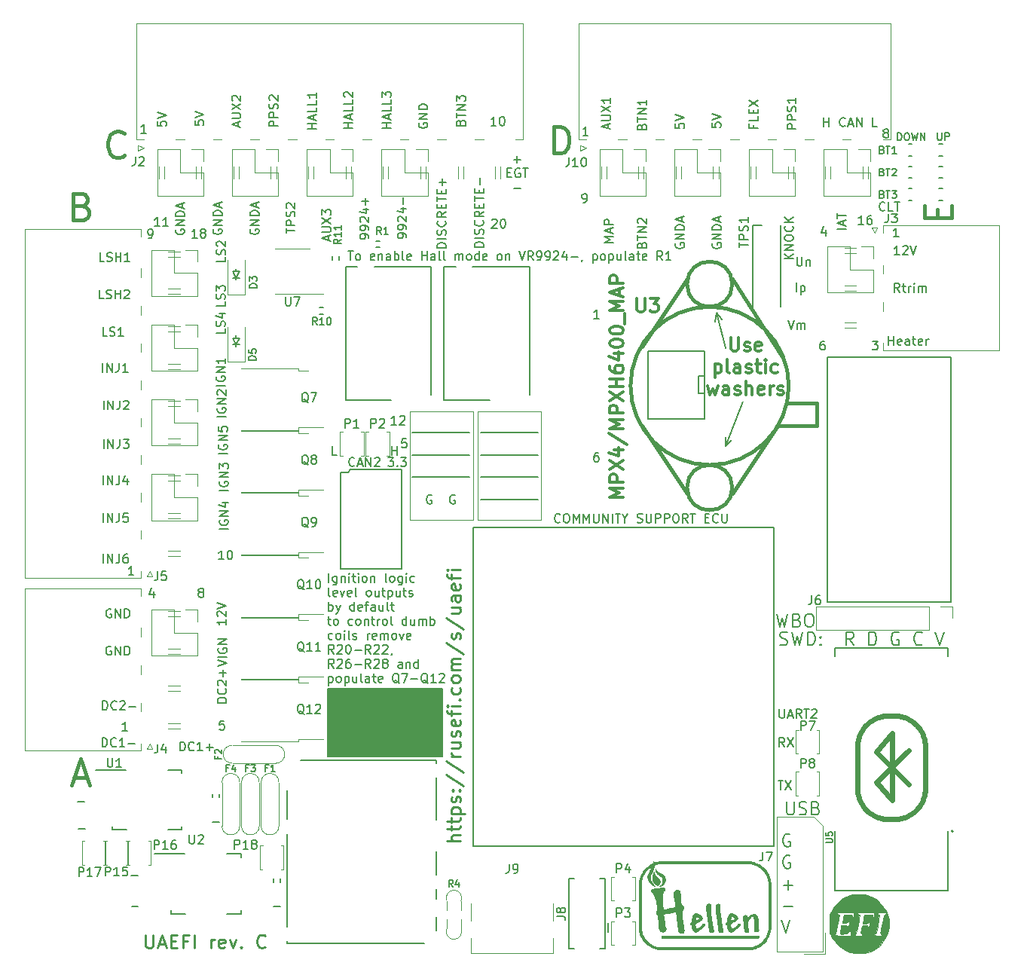
<source format=gto>
G04 #@! TF.GenerationSoftware,KiCad,Pcbnew,8.0.1-8.0.1-1~ubuntu22.04.1*
G04 #@! TF.CreationDate,2024-04-13T16:01:45+00:00*
G04 #@! TF.ProjectId,uaefi,75616566-692e-46b6-9963-61645f706362,C*
G04 #@! TF.SameCoordinates,Original*
G04 #@! TF.FileFunction,Legend,Top*
G04 #@! TF.FilePolarity,Positive*
%FSLAX46Y46*%
G04 Gerber Fmt 4.6, Leading zero omitted, Abs format (unit mm)*
G04 Created by KiCad (PCBNEW 8.0.1-8.0.1-1~ubuntu22.04.1) date 2024-04-13 16:01:45*
%MOMM*%
%LPD*%
G01*
G04 APERTURE LIST*
%ADD10C,0.150000*%
%ADD11C,0.450000*%
%ADD12C,0.200000*%
%ADD13C,0.170000*%
%ADD14C,0.250000*%
%ADD15C,0.127000*%
%ADD16C,0.304800*%
%ADD17C,0.120000*%
%ADD18C,0.203200*%
%ADD19C,0.000000*%
%ADD20C,0.631031*%
%ADD21C,0.099060*%
%ADD22C,0.002540*%
%ADD23C,0.381000*%
G04 APERTURE END LIST*
D10*
X46500000Y53800000D02*
X52900000Y53800000D01*
X46500000Y51200000D02*
X52900000Y51200000D01*
X38800000Y58800000D02*
X45200000Y58800000D01*
X29270000Y29932435D02*
X42186015Y29932435D01*
X42186015Y22357565D01*
X29270000Y22357565D01*
X29270000Y29932435D01*
G36*
X29270000Y29932435D02*
G01*
X42186015Y29932435D01*
X42186015Y22357565D01*
X29270000Y22357565D01*
X29270000Y29932435D01*
G37*
X46500000Y56200000D02*
X52900000Y56200000D01*
X38800000Y53800000D02*
X45200000Y53800000D01*
X46500000Y58800000D02*
X52900000Y58800000D01*
X38800000Y56200000D02*
X45200000Y56200000D01*
X36514286Y56245181D02*
X36514286Y57245181D01*
X36514286Y56768991D02*
X37085714Y56768991D01*
X37085714Y56245181D02*
X37085714Y57245181D01*
X93530952Y78745181D02*
X92959524Y78745181D01*
X93245238Y78745181D02*
X93245238Y79745181D01*
X93245238Y79745181D02*
X93150000Y79602324D01*
X93150000Y79602324D02*
X93054762Y79507086D01*
X93054762Y79507086D02*
X92959524Y79459467D01*
X93911905Y79649943D02*
X93959524Y79697562D01*
X93959524Y79697562D02*
X94054762Y79745181D01*
X94054762Y79745181D02*
X94292857Y79745181D01*
X94292857Y79745181D02*
X94388095Y79697562D01*
X94388095Y79697562D02*
X94435714Y79649943D01*
X94435714Y79649943D02*
X94483333Y79554705D01*
X94483333Y79554705D02*
X94483333Y79459467D01*
X94483333Y79459467D02*
X94435714Y79316610D01*
X94435714Y79316610D02*
X93864286Y78745181D01*
X93864286Y78745181D02*
X94483333Y78745181D01*
X94769048Y79745181D02*
X95102381Y78745181D01*
X95102381Y78745181D02*
X95435714Y79745181D01*
D11*
X1714285Y84206972D02*
X2142857Y84064115D01*
X2142857Y84064115D02*
X2285714Y83921258D01*
X2285714Y83921258D02*
X2428571Y83635543D01*
X2428571Y83635543D02*
X2428571Y83206972D01*
X2428571Y83206972D02*
X2285714Y82921258D01*
X2285714Y82921258D02*
X2142857Y82778400D01*
X2142857Y82778400D02*
X1857142Y82635543D01*
X1857142Y82635543D02*
X714285Y82635543D01*
X714285Y82635543D02*
X714285Y85635543D01*
X714285Y85635543D02*
X1714285Y85635543D01*
X1714285Y85635543D02*
X2000000Y85492686D01*
X2000000Y85492686D02*
X2142857Y85349829D01*
X2142857Y85349829D02*
X2285714Y85064115D01*
X2285714Y85064115D02*
X2285714Y84778400D01*
X2285714Y84778400D02*
X2142857Y84492686D01*
X2142857Y84492686D02*
X2000000Y84349829D01*
X2000000Y84349829D02*
X1714285Y84206972D01*
X1714285Y84206972D02*
X714285Y84206972D01*
D10*
X17638095Y26345181D02*
X17161905Y26345181D01*
X17161905Y26345181D02*
X17114286Y25868991D01*
X17114286Y25868991D02*
X17161905Y25916610D01*
X17161905Y25916610D02*
X17257143Y25964229D01*
X17257143Y25964229D02*
X17495238Y25964229D01*
X17495238Y25964229D02*
X17590476Y25916610D01*
X17590476Y25916610D02*
X17638095Y25868991D01*
X17638095Y25868991D02*
X17685714Y25773753D01*
X17685714Y25773753D02*
X17685714Y25535658D01*
X17685714Y25535658D02*
X17638095Y25440420D01*
X17638095Y25440420D02*
X17590476Y25392800D01*
X17590476Y25392800D02*
X17495238Y25345181D01*
X17495238Y25345181D02*
X17257143Y25345181D01*
X17257143Y25345181D02*
X17161905Y25392800D01*
X17161905Y25392800D02*
X17114286Y25440420D01*
X4069048Y44095181D02*
X4069048Y45095181D01*
X4545238Y44095181D02*
X4545238Y45095181D01*
X4545238Y45095181D02*
X5116666Y44095181D01*
X5116666Y44095181D02*
X5116666Y45095181D01*
X5878571Y45095181D02*
X5878571Y44380896D01*
X5878571Y44380896D02*
X5830952Y44238039D01*
X5830952Y44238039D02*
X5735714Y44142800D01*
X5735714Y44142800D02*
X5592857Y44095181D01*
X5592857Y44095181D02*
X5497619Y44095181D01*
X6783333Y45095181D02*
X6592857Y45095181D01*
X6592857Y45095181D02*
X6497619Y45047562D01*
X6497619Y45047562D02*
X6450000Y44999943D01*
X6450000Y44999943D02*
X6354762Y44857086D01*
X6354762Y44857086D02*
X6307143Y44666610D01*
X6307143Y44666610D02*
X6307143Y44285658D01*
X6307143Y44285658D02*
X6354762Y44190420D01*
X6354762Y44190420D02*
X6402381Y44142800D01*
X6402381Y44142800D02*
X6497619Y44095181D01*
X6497619Y44095181D02*
X6688095Y44095181D01*
X6688095Y44095181D02*
X6783333Y44142800D01*
X6783333Y44142800D02*
X6830952Y44190420D01*
X6830952Y44190420D02*
X6878571Y44285658D01*
X6878571Y44285658D02*
X6878571Y44523753D01*
X6878571Y44523753D02*
X6830952Y44618991D01*
X6830952Y44618991D02*
X6783333Y44666610D01*
X6783333Y44666610D02*
X6688095Y44714229D01*
X6688095Y44714229D02*
X6497619Y44714229D01*
X6497619Y44714229D02*
X6402381Y44666610D01*
X6402381Y44666610D02*
X6354762Y44618991D01*
X6354762Y44618991D02*
X6307143Y44523753D01*
X17804819Y78457143D02*
X17804819Y77980953D01*
X17804819Y77980953D02*
X16804819Y77980953D01*
X17757200Y78742858D02*
X17804819Y78885715D01*
X17804819Y78885715D02*
X17804819Y79123810D01*
X17804819Y79123810D02*
X17757200Y79219048D01*
X17757200Y79219048D02*
X17709580Y79266667D01*
X17709580Y79266667D02*
X17614342Y79314286D01*
X17614342Y79314286D02*
X17519104Y79314286D01*
X17519104Y79314286D02*
X17423866Y79266667D01*
X17423866Y79266667D02*
X17376247Y79219048D01*
X17376247Y79219048D02*
X17328628Y79123810D01*
X17328628Y79123810D02*
X17281009Y78933334D01*
X17281009Y78933334D02*
X17233390Y78838096D01*
X17233390Y78838096D02*
X17185771Y78790477D01*
X17185771Y78790477D02*
X17090533Y78742858D01*
X17090533Y78742858D02*
X16995295Y78742858D01*
X16995295Y78742858D02*
X16900057Y78790477D01*
X16900057Y78790477D02*
X16852438Y78838096D01*
X16852438Y78838096D02*
X16804819Y78933334D01*
X16804819Y78933334D02*
X16804819Y79171429D01*
X16804819Y79171429D02*
X16852438Y79314286D01*
X16900057Y79695239D02*
X16852438Y79742858D01*
X16852438Y79742858D02*
X16804819Y79838096D01*
X16804819Y79838096D02*
X16804819Y80076191D01*
X16804819Y80076191D02*
X16852438Y80171429D01*
X16852438Y80171429D02*
X16900057Y80219048D01*
X16900057Y80219048D02*
X16995295Y80266667D01*
X16995295Y80266667D02*
X17090533Y80266667D01*
X17090533Y80266667D02*
X17233390Y80219048D01*
X17233390Y80219048D02*
X17804819Y79647620D01*
X17804819Y79647620D02*
X17804819Y80266667D01*
X4069048Y52895181D02*
X4069048Y53895181D01*
X4545238Y52895181D02*
X4545238Y53895181D01*
X4545238Y53895181D02*
X5116666Y52895181D01*
X5116666Y52895181D02*
X5116666Y53895181D01*
X5878571Y53895181D02*
X5878571Y53180896D01*
X5878571Y53180896D02*
X5830952Y53038039D01*
X5830952Y53038039D02*
X5735714Y52942800D01*
X5735714Y52942800D02*
X5592857Y52895181D01*
X5592857Y52895181D02*
X5497619Y52895181D01*
X6783333Y53561848D02*
X6783333Y52895181D01*
X6545238Y53942800D02*
X6307143Y53228515D01*
X6307143Y53228515D02*
X6926190Y53228515D01*
X4133333Y73795181D02*
X3657143Y73795181D01*
X3657143Y73795181D02*
X3657143Y74795181D01*
X4419048Y73842800D02*
X4561905Y73795181D01*
X4561905Y73795181D02*
X4800000Y73795181D01*
X4800000Y73795181D02*
X4895238Y73842800D01*
X4895238Y73842800D02*
X4942857Y73890420D01*
X4942857Y73890420D02*
X4990476Y73985658D01*
X4990476Y73985658D02*
X4990476Y74080896D01*
X4990476Y74080896D02*
X4942857Y74176134D01*
X4942857Y74176134D02*
X4895238Y74223753D01*
X4895238Y74223753D02*
X4800000Y74271372D01*
X4800000Y74271372D02*
X4609524Y74318991D01*
X4609524Y74318991D02*
X4514286Y74366610D01*
X4514286Y74366610D02*
X4466667Y74414229D01*
X4466667Y74414229D02*
X4419048Y74509467D01*
X4419048Y74509467D02*
X4419048Y74604705D01*
X4419048Y74604705D02*
X4466667Y74699943D01*
X4466667Y74699943D02*
X4514286Y74747562D01*
X4514286Y74747562D02*
X4609524Y74795181D01*
X4609524Y74795181D02*
X4847619Y74795181D01*
X4847619Y74795181D02*
X4990476Y74747562D01*
X5419048Y73795181D02*
X5419048Y74795181D01*
X5419048Y74318991D02*
X5990476Y74318991D01*
X5990476Y73795181D02*
X5990476Y74795181D01*
X6419048Y74699943D02*
X6466667Y74747562D01*
X6466667Y74747562D02*
X6561905Y74795181D01*
X6561905Y74795181D02*
X6800000Y74795181D01*
X6800000Y74795181D02*
X6895238Y74747562D01*
X6895238Y74747562D02*
X6942857Y74699943D01*
X6942857Y74699943D02*
X6990476Y74604705D01*
X6990476Y74604705D02*
X6990476Y74509467D01*
X6990476Y74509467D02*
X6942857Y74366610D01*
X6942857Y74366610D02*
X6371429Y73795181D01*
X6371429Y73795181D02*
X6990476Y73795181D01*
X14609523Y80645181D02*
X14038095Y80645181D01*
X14323809Y80645181D02*
X14323809Y81645181D01*
X14323809Y81645181D02*
X14228571Y81502324D01*
X14228571Y81502324D02*
X14133333Y81407086D01*
X14133333Y81407086D02*
X14038095Y81359467D01*
X15180952Y81216610D02*
X15085714Y81264229D01*
X15085714Y81264229D02*
X15038095Y81311848D01*
X15038095Y81311848D02*
X14990476Y81407086D01*
X14990476Y81407086D02*
X14990476Y81454705D01*
X14990476Y81454705D02*
X15038095Y81549943D01*
X15038095Y81549943D02*
X15085714Y81597562D01*
X15085714Y81597562D02*
X15180952Y81645181D01*
X15180952Y81645181D02*
X15371428Y81645181D01*
X15371428Y81645181D02*
X15466666Y81597562D01*
X15466666Y81597562D02*
X15514285Y81549943D01*
X15514285Y81549943D02*
X15561904Y81454705D01*
X15561904Y81454705D02*
X15561904Y81407086D01*
X15561904Y81407086D02*
X15514285Y81311848D01*
X15514285Y81311848D02*
X15466666Y81264229D01*
X15466666Y81264229D02*
X15371428Y81216610D01*
X15371428Y81216610D02*
X15180952Y81216610D01*
X15180952Y81216610D02*
X15085714Y81168991D01*
X15085714Y81168991D02*
X15038095Y81121372D01*
X15038095Y81121372D02*
X14990476Y81026134D01*
X14990476Y81026134D02*
X14990476Y80835658D01*
X14990476Y80835658D02*
X15038095Y80740420D01*
X15038095Y80740420D02*
X15085714Y80692800D01*
X15085714Y80692800D02*
X15180952Y80645181D01*
X15180952Y80645181D02*
X15371428Y80645181D01*
X15371428Y80645181D02*
X15466666Y80692800D01*
X15466666Y80692800D02*
X15514285Y80740420D01*
X15514285Y80740420D02*
X15561904Y80835658D01*
X15561904Y80835658D02*
X15561904Y81026134D01*
X15561904Y81026134D02*
X15514285Y81121372D01*
X15514285Y81121372D02*
X15466666Y81168991D01*
X15466666Y81168991D02*
X15371428Y81216610D01*
X3992857Y27595181D02*
X3992857Y28595181D01*
X3992857Y28595181D02*
X4230952Y28595181D01*
X4230952Y28595181D02*
X4373809Y28547562D01*
X4373809Y28547562D02*
X4469047Y28452324D01*
X4469047Y28452324D02*
X4516666Y28357086D01*
X4516666Y28357086D02*
X4564285Y28166610D01*
X4564285Y28166610D02*
X4564285Y28023753D01*
X4564285Y28023753D02*
X4516666Y27833277D01*
X4516666Y27833277D02*
X4469047Y27738039D01*
X4469047Y27738039D02*
X4373809Y27642800D01*
X4373809Y27642800D02*
X4230952Y27595181D01*
X4230952Y27595181D02*
X3992857Y27595181D01*
X5564285Y27690420D02*
X5516666Y27642800D01*
X5516666Y27642800D02*
X5373809Y27595181D01*
X5373809Y27595181D02*
X5278571Y27595181D01*
X5278571Y27595181D02*
X5135714Y27642800D01*
X5135714Y27642800D02*
X5040476Y27738039D01*
X5040476Y27738039D02*
X4992857Y27833277D01*
X4992857Y27833277D02*
X4945238Y28023753D01*
X4945238Y28023753D02*
X4945238Y28166610D01*
X4945238Y28166610D02*
X4992857Y28357086D01*
X4992857Y28357086D02*
X5040476Y28452324D01*
X5040476Y28452324D02*
X5135714Y28547562D01*
X5135714Y28547562D02*
X5278571Y28595181D01*
X5278571Y28595181D02*
X5373809Y28595181D01*
X5373809Y28595181D02*
X5516666Y28547562D01*
X5516666Y28547562D02*
X5564285Y28499943D01*
X5945238Y28499943D02*
X5992857Y28547562D01*
X5992857Y28547562D02*
X6088095Y28595181D01*
X6088095Y28595181D02*
X6326190Y28595181D01*
X6326190Y28595181D02*
X6421428Y28547562D01*
X6421428Y28547562D02*
X6469047Y28499943D01*
X6469047Y28499943D02*
X6516666Y28404705D01*
X6516666Y28404705D02*
X6516666Y28309467D01*
X6516666Y28309467D02*
X6469047Y28166610D01*
X6469047Y28166610D02*
X5897619Y27595181D01*
X5897619Y27595181D02*
X6516666Y27595181D01*
X6945238Y27976134D02*
X7707143Y27976134D01*
X10154819Y93709524D02*
X10154819Y93233334D01*
X10154819Y93233334D02*
X10631009Y93185715D01*
X10631009Y93185715D02*
X10583390Y93233334D01*
X10583390Y93233334D02*
X10535771Y93328572D01*
X10535771Y93328572D02*
X10535771Y93566667D01*
X10535771Y93566667D02*
X10583390Y93661905D01*
X10583390Y93661905D02*
X10631009Y93709524D01*
X10631009Y93709524D02*
X10726247Y93757143D01*
X10726247Y93757143D02*
X10964342Y93757143D01*
X10964342Y93757143D02*
X11059580Y93709524D01*
X11059580Y93709524D02*
X11107200Y93661905D01*
X11107200Y93661905D02*
X11154819Y93566667D01*
X11154819Y93566667D02*
X11154819Y93328572D01*
X11154819Y93328572D02*
X11107200Y93233334D01*
X11107200Y93233334D02*
X11059580Y93185715D01*
X10154819Y94042858D02*
X11154819Y94376191D01*
X11154819Y94376191D02*
X10154819Y94709524D01*
X58535714Y92145181D02*
X57964286Y92145181D01*
X58250000Y92145181D02*
X58250000Y93145181D01*
X58250000Y93145181D02*
X58154762Y93002324D01*
X58154762Y93002324D02*
X58059524Y92907086D01*
X58059524Y92907086D02*
X57964286Y92859467D01*
X32104819Y93000001D02*
X31104819Y93000001D01*
X31581009Y93000001D02*
X31581009Y93571429D01*
X32104819Y93571429D02*
X31104819Y93571429D01*
X31819104Y94000001D02*
X31819104Y94476191D01*
X32104819Y93904763D02*
X31104819Y94238096D01*
X31104819Y94238096D02*
X32104819Y94571429D01*
X32104819Y95380953D02*
X32104819Y94904763D01*
X32104819Y94904763D02*
X31104819Y94904763D01*
X32104819Y96190477D02*
X32104819Y95714287D01*
X32104819Y95714287D02*
X31104819Y95714287D01*
X31200057Y96476192D02*
X31152438Y96523811D01*
X31152438Y96523811D02*
X31104819Y96619049D01*
X31104819Y96619049D02*
X31104819Y96857144D01*
X31104819Y96857144D02*
X31152438Y96952382D01*
X31152438Y96952382D02*
X31200057Y97000001D01*
X31200057Y97000001D02*
X31295295Y97047620D01*
X31295295Y97047620D02*
X31390533Y97047620D01*
X31390533Y97047620D02*
X31533390Y97000001D01*
X31533390Y97000001D02*
X32104819Y96428573D01*
X32104819Y96428573D02*
X32104819Y97047620D01*
X42584819Y79529049D02*
X41584819Y79529049D01*
X41584819Y79529049D02*
X41584819Y79767144D01*
X41584819Y79767144D02*
X41632438Y79910001D01*
X41632438Y79910001D02*
X41727676Y80005239D01*
X41727676Y80005239D02*
X41822914Y80052858D01*
X41822914Y80052858D02*
X42013390Y80100477D01*
X42013390Y80100477D02*
X42156247Y80100477D01*
X42156247Y80100477D02*
X42346723Y80052858D01*
X42346723Y80052858D02*
X42441961Y80005239D01*
X42441961Y80005239D02*
X42537200Y79910001D01*
X42537200Y79910001D02*
X42584819Y79767144D01*
X42584819Y79767144D02*
X42584819Y79529049D01*
X42584819Y80529049D02*
X41584819Y80529049D01*
X42537200Y80957620D02*
X42584819Y81100477D01*
X42584819Y81100477D02*
X42584819Y81338572D01*
X42584819Y81338572D02*
X42537200Y81433810D01*
X42537200Y81433810D02*
X42489580Y81481429D01*
X42489580Y81481429D02*
X42394342Y81529048D01*
X42394342Y81529048D02*
X42299104Y81529048D01*
X42299104Y81529048D02*
X42203866Y81481429D01*
X42203866Y81481429D02*
X42156247Y81433810D01*
X42156247Y81433810D02*
X42108628Y81338572D01*
X42108628Y81338572D02*
X42061009Y81148096D01*
X42061009Y81148096D02*
X42013390Y81052858D01*
X42013390Y81052858D02*
X41965771Y81005239D01*
X41965771Y81005239D02*
X41870533Y80957620D01*
X41870533Y80957620D02*
X41775295Y80957620D01*
X41775295Y80957620D02*
X41680057Y81005239D01*
X41680057Y81005239D02*
X41632438Y81052858D01*
X41632438Y81052858D02*
X41584819Y81148096D01*
X41584819Y81148096D02*
X41584819Y81386191D01*
X41584819Y81386191D02*
X41632438Y81529048D01*
X42489580Y82529048D02*
X42537200Y82481429D01*
X42537200Y82481429D02*
X42584819Y82338572D01*
X42584819Y82338572D02*
X42584819Y82243334D01*
X42584819Y82243334D02*
X42537200Y82100477D01*
X42537200Y82100477D02*
X42441961Y82005239D01*
X42441961Y82005239D02*
X42346723Y81957620D01*
X42346723Y81957620D02*
X42156247Y81910001D01*
X42156247Y81910001D02*
X42013390Y81910001D01*
X42013390Y81910001D02*
X41822914Y81957620D01*
X41822914Y81957620D02*
X41727676Y82005239D01*
X41727676Y82005239D02*
X41632438Y82100477D01*
X41632438Y82100477D02*
X41584819Y82243334D01*
X41584819Y82243334D02*
X41584819Y82338572D01*
X41584819Y82338572D02*
X41632438Y82481429D01*
X41632438Y82481429D02*
X41680057Y82529048D01*
X42584819Y83529048D02*
X42108628Y83195715D01*
X42584819Y82957620D02*
X41584819Y82957620D01*
X41584819Y82957620D02*
X41584819Y83338572D01*
X41584819Y83338572D02*
X41632438Y83433810D01*
X41632438Y83433810D02*
X41680057Y83481429D01*
X41680057Y83481429D02*
X41775295Y83529048D01*
X41775295Y83529048D02*
X41918152Y83529048D01*
X41918152Y83529048D02*
X42013390Y83481429D01*
X42013390Y83481429D02*
X42061009Y83433810D01*
X42061009Y83433810D02*
X42108628Y83338572D01*
X42108628Y83338572D02*
X42108628Y82957620D01*
X42061009Y83957620D02*
X42061009Y84290953D01*
X42584819Y84433810D02*
X42584819Y83957620D01*
X42584819Y83957620D02*
X41584819Y83957620D01*
X41584819Y83957620D02*
X41584819Y84433810D01*
X41584819Y84719525D02*
X41584819Y85290953D01*
X42584819Y85005239D02*
X41584819Y85005239D01*
X42061009Y85624287D02*
X42061009Y85957620D01*
X42584819Y86100477D02*
X42584819Y85624287D01*
X42584819Y85624287D02*
X41584819Y85624287D01*
X41584819Y85624287D02*
X41584819Y86100477D01*
X42203866Y86529049D02*
X42203866Y87290953D01*
X42584819Y86910001D02*
X41822914Y86910001D01*
D12*
X81234349Y13602944D02*
X81101016Y13674373D01*
X81101016Y13674373D02*
X80901016Y13674373D01*
X80901016Y13674373D02*
X80701016Y13602944D01*
X80701016Y13602944D02*
X80567683Y13460087D01*
X80567683Y13460087D02*
X80501016Y13317230D01*
X80501016Y13317230D02*
X80434349Y13031516D01*
X80434349Y13031516D02*
X80434349Y12817230D01*
X80434349Y12817230D02*
X80501016Y12531516D01*
X80501016Y12531516D02*
X80567683Y12388659D01*
X80567683Y12388659D02*
X80701016Y12245801D01*
X80701016Y12245801D02*
X80901016Y12174373D01*
X80901016Y12174373D02*
X81034349Y12174373D01*
X81034349Y12174373D02*
X81234349Y12245801D01*
X81234349Y12245801D02*
X81301016Y12317230D01*
X81301016Y12317230D02*
X81301016Y12817230D01*
X81301016Y12817230D02*
X81034349Y12817230D01*
X81234349Y11188028D02*
X81101016Y11259457D01*
X81101016Y11259457D02*
X80901016Y11259457D01*
X80901016Y11259457D02*
X80701016Y11188028D01*
X80701016Y11188028D02*
X80567683Y11045171D01*
X80567683Y11045171D02*
X80501016Y10902314D01*
X80501016Y10902314D02*
X80434349Y10616600D01*
X80434349Y10616600D02*
X80434349Y10402314D01*
X80434349Y10402314D02*
X80501016Y10116600D01*
X80501016Y10116600D02*
X80567683Y9973743D01*
X80567683Y9973743D02*
X80701016Y9830885D01*
X80701016Y9830885D02*
X80901016Y9759457D01*
X80901016Y9759457D02*
X81034349Y9759457D01*
X81034349Y9759457D02*
X81234349Y9830885D01*
X81234349Y9830885D02*
X81301016Y9902314D01*
X81301016Y9902314D02*
X81301016Y10402314D01*
X81301016Y10402314D02*
X81034349Y10402314D01*
X80501016Y7915969D02*
X81567683Y7915969D01*
X81034349Y7344541D02*
X81034349Y8487398D01*
X80501016Y5501053D02*
X81567683Y5501053D01*
X80301016Y4014709D02*
X80767683Y2514709D01*
X80767683Y2514709D02*
X81234349Y4014709D01*
D10*
X81604819Y78290477D02*
X80604819Y78290477D01*
X81604819Y78861905D02*
X81033390Y78433334D01*
X80604819Y78861905D02*
X81176247Y78290477D01*
X81604819Y79290477D02*
X80604819Y79290477D01*
X80604819Y79290477D02*
X81604819Y79861905D01*
X81604819Y79861905D02*
X80604819Y79861905D01*
X80604819Y80528572D02*
X80604819Y80719048D01*
X80604819Y80719048D02*
X80652438Y80814286D01*
X80652438Y80814286D02*
X80747676Y80909524D01*
X80747676Y80909524D02*
X80938152Y80957143D01*
X80938152Y80957143D02*
X81271485Y80957143D01*
X81271485Y80957143D02*
X81461961Y80909524D01*
X81461961Y80909524D02*
X81557200Y80814286D01*
X81557200Y80814286D02*
X81604819Y80719048D01*
X81604819Y80719048D02*
X81604819Y80528572D01*
X81604819Y80528572D02*
X81557200Y80433334D01*
X81557200Y80433334D02*
X81461961Y80338096D01*
X81461961Y80338096D02*
X81271485Y80290477D01*
X81271485Y80290477D02*
X80938152Y80290477D01*
X80938152Y80290477D02*
X80747676Y80338096D01*
X80747676Y80338096D02*
X80652438Y80433334D01*
X80652438Y80433334D02*
X80604819Y80528572D01*
X81509580Y81957143D02*
X81557200Y81909524D01*
X81557200Y81909524D02*
X81604819Y81766667D01*
X81604819Y81766667D02*
X81604819Y81671429D01*
X81604819Y81671429D02*
X81557200Y81528572D01*
X81557200Y81528572D02*
X81461961Y81433334D01*
X81461961Y81433334D02*
X81366723Y81385715D01*
X81366723Y81385715D02*
X81176247Y81338096D01*
X81176247Y81338096D02*
X81033390Y81338096D01*
X81033390Y81338096D02*
X80842914Y81385715D01*
X80842914Y81385715D02*
X80747676Y81433334D01*
X80747676Y81433334D02*
X80652438Y81528572D01*
X80652438Y81528572D02*
X80604819Y81671429D01*
X80604819Y81671429D02*
X80604819Y81766667D01*
X80604819Y81766667D02*
X80652438Y81909524D01*
X80652438Y81909524D02*
X80700057Y81957143D01*
X81604819Y82385715D02*
X80604819Y82385715D01*
X81604819Y82957143D02*
X81033390Y82528572D01*
X80604819Y82957143D02*
X81176247Y82385715D01*
X80036779Y27670041D02*
X80036779Y26860518D01*
X80036779Y26860518D02*
X80084398Y26765280D01*
X80084398Y26765280D02*
X80132017Y26717660D01*
X80132017Y26717660D02*
X80227255Y26670041D01*
X80227255Y26670041D02*
X80417731Y26670041D01*
X80417731Y26670041D02*
X80512969Y26717660D01*
X80512969Y26717660D02*
X80560588Y26765280D01*
X80560588Y26765280D02*
X80608207Y26860518D01*
X80608207Y26860518D02*
X80608207Y27670041D01*
X81036779Y26955756D02*
X81512969Y26955756D01*
X80941541Y26670041D02*
X81274874Y27670041D01*
X81274874Y27670041D02*
X81608207Y26670041D01*
X82512969Y26670041D02*
X82179636Y27146232D01*
X81941541Y26670041D02*
X81941541Y27670041D01*
X81941541Y27670041D02*
X82322493Y27670041D01*
X82322493Y27670041D02*
X82417731Y27622422D01*
X82417731Y27622422D02*
X82465350Y27574803D01*
X82465350Y27574803D02*
X82512969Y27479565D01*
X82512969Y27479565D02*
X82512969Y27336708D01*
X82512969Y27336708D02*
X82465350Y27241470D01*
X82465350Y27241470D02*
X82417731Y27193851D01*
X82417731Y27193851D02*
X82322493Y27146232D01*
X82322493Y27146232D02*
X81941541Y27146232D01*
X82798684Y27670041D02*
X83370112Y27670041D01*
X83084398Y26670041D02*
X83084398Y27670041D01*
X83655827Y27574803D02*
X83703446Y27622422D01*
X83703446Y27622422D02*
X83798684Y27670041D01*
X83798684Y27670041D02*
X84036779Y27670041D01*
X84036779Y27670041D02*
X84132017Y27622422D01*
X84132017Y27622422D02*
X84179636Y27574803D01*
X84179636Y27574803D02*
X84227255Y27479565D01*
X84227255Y27479565D02*
X84227255Y27384327D01*
X84227255Y27384327D02*
X84179636Y27241470D01*
X84179636Y27241470D02*
X83608208Y26670041D01*
X83608208Y26670041D02*
X84227255Y26670041D01*
X80608207Y23450153D02*
X80274874Y23926344D01*
X80036779Y23450153D02*
X80036779Y24450153D01*
X80036779Y24450153D02*
X80417731Y24450153D01*
X80417731Y24450153D02*
X80512969Y24402534D01*
X80512969Y24402534D02*
X80560588Y24354915D01*
X80560588Y24354915D02*
X80608207Y24259677D01*
X80608207Y24259677D02*
X80608207Y24116820D01*
X80608207Y24116820D02*
X80560588Y24021582D01*
X80560588Y24021582D02*
X80512969Y23973963D01*
X80512969Y23973963D02*
X80417731Y23926344D01*
X80417731Y23926344D02*
X80036779Y23926344D01*
X80941541Y24450153D02*
X81608207Y23450153D01*
X81608207Y24450153D02*
X80941541Y23450153D01*
X79893922Y19620321D02*
X80465350Y19620321D01*
X80179636Y18620321D02*
X80179636Y19620321D01*
X80703446Y19620321D02*
X81370112Y18620321D01*
X81370112Y19620321D02*
X80703446Y18620321D01*
D11*
X785714Y19992686D02*
X2214286Y19992686D01*
X500000Y19135543D02*
X1500000Y22135543D01*
X1500000Y22135543D02*
X2500000Y19135543D01*
D10*
X14354819Y93809524D02*
X14354819Y93333334D01*
X14354819Y93333334D02*
X14831009Y93285715D01*
X14831009Y93285715D02*
X14783390Y93333334D01*
X14783390Y93333334D02*
X14735771Y93428572D01*
X14735771Y93428572D02*
X14735771Y93666667D01*
X14735771Y93666667D02*
X14783390Y93761905D01*
X14783390Y93761905D02*
X14831009Y93809524D01*
X14831009Y93809524D02*
X14926247Y93857143D01*
X14926247Y93857143D02*
X15164342Y93857143D01*
X15164342Y93857143D02*
X15259580Y93809524D01*
X15259580Y93809524D02*
X15307200Y93761905D01*
X15307200Y93761905D02*
X15354819Y93666667D01*
X15354819Y93666667D02*
X15354819Y93428572D01*
X15354819Y93428572D02*
X15307200Y93333334D01*
X15307200Y93333334D02*
X15259580Y93285715D01*
X14354819Y94142858D02*
X15354819Y94476191D01*
X15354819Y94476191D02*
X14354819Y94809524D01*
X89509523Y82145181D02*
X88938095Y82145181D01*
X89223809Y82145181D02*
X89223809Y83145181D01*
X89223809Y83145181D02*
X89128571Y83002324D01*
X89128571Y83002324D02*
X89033333Y82907086D01*
X89033333Y82907086D02*
X88938095Y82859467D01*
X90366666Y83145181D02*
X90176190Y83145181D01*
X90176190Y83145181D02*
X90080952Y83097562D01*
X90080952Y83097562D02*
X90033333Y83049943D01*
X90033333Y83049943D02*
X89938095Y82907086D01*
X89938095Y82907086D02*
X89890476Y82716610D01*
X89890476Y82716610D02*
X89890476Y82335658D01*
X89890476Y82335658D02*
X89938095Y82240420D01*
X89938095Y82240420D02*
X89985714Y82192800D01*
X89985714Y82192800D02*
X90080952Y82145181D01*
X90080952Y82145181D02*
X90271428Y82145181D01*
X90271428Y82145181D02*
X90366666Y82192800D01*
X90366666Y82192800D02*
X90414285Y82240420D01*
X90414285Y82240420D02*
X90461904Y82335658D01*
X90461904Y82335658D02*
X90461904Y82573753D01*
X90461904Y82573753D02*
X90414285Y82668991D01*
X90414285Y82668991D02*
X90366666Y82716610D01*
X90366666Y82716610D02*
X90271428Y82764229D01*
X90271428Y82764229D02*
X90080952Y82764229D01*
X90080952Y82764229D02*
X89985714Y82716610D01*
X89985714Y82716610D02*
X89938095Y82668991D01*
X89938095Y82668991D02*
X89890476Y82573753D01*
X44231009Y93590477D02*
X44278628Y93733334D01*
X44278628Y93733334D02*
X44326247Y93780953D01*
X44326247Y93780953D02*
X44421485Y93828572D01*
X44421485Y93828572D02*
X44564342Y93828572D01*
X44564342Y93828572D02*
X44659580Y93780953D01*
X44659580Y93780953D02*
X44707200Y93733334D01*
X44707200Y93733334D02*
X44754819Y93638096D01*
X44754819Y93638096D02*
X44754819Y93257144D01*
X44754819Y93257144D02*
X43754819Y93257144D01*
X43754819Y93257144D02*
X43754819Y93590477D01*
X43754819Y93590477D02*
X43802438Y93685715D01*
X43802438Y93685715D02*
X43850057Y93733334D01*
X43850057Y93733334D02*
X43945295Y93780953D01*
X43945295Y93780953D02*
X44040533Y93780953D01*
X44040533Y93780953D02*
X44135771Y93733334D01*
X44135771Y93733334D02*
X44183390Y93685715D01*
X44183390Y93685715D02*
X44231009Y93590477D01*
X44231009Y93590477D02*
X44231009Y93257144D01*
X43754819Y94114287D02*
X43754819Y94685715D01*
X44754819Y94400001D02*
X43754819Y94400001D01*
X44754819Y95019049D02*
X43754819Y95019049D01*
X43754819Y95019049D02*
X44754819Y95590477D01*
X44754819Y95590477D02*
X43754819Y95590477D01*
X43754819Y95971430D02*
X43754819Y96590477D01*
X43754819Y96590477D02*
X44135771Y96257144D01*
X44135771Y96257144D02*
X44135771Y96400001D01*
X44135771Y96400001D02*
X44183390Y96495239D01*
X44183390Y96495239D02*
X44231009Y96542858D01*
X44231009Y96542858D02*
X44326247Y96590477D01*
X44326247Y96590477D02*
X44564342Y96590477D01*
X44564342Y96590477D02*
X44659580Y96542858D01*
X44659580Y96542858D02*
X44707200Y96495239D01*
X44707200Y96495239D02*
X44754819Y96400001D01*
X44754819Y96400001D02*
X44754819Y96114287D01*
X44754819Y96114287D02*
X44707200Y96019049D01*
X44707200Y96019049D02*
X44659580Y95971430D01*
X19219104Y93185715D02*
X19219104Y93661905D01*
X19504819Y93090477D02*
X18504819Y93423810D01*
X18504819Y93423810D02*
X19504819Y93757143D01*
X18504819Y94090477D02*
X19314342Y94090477D01*
X19314342Y94090477D02*
X19409580Y94138096D01*
X19409580Y94138096D02*
X19457200Y94185715D01*
X19457200Y94185715D02*
X19504819Y94280953D01*
X19504819Y94280953D02*
X19504819Y94471429D01*
X19504819Y94471429D02*
X19457200Y94566667D01*
X19457200Y94566667D02*
X19409580Y94614286D01*
X19409580Y94614286D02*
X19314342Y94661905D01*
X19314342Y94661905D02*
X18504819Y94661905D01*
X18504819Y95042858D02*
X19504819Y95709524D01*
X18504819Y95709524D02*
X19504819Y95042858D01*
X18600057Y96042858D02*
X18552438Y96090477D01*
X18552438Y96090477D02*
X18504819Y96185715D01*
X18504819Y96185715D02*
X18504819Y96423810D01*
X18504819Y96423810D02*
X18552438Y96519048D01*
X18552438Y96519048D02*
X18600057Y96566667D01*
X18600057Y96566667D02*
X18695295Y96614286D01*
X18695295Y96614286D02*
X18790533Y96614286D01*
X18790533Y96614286D02*
X18933390Y96566667D01*
X18933390Y96566667D02*
X19504819Y95995239D01*
X19504819Y95995239D02*
X19504819Y96614286D01*
X9740476Y40911848D02*
X9740476Y40245181D01*
X9502381Y41292800D02*
X9264286Y40578515D01*
X9264286Y40578515D02*
X9883333Y40578515D01*
X36052381Y55945181D02*
X36671428Y55945181D01*
X36671428Y55945181D02*
X36338095Y55564229D01*
X36338095Y55564229D02*
X36480952Y55564229D01*
X36480952Y55564229D02*
X36576190Y55516610D01*
X36576190Y55516610D02*
X36623809Y55468991D01*
X36623809Y55468991D02*
X36671428Y55373753D01*
X36671428Y55373753D02*
X36671428Y55135658D01*
X36671428Y55135658D02*
X36623809Y55040420D01*
X36623809Y55040420D02*
X36576190Y54992800D01*
X36576190Y54992800D02*
X36480952Y54945181D01*
X36480952Y54945181D02*
X36195238Y54945181D01*
X36195238Y54945181D02*
X36100000Y54992800D01*
X36100000Y54992800D02*
X36052381Y55040420D01*
X37100000Y55040420D02*
X37147619Y54992800D01*
X37147619Y54992800D02*
X37100000Y54945181D01*
X37100000Y54945181D02*
X37052381Y54992800D01*
X37052381Y54992800D02*
X37100000Y55040420D01*
X37100000Y55040420D02*
X37100000Y54945181D01*
X37480952Y55945181D02*
X38099999Y55945181D01*
X38099999Y55945181D02*
X37766666Y55564229D01*
X37766666Y55564229D02*
X37909523Y55564229D01*
X37909523Y55564229D02*
X38004761Y55516610D01*
X38004761Y55516610D02*
X38052380Y55468991D01*
X38052380Y55468991D02*
X38099999Y55373753D01*
X38099999Y55373753D02*
X38099999Y55135658D01*
X38099999Y55135658D02*
X38052380Y55040420D01*
X38052380Y55040420D02*
X38004761Y54992800D01*
X38004761Y54992800D02*
X37909523Y54945181D01*
X37909523Y54945181D02*
X37623809Y54945181D01*
X37623809Y54945181D02*
X37528571Y54992800D01*
X37528571Y54992800D02*
X37480952Y55040420D01*
X75504819Y79561906D02*
X75504819Y80133334D01*
X76504819Y79847620D02*
X75504819Y79847620D01*
X76504819Y80466668D02*
X75504819Y80466668D01*
X75504819Y80466668D02*
X75504819Y80847620D01*
X75504819Y80847620D02*
X75552438Y80942858D01*
X75552438Y80942858D02*
X75600057Y80990477D01*
X75600057Y80990477D02*
X75695295Y81038096D01*
X75695295Y81038096D02*
X75838152Y81038096D01*
X75838152Y81038096D02*
X75933390Y80990477D01*
X75933390Y80990477D02*
X75981009Y80942858D01*
X75981009Y80942858D02*
X76028628Y80847620D01*
X76028628Y80847620D02*
X76028628Y80466668D01*
X76457200Y81419049D02*
X76504819Y81561906D01*
X76504819Y81561906D02*
X76504819Y81800001D01*
X76504819Y81800001D02*
X76457200Y81895239D01*
X76457200Y81895239D02*
X76409580Y81942858D01*
X76409580Y81942858D02*
X76314342Y81990477D01*
X76314342Y81990477D02*
X76219104Y81990477D01*
X76219104Y81990477D02*
X76123866Y81942858D01*
X76123866Y81942858D02*
X76076247Y81895239D01*
X76076247Y81895239D02*
X76028628Y81800001D01*
X76028628Y81800001D02*
X75981009Y81609525D01*
X75981009Y81609525D02*
X75933390Y81514287D01*
X75933390Y81514287D02*
X75885771Y81466668D01*
X75885771Y81466668D02*
X75790533Y81419049D01*
X75790533Y81419049D02*
X75695295Y81419049D01*
X75695295Y81419049D02*
X75600057Y81466668D01*
X75600057Y81466668D02*
X75552438Y81514287D01*
X75552438Y81514287D02*
X75504819Y81609525D01*
X75504819Y81609525D02*
X75504819Y81847620D01*
X75504819Y81847620D02*
X75552438Y81990477D01*
X76504819Y82942858D02*
X76504819Y82371430D01*
X76504819Y82657144D02*
X75504819Y82657144D01*
X75504819Y82657144D02*
X75647676Y82561906D01*
X75647676Y82561906D02*
X75742914Y82466668D01*
X75742914Y82466668D02*
X75790533Y82371430D01*
D13*
X97807080Y92429192D02*
X97807080Y91765382D01*
X97807080Y91765382D02*
X97846127Y91687287D01*
X97846127Y91687287D02*
X97885175Y91648239D01*
X97885175Y91648239D02*
X97963270Y91609192D01*
X97963270Y91609192D02*
X98119461Y91609192D01*
X98119461Y91609192D02*
X98197556Y91648239D01*
X98197556Y91648239D02*
X98236603Y91687287D01*
X98236603Y91687287D02*
X98275651Y91765382D01*
X98275651Y91765382D02*
X98275651Y92429192D01*
X98666128Y91609192D02*
X98666128Y92429192D01*
X98666128Y92429192D02*
X98978509Y92429192D01*
X98978509Y92429192D02*
X99056604Y92390144D01*
X99056604Y92390144D02*
X99095651Y92351097D01*
X99095651Y92351097D02*
X99134699Y92273001D01*
X99134699Y92273001D02*
X99134699Y92155859D01*
X99134699Y92155859D02*
X99095651Y92077763D01*
X99095651Y92077763D02*
X99056604Y92038716D01*
X99056604Y92038716D02*
X98978509Y91999668D01*
X98978509Y91999668D02*
X98666128Y91999668D01*
D10*
X38138095Y58045181D02*
X37661905Y58045181D01*
X37661905Y58045181D02*
X37614286Y57568991D01*
X37614286Y57568991D02*
X37661905Y57616610D01*
X37661905Y57616610D02*
X37757143Y57664229D01*
X37757143Y57664229D02*
X37995238Y57664229D01*
X37995238Y57664229D02*
X38090476Y57616610D01*
X38090476Y57616610D02*
X38138095Y57568991D01*
X38138095Y57568991D02*
X38185714Y57473753D01*
X38185714Y57473753D02*
X38185714Y57235658D01*
X38185714Y57235658D02*
X38138095Y57140420D01*
X38138095Y57140420D02*
X38090476Y57092800D01*
X38090476Y57092800D02*
X37995238Y57045181D01*
X37995238Y57045181D02*
X37757143Y57045181D01*
X37757143Y57045181D02*
X37661905Y57092800D01*
X37661905Y57092800D02*
X37614286Y57140420D01*
X29369104Y80385715D02*
X29369104Y80861905D01*
X29654819Y80290477D02*
X28654819Y80623810D01*
X28654819Y80623810D02*
X29654819Y80957143D01*
X28654819Y81290477D02*
X29464342Y81290477D01*
X29464342Y81290477D02*
X29559580Y81338096D01*
X29559580Y81338096D02*
X29607200Y81385715D01*
X29607200Y81385715D02*
X29654819Y81480953D01*
X29654819Y81480953D02*
X29654819Y81671429D01*
X29654819Y81671429D02*
X29607200Y81766667D01*
X29607200Y81766667D02*
X29559580Y81814286D01*
X29559580Y81814286D02*
X29464342Y81861905D01*
X29464342Y81861905D02*
X28654819Y81861905D01*
X28654819Y82242858D02*
X29654819Y82909524D01*
X28654819Y82909524D02*
X29654819Y82242858D01*
X28654819Y83195239D02*
X28654819Y83814286D01*
X28654819Y83814286D02*
X29035771Y83480953D01*
X29035771Y83480953D02*
X29035771Y83623810D01*
X29035771Y83623810D02*
X29083390Y83719048D01*
X29083390Y83719048D02*
X29131009Y83766667D01*
X29131009Y83766667D02*
X29226247Y83814286D01*
X29226247Y83814286D02*
X29464342Y83814286D01*
X29464342Y83814286D02*
X29559580Y83766667D01*
X29559580Y83766667D02*
X29607200Y83719048D01*
X29607200Y83719048D02*
X29654819Y83623810D01*
X29654819Y83623810D02*
X29654819Y83338096D01*
X29654819Y83338096D02*
X29607200Y83242858D01*
X29607200Y83242858D02*
X29559580Y83195239D01*
X20602438Y81609524D02*
X20554819Y81514286D01*
X20554819Y81514286D02*
X20554819Y81371429D01*
X20554819Y81371429D02*
X20602438Y81228572D01*
X20602438Y81228572D02*
X20697676Y81133334D01*
X20697676Y81133334D02*
X20792914Y81085715D01*
X20792914Y81085715D02*
X20983390Y81038096D01*
X20983390Y81038096D02*
X21126247Y81038096D01*
X21126247Y81038096D02*
X21316723Y81085715D01*
X21316723Y81085715D02*
X21411961Y81133334D01*
X21411961Y81133334D02*
X21507200Y81228572D01*
X21507200Y81228572D02*
X21554819Y81371429D01*
X21554819Y81371429D02*
X21554819Y81466667D01*
X21554819Y81466667D02*
X21507200Y81609524D01*
X21507200Y81609524D02*
X21459580Y81657143D01*
X21459580Y81657143D02*
X21126247Y81657143D01*
X21126247Y81657143D02*
X21126247Y81466667D01*
X21554819Y82085715D02*
X20554819Y82085715D01*
X20554819Y82085715D02*
X21554819Y82657143D01*
X21554819Y82657143D02*
X20554819Y82657143D01*
X21554819Y83133334D02*
X20554819Y83133334D01*
X20554819Y83133334D02*
X20554819Y83371429D01*
X20554819Y83371429D02*
X20602438Y83514286D01*
X20602438Y83514286D02*
X20697676Y83609524D01*
X20697676Y83609524D02*
X20792914Y83657143D01*
X20792914Y83657143D02*
X20983390Y83704762D01*
X20983390Y83704762D02*
X21126247Y83704762D01*
X21126247Y83704762D02*
X21316723Y83657143D01*
X21316723Y83657143D02*
X21411961Y83609524D01*
X21411961Y83609524D02*
X21507200Y83514286D01*
X21507200Y83514286D02*
X21554819Y83371429D01*
X21554819Y83371429D02*
X21554819Y83133334D01*
X21269104Y84085715D02*
X21269104Y84561905D01*
X21554819Y83990477D02*
X20554819Y84323810D01*
X20554819Y84323810D02*
X21554819Y84657143D01*
D13*
X91580413Y90538716D02*
X91697556Y90499668D01*
X91697556Y90499668D02*
X91736603Y90460620D01*
X91736603Y90460620D02*
X91775651Y90382525D01*
X91775651Y90382525D02*
X91775651Y90265382D01*
X91775651Y90265382D02*
X91736603Y90187287D01*
X91736603Y90187287D02*
X91697556Y90148239D01*
X91697556Y90148239D02*
X91619461Y90109192D01*
X91619461Y90109192D02*
X91307080Y90109192D01*
X91307080Y90109192D02*
X91307080Y90929192D01*
X91307080Y90929192D02*
X91580413Y90929192D01*
X91580413Y90929192D02*
X91658508Y90890144D01*
X91658508Y90890144D02*
X91697556Y90851097D01*
X91697556Y90851097D02*
X91736603Y90773001D01*
X91736603Y90773001D02*
X91736603Y90694906D01*
X91736603Y90694906D02*
X91697556Y90616811D01*
X91697556Y90616811D02*
X91658508Y90577763D01*
X91658508Y90577763D02*
X91580413Y90538716D01*
X91580413Y90538716D02*
X91307080Y90538716D01*
X92009937Y90929192D02*
X92478508Y90929192D01*
X92244222Y90109192D02*
X92244222Y90929192D01*
X93181365Y90109192D02*
X92712794Y90109192D01*
X92947080Y90109192D02*
X92947080Y90929192D01*
X92947080Y90929192D02*
X92868984Y90812049D01*
X92868984Y90812049D02*
X92790889Y90733954D01*
X92790889Y90733954D02*
X92712794Y90694906D01*
D10*
X90466667Y69045181D02*
X91085714Y69045181D01*
X91085714Y69045181D02*
X90752381Y68664229D01*
X90752381Y68664229D02*
X90895238Y68664229D01*
X90895238Y68664229D02*
X90990476Y68616610D01*
X90990476Y68616610D02*
X91038095Y68568991D01*
X91038095Y68568991D02*
X91085714Y68473753D01*
X91085714Y68473753D02*
X91085714Y68235658D01*
X91085714Y68235658D02*
X91038095Y68140420D01*
X91038095Y68140420D02*
X90990476Y68092800D01*
X90990476Y68092800D02*
X90895238Y68045181D01*
X90895238Y68045181D02*
X90609524Y68045181D01*
X90609524Y68045181D02*
X90514286Y68092800D01*
X90514286Y68092800D02*
X90466667Y68140420D01*
X17620284Y44500562D02*
X17048856Y44500562D01*
X17334570Y44500562D02*
X17334570Y45500562D01*
X17334570Y45500562D02*
X17239332Y45357705D01*
X17239332Y45357705D02*
X17144094Y45262467D01*
X17144094Y45262467D02*
X17048856Y45214848D01*
X18239332Y45500562D02*
X18334570Y45500562D01*
X18334570Y45500562D02*
X18429808Y45452943D01*
X18429808Y45452943D02*
X18477427Y45405324D01*
X18477427Y45405324D02*
X18525046Y45310086D01*
X18525046Y45310086D02*
X18572665Y45119610D01*
X18572665Y45119610D02*
X18572665Y44881515D01*
X18572665Y44881515D02*
X18525046Y44691039D01*
X18525046Y44691039D02*
X18477427Y44595801D01*
X18477427Y44595801D02*
X18429808Y44548181D01*
X18429808Y44548181D02*
X18334570Y44500562D01*
X18334570Y44500562D02*
X18239332Y44500562D01*
X18239332Y44500562D02*
X18144094Y44548181D01*
X18144094Y44548181D02*
X18096475Y44595801D01*
X18096475Y44595801D02*
X18048856Y44691039D01*
X18048856Y44691039D02*
X18001237Y44881515D01*
X18001237Y44881515D02*
X18001237Y45119610D01*
X18001237Y45119610D02*
X18048856Y45310086D01*
X18048856Y45310086D02*
X18096475Y45405324D01*
X18096475Y45405324D02*
X18144094Y45452943D01*
X18144094Y45452943D02*
X18239332Y45500562D01*
X47738095Y82649943D02*
X47785714Y82697562D01*
X47785714Y82697562D02*
X47880952Y82745181D01*
X47880952Y82745181D02*
X48119047Y82745181D01*
X48119047Y82745181D02*
X48214285Y82697562D01*
X48214285Y82697562D02*
X48261904Y82649943D01*
X48261904Y82649943D02*
X48309523Y82554705D01*
X48309523Y82554705D02*
X48309523Y82459467D01*
X48309523Y82459467D02*
X48261904Y82316610D01*
X48261904Y82316610D02*
X47690476Y81745181D01*
X47690476Y81745181D02*
X48309523Y81745181D01*
X48928571Y82745181D02*
X49023809Y82745181D01*
X49023809Y82745181D02*
X49119047Y82697562D01*
X49119047Y82697562D02*
X49166666Y82649943D01*
X49166666Y82649943D02*
X49214285Y82554705D01*
X49214285Y82554705D02*
X49261904Y82364229D01*
X49261904Y82364229D02*
X49261904Y82126134D01*
X49261904Y82126134D02*
X49214285Y81935658D01*
X49214285Y81935658D02*
X49166666Y81840420D01*
X49166666Y81840420D02*
X49119047Y81792800D01*
X49119047Y81792800D02*
X49023809Y81745181D01*
X49023809Y81745181D02*
X48928571Y81745181D01*
X48928571Y81745181D02*
X48833333Y81792800D01*
X48833333Y81792800D02*
X48785714Y81840420D01*
X48785714Y81840420D02*
X48738095Y81935658D01*
X48738095Y81935658D02*
X48690476Y82126134D01*
X48690476Y82126134D02*
X48690476Y82364229D01*
X48690476Y82364229D02*
X48738095Y82554705D01*
X48738095Y82554705D02*
X48785714Y82649943D01*
X48785714Y82649943D02*
X48833333Y82697562D01*
X48833333Y82697562D02*
X48928571Y82745181D01*
X93559523Y74545181D02*
X93226190Y75021372D01*
X92988095Y74545181D02*
X92988095Y75545181D01*
X92988095Y75545181D02*
X93369047Y75545181D01*
X93369047Y75545181D02*
X93464285Y75497562D01*
X93464285Y75497562D02*
X93511904Y75449943D01*
X93511904Y75449943D02*
X93559523Y75354705D01*
X93559523Y75354705D02*
X93559523Y75211848D01*
X93559523Y75211848D02*
X93511904Y75116610D01*
X93511904Y75116610D02*
X93464285Y75068991D01*
X93464285Y75068991D02*
X93369047Y75021372D01*
X93369047Y75021372D02*
X92988095Y75021372D01*
X93845238Y75211848D02*
X94226190Y75211848D01*
X93988095Y75545181D02*
X93988095Y74688039D01*
X93988095Y74688039D02*
X94035714Y74592800D01*
X94035714Y74592800D02*
X94130952Y74545181D01*
X94130952Y74545181D02*
X94226190Y74545181D01*
X94559524Y74545181D02*
X94559524Y75211848D01*
X94559524Y75021372D02*
X94607143Y75116610D01*
X94607143Y75116610D02*
X94654762Y75164229D01*
X94654762Y75164229D02*
X94750000Y75211848D01*
X94750000Y75211848D02*
X94845238Y75211848D01*
X95178572Y74545181D02*
X95178572Y75211848D01*
X95178572Y75545181D02*
X95130953Y75497562D01*
X95130953Y75497562D02*
X95178572Y75449943D01*
X95178572Y75449943D02*
X95226191Y75497562D01*
X95226191Y75497562D02*
X95178572Y75545181D01*
X95178572Y75545181D02*
X95178572Y75449943D01*
X95654762Y74545181D02*
X95654762Y75211848D01*
X95654762Y75116610D02*
X95702381Y75164229D01*
X95702381Y75164229D02*
X95797619Y75211848D01*
X95797619Y75211848D02*
X95940476Y75211848D01*
X95940476Y75211848D02*
X96035714Y75164229D01*
X96035714Y75164229D02*
X96083333Y75068991D01*
X96083333Y75068991D02*
X96083333Y74545181D01*
X96083333Y75068991D02*
X96130952Y75164229D01*
X96130952Y75164229D02*
X96226190Y75211848D01*
X96226190Y75211848D02*
X96369047Y75211848D01*
X96369047Y75211848D02*
X96464286Y75164229D01*
X96464286Y75164229D02*
X96511905Y75068991D01*
X96511905Y75068991D02*
X96511905Y74545181D01*
X4938095Y38897562D02*
X4842857Y38945181D01*
X4842857Y38945181D02*
X4700000Y38945181D01*
X4700000Y38945181D02*
X4557143Y38897562D01*
X4557143Y38897562D02*
X4461905Y38802324D01*
X4461905Y38802324D02*
X4414286Y38707086D01*
X4414286Y38707086D02*
X4366667Y38516610D01*
X4366667Y38516610D02*
X4366667Y38373753D01*
X4366667Y38373753D02*
X4414286Y38183277D01*
X4414286Y38183277D02*
X4461905Y38088039D01*
X4461905Y38088039D02*
X4557143Y37992800D01*
X4557143Y37992800D02*
X4700000Y37945181D01*
X4700000Y37945181D02*
X4795238Y37945181D01*
X4795238Y37945181D02*
X4938095Y37992800D01*
X4938095Y37992800D02*
X4985714Y38040420D01*
X4985714Y38040420D02*
X4985714Y38373753D01*
X4985714Y38373753D02*
X4795238Y38373753D01*
X5414286Y37945181D02*
X5414286Y38945181D01*
X5414286Y38945181D02*
X5985714Y37945181D01*
X5985714Y37945181D02*
X5985714Y38945181D01*
X6461905Y37945181D02*
X6461905Y38945181D01*
X6461905Y38945181D02*
X6700000Y38945181D01*
X6700000Y38945181D02*
X6842857Y38897562D01*
X6842857Y38897562D02*
X6938095Y38802324D01*
X6938095Y38802324D02*
X6985714Y38707086D01*
X6985714Y38707086D02*
X7033333Y38516610D01*
X7033333Y38516610D02*
X7033333Y38373753D01*
X7033333Y38373753D02*
X6985714Y38183277D01*
X6985714Y38183277D02*
X6938095Y38088039D01*
X6938095Y38088039D02*
X6842857Y37992800D01*
X6842857Y37992800D02*
X6700000Y37945181D01*
X6700000Y37945181D02*
X6461905Y37945181D01*
X60769104Y92935715D02*
X60769104Y93411905D01*
X61054819Y92840477D02*
X60054819Y93173810D01*
X60054819Y93173810D02*
X61054819Y93507143D01*
X60054819Y93840477D02*
X60864342Y93840477D01*
X60864342Y93840477D02*
X60959580Y93888096D01*
X60959580Y93888096D02*
X61007200Y93935715D01*
X61007200Y93935715D02*
X61054819Y94030953D01*
X61054819Y94030953D02*
X61054819Y94221429D01*
X61054819Y94221429D02*
X61007200Y94316667D01*
X61007200Y94316667D02*
X60959580Y94364286D01*
X60959580Y94364286D02*
X60864342Y94411905D01*
X60864342Y94411905D02*
X60054819Y94411905D01*
X60054819Y94792858D02*
X61054819Y95459524D01*
X60054819Y95459524D02*
X61054819Y94792858D01*
X61054819Y96364286D02*
X61054819Y95792858D01*
X61054819Y96078572D02*
X60054819Y96078572D01*
X60054819Y96078572D02*
X60197676Y95983334D01*
X60197676Y95983334D02*
X60292914Y95888096D01*
X60292914Y95888096D02*
X60340533Y95792858D01*
X10409523Y81945181D02*
X9838095Y81945181D01*
X10123809Y81945181D02*
X10123809Y82945181D01*
X10123809Y82945181D02*
X10028571Y82802324D01*
X10028571Y82802324D02*
X9933333Y82707086D01*
X9933333Y82707086D02*
X9838095Y82659467D01*
X11361904Y81945181D02*
X10790476Y81945181D01*
X11076190Y81945181D02*
X11076190Y82945181D01*
X11076190Y82945181D02*
X10980952Y82802324D01*
X10980952Y82802324D02*
X10885714Y82707086D01*
X10885714Y82707086D02*
X10790476Y82659467D01*
X6785714Y25245181D02*
X6214286Y25245181D01*
X6500000Y25245181D02*
X6500000Y26245181D01*
X6500000Y26245181D02*
X6404762Y26102324D01*
X6404762Y26102324D02*
X6309524Y26007086D01*
X6309524Y26007086D02*
X6214286Y25959467D01*
X7485714Y42745181D02*
X6914286Y42745181D01*
X7200000Y42745181D02*
X7200000Y43745181D01*
X7200000Y43745181D02*
X7104762Y43602324D01*
X7104762Y43602324D02*
X7009524Y43507086D01*
X7009524Y43507086D02*
X6914286Y43459467D01*
X37009523Y59645181D02*
X36438095Y59645181D01*
X36723809Y59645181D02*
X36723809Y60645181D01*
X36723809Y60645181D02*
X36628571Y60502324D01*
X36628571Y60502324D02*
X36533333Y60407086D01*
X36533333Y60407086D02*
X36438095Y60359467D01*
X37390476Y60549943D02*
X37438095Y60597562D01*
X37438095Y60597562D02*
X37533333Y60645181D01*
X37533333Y60645181D02*
X37771428Y60645181D01*
X37771428Y60645181D02*
X37866666Y60597562D01*
X37866666Y60597562D02*
X37914285Y60549943D01*
X37914285Y60549943D02*
X37961904Y60454705D01*
X37961904Y60454705D02*
X37961904Y60359467D01*
X37961904Y60359467D02*
X37914285Y60216610D01*
X37914285Y60216610D02*
X37342857Y59645181D01*
X37342857Y59645181D02*
X37961904Y59645181D01*
X17854819Y37730953D02*
X17854819Y37159525D01*
X17854819Y37445239D02*
X16854819Y37445239D01*
X16854819Y37445239D02*
X16997676Y37350001D01*
X16997676Y37350001D02*
X17092914Y37254763D01*
X17092914Y37254763D02*
X17140533Y37159525D01*
X16950057Y38111906D02*
X16902438Y38159525D01*
X16902438Y38159525D02*
X16854819Y38254763D01*
X16854819Y38254763D02*
X16854819Y38492858D01*
X16854819Y38492858D02*
X16902438Y38588096D01*
X16902438Y38588096D02*
X16950057Y38635715D01*
X16950057Y38635715D02*
X17045295Y38683334D01*
X17045295Y38683334D02*
X17140533Y38683334D01*
X17140533Y38683334D02*
X17283390Y38635715D01*
X17283390Y38635715D02*
X17854819Y38064287D01*
X17854819Y38064287D02*
X17854819Y38683334D01*
X16854819Y38969049D02*
X17854819Y39302382D01*
X17854819Y39302382D02*
X16854819Y39635715D01*
X4119048Y56995181D02*
X4119048Y57995181D01*
X4595238Y56995181D02*
X4595238Y57995181D01*
X4595238Y57995181D02*
X5166666Y56995181D01*
X5166666Y56995181D02*
X5166666Y57995181D01*
X5928571Y57995181D02*
X5928571Y57280896D01*
X5928571Y57280896D02*
X5880952Y57138039D01*
X5880952Y57138039D02*
X5785714Y57042800D01*
X5785714Y57042800D02*
X5642857Y56995181D01*
X5642857Y56995181D02*
X5547619Y56995181D01*
X6309524Y57995181D02*
X6928571Y57995181D01*
X6928571Y57995181D02*
X6595238Y57614229D01*
X6595238Y57614229D02*
X6738095Y57614229D01*
X6738095Y57614229D02*
X6833333Y57566610D01*
X6833333Y57566610D02*
X6880952Y57518991D01*
X6880952Y57518991D02*
X6928571Y57423753D01*
X6928571Y57423753D02*
X6928571Y57185658D01*
X6928571Y57185658D02*
X6880952Y57090420D01*
X6880952Y57090420D02*
X6833333Y57042800D01*
X6833333Y57042800D02*
X6738095Y56995181D01*
X6738095Y56995181D02*
X6452381Y56995181D01*
X6452381Y56995181D02*
X6357143Y57042800D01*
X6357143Y57042800D02*
X6309524Y57090420D01*
D12*
X80107768Y34926179D02*
X80314911Y34854751D01*
X80314911Y34854751D02*
X80660149Y34854751D01*
X80660149Y34854751D02*
X80798244Y34926179D01*
X80798244Y34926179D02*
X80867292Y34997608D01*
X80867292Y34997608D02*
X80936339Y35140465D01*
X80936339Y35140465D02*
X80936339Y35283322D01*
X80936339Y35283322D02*
X80867292Y35426179D01*
X80867292Y35426179D02*
X80798244Y35497608D01*
X80798244Y35497608D02*
X80660149Y35569037D01*
X80660149Y35569037D02*
X80383958Y35640465D01*
X80383958Y35640465D02*
X80245863Y35711894D01*
X80245863Y35711894D02*
X80176816Y35783322D01*
X80176816Y35783322D02*
X80107768Y35926179D01*
X80107768Y35926179D02*
X80107768Y36069037D01*
X80107768Y36069037D02*
X80176816Y36211894D01*
X80176816Y36211894D02*
X80245863Y36283322D01*
X80245863Y36283322D02*
X80383958Y36354751D01*
X80383958Y36354751D02*
X80729197Y36354751D01*
X80729197Y36354751D02*
X80936339Y36283322D01*
X81419672Y36354751D02*
X81764910Y34854751D01*
X81764910Y34854751D02*
X82041101Y35926179D01*
X82041101Y35926179D02*
X82317291Y34854751D01*
X82317291Y34854751D02*
X82662530Y36354751D01*
X83214911Y34854751D02*
X83214911Y36354751D01*
X83214911Y36354751D02*
X83560149Y36354751D01*
X83560149Y36354751D02*
X83767292Y36283322D01*
X83767292Y36283322D02*
X83905387Y36140465D01*
X83905387Y36140465D02*
X83974434Y35997608D01*
X83974434Y35997608D02*
X84043482Y35711894D01*
X84043482Y35711894D02*
X84043482Y35497608D01*
X84043482Y35497608D02*
X83974434Y35211894D01*
X83974434Y35211894D02*
X83905387Y35069037D01*
X83905387Y35069037D02*
X83767292Y34926179D01*
X83767292Y34926179D02*
X83560149Y34854751D01*
X83560149Y34854751D02*
X83214911Y34854751D01*
X84664911Y34997608D02*
X84733958Y34926179D01*
X84733958Y34926179D02*
X84664911Y34854751D01*
X84664911Y34854751D02*
X84595863Y34926179D01*
X84595863Y34926179D02*
X84664911Y34997608D01*
X84664911Y34997608D02*
X84664911Y34854751D01*
X84664911Y35783322D02*
X84733958Y35711894D01*
X84733958Y35711894D02*
X84664911Y35640465D01*
X84664911Y35640465D02*
X84595863Y35711894D01*
X84595863Y35711894D02*
X84664911Y35783322D01*
X84664911Y35783322D02*
X84664911Y35640465D01*
X88393482Y34854751D02*
X87910149Y35569037D01*
X87564911Y34854751D02*
X87564911Y36354751D01*
X87564911Y36354751D02*
X88117292Y36354751D01*
X88117292Y36354751D02*
X88255387Y36283322D01*
X88255387Y36283322D02*
X88324434Y36211894D01*
X88324434Y36211894D02*
X88393482Y36069037D01*
X88393482Y36069037D02*
X88393482Y35854751D01*
X88393482Y35854751D02*
X88324434Y35711894D01*
X88324434Y35711894D02*
X88255387Y35640465D01*
X88255387Y35640465D02*
X88117292Y35569037D01*
X88117292Y35569037D02*
X87564911Y35569037D01*
X90119673Y34854751D02*
X90119673Y36354751D01*
X90119673Y36354751D02*
X90464911Y36354751D01*
X90464911Y36354751D02*
X90672054Y36283322D01*
X90672054Y36283322D02*
X90810149Y36140465D01*
X90810149Y36140465D02*
X90879196Y35997608D01*
X90879196Y35997608D02*
X90948244Y35711894D01*
X90948244Y35711894D02*
X90948244Y35497608D01*
X90948244Y35497608D02*
X90879196Y35211894D01*
X90879196Y35211894D02*
X90810149Y35069037D01*
X90810149Y35069037D02*
X90672054Y34926179D01*
X90672054Y34926179D02*
X90464911Y34854751D01*
X90464911Y34854751D02*
X90119673Y34854751D01*
X93433958Y36283322D02*
X93295863Y36354751D01*
X93295863Y36354751D02*
X93088720Y36354751D01*
X93088720Y36354751D02*
X92881577Y36283322D01*
X92881577Y36283322D02*
X92743482Y36140465D01*
X92743482Y36140465D02*
X92674435Y35997608D01*
X92674435Y35997608D02*
X92605387Y35711894D01*
X92605387Y35711894D02*
X92605387Y35497608D01*
X92605387Y35497608D02*
X92674435Y35211894D01*
X92674435Y35211894D02*
X92743482Y35069037D01*
X92743482Y35069037D02*
X92881577Y34926179D01*
X92881577Y34926179D02*
X93088720Y34854751D01*
X93088720Y34854751D02*
X93226816Y34854751D01*
X93226816Y34854751D02*
X93433958Y34926179D01*
X93433958Y34926179D02*
X93503006Y34997608D01*
X93503006Y34997608D02*
X93503006Y35497608D01*
X93503006Y35497608D02*
X93226816Y35497608D01*
X96057768Y34997608D02*
X95988720Y34926179D01*
X95988720Y34926179D02*
X95781578Y34854751D01*
X95781578Y34854751D02*
X95643482Y34854751D01*
X95643482Y34854751D02*
X95436339Y34926179D01*
X95436339Y34926179D02*
X95298244Y35069037D01*
X95298244Y35069037D02*
X95229197Y35211894D01*
X95229197Y35211894D02*
X95160149Y35497608D01*
X95160149Y35497608D02*
X95160149Y35711894D01*
X95160149Y35711894D02*
X95229197Y35997608D01*
X95229197Y35997608D02*
X95298244Y36140465D01*
X95298244Y36140465D02*
X95436339Y36283322D01*
X95436339Y36283322D02*
X95643482Y36354751D01*
X95643482Y36354751D02*
X95781578Y36354751D01*
X95781578Y36354751D02*
X95988720Y36283322D01*
X95988720Y36283322D02*
X96057768Y36211894D01*
X97576816Y36354751D02*
X98060149Y34854751D01*
X98060149Y34854751D02*
X98543482Y36354751D01*
D10*
X16954819Y32504763D02*
X17954819Y32838096D01*
X17954819Y32838096D02*
X16954819Y33171429D01*
X17954819Y33504763D02*
X16954819Y33504763D01*
X17002438Y34504762D02*
X16954819Y34409524D01*
X16954819Y34409524D02*
X16954819Y34266667D01*
X16954819Y34266667D02*
X17002438Y34123810D01*
X17002438Y34123810D02*
X17097676Y34028572D01*
X17097676Y34028572D02*
X17192914Y33980953D01*
X17192914Y33980953D02*
X17383390Y33933334D01*
X17383390Y33933334D02*
X17526247Y33933334D01*
X17526247Y33933334D02*
X17716723Y33980953D01*
X17716723Y33980953D02*
X17811961Y34028572D01*
X17811961Y34028572D02*
X17907200Y34123810D01*
X17907200Y34123810D02*
X17954819Y34266667D01*
X17954819Y34266667D02*
X17954819Y34361905D01*
X17954819Y34361905D02*
X17907200Y34504762D01*
X17907200Y34504762D02*
X17859580Y34552381D01*
X17859580Y34552381D02*
X17526247Y34552381D01*
X17526247Y34552381D02*
X17526247Y34361905D01*
X17954819Y34980953D02*
X16954819Y34980953D01*
X16954819Y34980953D02*
X17954819Y35552381D01*
X17954819Y35552381D02*
X16954819Y35552381D01*
X68354819Y93459524D02*
X68354819Y92983334D01*
X68354819Y92983334D02*
X68831009Y92935715D01*
X68831009Y92935715D02*
X68783390Y92983334D01*
X68783390Y92983334D02*
X68735771Y93078572D01*
X68735771Y93078572D02*
X68735771Y93316667D01*
X68735771Y93316667D02*
X68783390Y93411905D01*
X68783390Y93411905D02*
X68831009Y93459524D01*
X68831009Y93459524D02*
X68926247Y93507143D01*
X68926247Y93507143D02*
X69164342Y93507143D01*
X69164342Y93507143D02*
X69259580Y93459524D01*
X69259580Y93459524D02*
X69307200Y93411905D01*
X69307200Y93411905D02*
X69354819Y93316667D01*
X69354819Y93316667D02*
X69354819Y93078572D01*
X69354819Y93078572D02*
X69307200Y92983334D01*
X69307200Y92983334D02*
X69259580Y92935715D01*
X68354819Y93792858D02*
X69354819Y94126191D01*
X69354819Y94126191D02*
X68354819Y94459524D01*
X4119048Y61345181D02*
X4119048Y62345181D01*
X4595238Y61345181D02*
X4595238Y62345181D01*
X4595238Y62345181D02*
X5166666Y61345181D01*
X5166666Y61345181D02*
X5166666Y62345181D01*
X5928571Y62345181D02*
X5928571Y61630896D01*
X5928571Y61630896D02*
X5880952Y61488039D01*
X5880952Y61488039D02*
X5785714Y61392800D01*
X5785714Y61392800D02*
X5642857Y61345181D01*
X5642857Y61345181D02*
X5547619Y61345181D01*
X6357143Y62249943D02*
X6404762Y62297562D01*
X6404762Y62297562D02*
X6500000Y62345181D01*
X6500000Y62345181D02*
X6738095Y62345181D01*
X6738095Y62345181D02*
X6833333Y62297562D01*
X6833333Y62297562D02*
X6880952Y62249943D01*
X6880952Y62249943D02*
X6928571Y62154705D01*
X6928571Y62154705D02*
X6928571Y62059467D01*
X6928571Y62059467D02*
X6880952Y61916610D01*
X6880952Y61916610D02*
X6309524Y61345181D01*
X6309524Y61345181D02*
X6928571Y61345181D01*
X85240476Y81561848D02*
X85240476Y80895181D01*
X85002381Y81942800D02*
X84764286Y81228515D01*
X84764286Y81228515D02*
X85383333Y81228515D01*
X91894536Y83755339D02*
X91846917Y83707719D01*
X91846917Y83707719D02*
X91704060Y83660100D01*
X91704060Y83660100D02*
X91608822Y83660100D01*
X91608822Y83660100D02*
X91465965Y83707719D01*
X91465965Y83707719D02*
X91370727Y83802958D01*
X91370727Y83802958D02*
X91323108Y83898196D01*
X91323108Y83898196D02*
X91275489Y84088672D01*
X91275489Y84088672D02*
X91275489Y84231529D01*
X91275489Y84231529D02*
X91323108Y84422005D01*
X91323108Y84422005D02*
X91370727Y84517243D01*
X91370727Y84517243D02*
X91465965Y84612481D01*
X91465965Y84612481D02*
X91608822Y84660100D01*
X91608822Y84660100D02*
X91704060Y84660100D01*
X91704060Y84660100D02*
X91846917Y84612481D01*
X91846917Y84612481D02*
X91894536Y84564862D01*
X92799298Y83660100D02*
X92323108Y83660100D01*
X92323108Y83660100D02*
X92323108Y84660100D01*
X92989775Y84660100D02*
X93561203Y84660100D01*
X93275489Y83660100D02*
X93275489Y84660100D01*
D13*
X93307080Y91609192D02*
X93307080Y92429192D01*
X93307080Y92429192D02*
X93502318Y92429192D01*
X93502318Y92429192D02*
X93619461Y92390144D01*
X93619461Y92390144D02*
X93697556Y92312049D01*
X93697556Y92312049D02*
X93736603Y92233954D01*
X93736603Y92233954D02*
X93775651Y92077763D01*
X93775651Y92077763D02*
X93775651Y91960620D01*
X93775651Y91960620D02*
X93736603Y91804430D01*
X93736603Y91804430D02*
X93697556Y91726335D01*
X93697556Y91726335D02*
X93619461Y91648239D01*
X93619461Y91648239D02*
X93502318Y91609192D01*
X93502318Y91609192D02*
X93307080Y91609192D01*
X94283270Y92429192D02*
X94439461Y92429192D01*
X94439461Y92429192D02*
X94517556Y92390144D01*
X94517556Y92390144D02*
X94595651Y92312049D01*
X94595651Y92312049D02*
X94634699Y92155859D01*
X94634699Y92155859D02*
X94634699Y91882525D01*
X94634699Y91882525D02*
X94595651Y91726335D01*
X94595651Y91726335D02*
X94517556Y91648239D01*
X94517556Y91648239D02*
X94439461Y91609192D01*
X94439461Y91609192D02*
X94283270Y91609192D01*
X94283270Y91609192D02*
X94205175Y91648239D01*
X94205175Y91648239D02*
X94127080Y91726335D01*
X94127080Y91726335D02*
X94088032Y91882525D01*
X94088032Y91882525D02*
X94088032Y92155859D01*
X94088032Y92155859D02*
X94127080Y92312049D01*
X94127080Y92312049D02*
X94205175Y92390144D01*
X94205175Y92390144D02*
X94283270Y92429192D01*
X94908032Y92429192D02*
X95103270Y91609192D01*
X95103270Y91609192D02*
X95259461Y92194906D01*
X95259461Y92194906D02*
X95415651Y91609192D01*
X95415651Y91609192D02*
X95610890Y92429192D01*
X95923271Y91609192D02*
X95923271Y92429192D01*
X95923271Y92429192D02*
X96391842Y91609192D01*
X96391842Y91609192D02*
X96391842Y92429192D01*
D10*
X43561904Y51697562D02*
X43466666Y51745181D01*
X43466666Y51745181D02*
X43323809Y51745181D01*
X43323809Y51745181D02*
X43180952Y51697562D01*
X43180952Y51697562D02*
X43085714Y51602324D01*
X43085714Y51602324D02*
X43038095Y51507086D01*
X43038095Y51507086D02*
X42990476Y51316610D01*
X42990476Y51316610D02*
X42990476Y51173753D01*
X42990476Y51173753D02*
X43038095Y50983277D01*
X43038095Y50983277D02*
X43085714Y50888039D01*
X43085714Y50888039D02*
X43180952Y50792800D01*
X43180952Y50792800D02*
X43323809Y50745181D01*
X43323809Y50745181D02*
X43419047Y50745181D01*
X43419047Y50745181D02*
X43561904Y50792800D01*
X43561904Y50792800D02*
X43609523Y50840420D01*
X43609523Y50840420D02*
X43609523Y51173753D01*
X43609523Y51173753D02*
X43419047Y51173753D01*
X55408207Y48725420D02*
X55360588Y48677800D01*
X55360588Y48677800D02*
X55217731Y48630181D01*
X55217731Y48630181D02*
X55122493Y48630181D01*
X55122493Y48630181D02*
X54979636Y48677800D01*
X54979636Y48677800D02*
X54884398Y48773039D01*
X54884398Y48773039D02*
X54836779Y48868277D01*
X54836779Y48868277D02*
X54789160Y49058753D01*
X54789160Y49058753D02*
X54789160Y49201610D01*
X54789160Y49201610D02*
X54836779Y49392086D01*
X54836779Y49392086D02*
X54884398Y49487324D01*
X54884398Y49487324D02*
X54979636Y49582562D01*
X54979636Y49582562D02*
X55122493Y49630181D01*
X55122493Y49630181D02*
X55217731Y49630181D01*
X55217731Y49630181D02*
X55360588Y49582562D01*
X55360588Y49582562D02*
X55408207Y49534943D01*
X56027255Y49630181D02*
X56217731Y49630181D01*
X56217731Y49630181D02*
X56312969Y49582562D01*
X56312969Y49582562D02*
X56408207Y49487324D01*
X56408207Y49487324D02*
X56455826Y49296848D01*
X56455826Y49296848D02*
X56455826Y48963515D01*
X56455826Y48963515D02*
X56408207Y48773039D01*
X56408207Y48773039D02*
X56312969Y48677800D01*
X56312969Y48677800D02*
X56217731Y48630181D01*
X56217731Y48630181D02*
X56027255Y48630181D01*
X56027255Y48630181D02*
X55932017Y48677800D01*
X55932017Y48677800D02*
X55836779Y48773039D01*
X55836779Y48773039D02*
X55789160Y48963515D01*
X55789160Y48963515D02*
X55789160Y49296848D01*
X55789160Y49296848D02*
X55836779Y49487324D01*
X55836779Y49487324D02*
X55932017Y49582562D01*
X55932017Y49582562D02*
X56027255Y49630181D01*
X56884398Y48630181D02*
X56884398Y49630181D01*
X56884398Y49630181D02*
X57217731Y48915896D01*
X57217731Y48915896D02*
X57551064Y49630181D01*
X57551064Y49630181D02*
X57551064Y48630181D01*
X58027255Y48630181D02*
X58027255Y49630181D01*
X58027255Y49630181D02*
X58360588Y48915896D01*
X58360588Y48915896D02*
X58693921Y49630181D01*
X58693921Y49630181D02*
X58693921Y48630181D01*
X59170112Y49630181D02*
X59170112Y48820658D01*
X59170112Y48820658D02*
X59217731Y48725420D01*
X59217731Y48725420D02*
X59265350Y48677800D01*
X59265350Y48677800D02*
X59360588Y48630181D01*
X59360588Y48630181D02*
X59551064Y48630181D01*
X59551064Y48630181D02*
X59646302Y48677800D01*
X59646302Y48677800D02*
X59693921Y48725420D01*
X59693921Y48725420D02*
X59741540Y48820658D01*
X59741540Y48820658D02*
X59741540Y49630181D01*
X60217731Y48630181D02*
X60217731Y49630181D01*
X60217731Y49630181D02*
X60789159Y48630181D01*
X60789159Y48630181D02*
X60789159Y49630181D01*
X61265350Y48630181D02*
X61265350Y49630181D01*
X61598683Y49630181D02*
X62170111Y49630181D01*
X61884397Y48630181D02*
X61884397Y49630181D01*
X62693921Y49106372D02*
X62693921Y48630181D01*
X62360588Y49630181D02*
X62693921Y49106372D01*
X62693921Y49106372D02*
X63027254Y49630181D01*
X64074874Y48677800D02*
X64217731Y48630181D01*
X64217731Y48630181D02*
X64455826Y48630181D01*
X64455826Y48630181D02*
X64551064Y48677800D01*
X64551064Y48677800D02*
X64598683Y48725420D01*
X64598683Y48725420D02*
X64646302Y48820658D01*
X64646302Y48820658D02*
X64646302Y48915896D01*
X64646302Y48915896D02*
X64598683Y49011134D01*
X64598683Y49011134D02*
X64551064Y49058753D01*
X64551064Y49058753D02*
X64455826Y49106372D01*
X64455826Y49106372D02*
X64265350Y49153991D01*
X64265350Y49153991D02*
X64170112Y49201610D01*
X64170112Y49201610D02*
X64122493Y49249229D01*
X64122493Y49249229D02*
X64074874Y49344467D01*
X64074874Y49344467D02*
X64074874Y49439705D01*
X64074874Y49439705D02*
X64122493Y49534943D01*
X64122493Y49534943D02*
X64170112Y49582562D01*
X64170112Y49582562D02*
X64265350Y49630181D01*
X64265350Y49630181D02*
X64503445Y49630181D01*
X64503445Y49630181D02*
X64646302Y49582562D01*
X65074874Y49630181D02*
X65074874Y48820658D01*
X65074874Y48820658D02*
X65122493Y48725420D01*
X65122493Y48725420D02*
X65170112Y48677800D01*
X65170112Y48677800D02*
X65265350Y48630181D01*
X65265350Y48630181D02*
X65455826Y48630181D01*
X65455826Y48630181D02*
X65551064Y48677800D01*
X65551064Y48677800D02*
X65598683Y48725420D01*
X65598683Y48725420D02*
X65646302Y48820658D01*
X65646302Y48820658D02*
X65646302Y49630181D01*
X66122493Y48630181D02*
X66122493Y49630181D01*
X66122493Y49630181D02*
X66503445Y49630181D01*
X66503445Y49630181D02*
X66598683Y49582562D01*
X66598683Y49582562D02*
X66646302Y49534943D01*
X66646302Y49534943D02*
X66693921Y49439705D01*
X66693921Y49439705D02*
X66693921Y49296848D01*
X66693921Y49296848D02*
X66646302Y49201610D01*
X66646302Y49201610D02*
X66598683Y49153991D01*
X66598683Y49153991D02*
X66503445Y49106372D01*
X66503445Y49106372D02*
X66122493Y49106372D01*
X67122493Y48630181D02*
X67122493Y49630181D01*
X67122493Y49630181D02*
X67503445Y49630181D01*
X67503445Y49630181D02*
X67598683Y49582562D01*
X67598683Y49582562D02*
X67646302Y49534943D01*
X67646302Y49534943D02*
X67693921Y49439705D01*
X67693921Y49439705D02*
X67693921Y49296848D01*
X67693921Y49296848D02*
X67646302Y49201610D01*
X67646302Y49201610D02*
X67598683Y49153991D01*
X67598683Y49153991D02*
X67503445Y49106372D01*
X67503445Y49106372D02*
X67122493Y49106372D01*
X68312969Y49630181D02*
X68503445Y49630181D01*
X68503445Y49630181D02*
X68598683Y49582562D01*
X68598683Y49582562D02*
X68693921Y49487324D01*
X68693921Y49487324D02*
X68741540Y49296848D01*
X68741540Y49296848D02*
X68741540Y48963515D01*
X68741540Y48963515D02*
X68693921Y48773039D01*
X68693921Y48773039D02*
X68598683Y48677800D01*
X68598683Y48677800D02*
X68503445Y48630181D01*
X68503445Y48630181D02*
X68312969Y48630181D01*
X68312969Y48630181D02*
X68217731Y48677800D01*
X68217731Y48677800D02*
X68122493Y48773039D01*
X68122493Y48773039D02*
X68074874Y48963515D01*
X68074874Y48963515D02*
X68074874Y49296848D01*
X68074874Y49296848D02*
X68122493Y49487324D01*
X68122493Y49487324D02*
X68217731Y49582562D01*
X68217731Y49582562D02*
X68312969Y49630181D01*
X69741540Y48630181D02*
X69408207Y49106372D01*
X69170112Y48630181D02*
X69170112Y49630181D01*
X69170112Y49630181D02*
X69551064Y49630181D01*
X69551064Y49630181D02*
X69646302Y49582562D01*
X69646302Y49582562D02*
X69693921Y49534943D01*
X69693921Y49534943D02*
X69741540Y49439705D01*
X69741540Y49439705D02*
X69741540Y49296848D01*
X69741540Y49296848D02*
X69693921Y49201610D01*
X69693921Y49201610D02*
X69646302Y49153991D01*
X69646302Y49153991D02*
X69551064Y49106372D01*
X69551064Y49106372D02*
X69170112Y49106372D01*
X70027255Y49630181D02*
X70598683Y49630181D01*
X70312969Y48630181D02*
X70312969Y49630181D01*
X71693922Y49153991D02*
X72027255Y49153991D01*
X72170112Y48630181D02*
X71693922Y48630181D01*
X71693922Y48630181D02*
X71693922Y49630181D01*
X71693922Y49630181D02*
X72170112Y49630181D01*
X73170112Y48725420D02*
X73122493Y48677800D01*
X73122493Y48677800D02*
X72979636Y48630181D01*
X72979636Y48630181D02*
X72884398Y48630181D01*
X72884398Y48630181D02*
X72741541Y48677800D01*
X72741541Y48677800D02*
X72646303Y48773039D01*
X72646303Y48773039D02*
X72598684Y48868277D01*
X72598684Y48868277D02*
X72551065Y49058753D01*
X72551065Y49058753D02*
X72551065Y49201610D01*
X72551065Y49201610D02*
X72598684Y49392086D01*
X72598684Y49392086D02*
X72646303Y49487324D01*
X72646303Y49487324D02*
X72741541Y49582562D01*
X72741541Y49582562D02*
X72884398Y49630181D01*
X72884398Y49630181D02*
X72979636Y49630181D01*
X72979636Y49630181D02*
X73122493Y49582562D01*
X73122493Y49582562D02*
X73170112Y49534943D01*
X73598684Y49630181D02*
X73598684Y48820658D01*
X73598684Y48820658D02*
X73646303Y48725420D01*
X73646303Y48725420D02*
X73693922Y48677800D01*
X73693922Y48677800D02*
X73789160Y48630181D01*
X73789160Y48630181D02*
X73979636Y48630181D01*
X73979636Y48630181D02*
X74074874Y48677800D01*
X74074874Y48677800D02*
X74122493Y48725420D01*
X74122493Y48725420D02*
X74170112Y48820658D01*
X74170112Y48820658D02*
X74170112Y49630181D01*
D12*
X80864911Y17293972D02*
X80864911Y16079686D01*
X80864911Y16079686D02*
X80931578Y15936829D01*
X80931578Y15936829D02*
X80998244Y15865400D01*
X80998244Y15865400D02*
X81131578Y15793972D01*
X81131578Y15793972D02*
X81398244Y15793972D01*
X81398244Y15793972D02*
X81531578Y15865400D01*
X81531578Y15865400D02*
X81598244Y15936829D01*
X81598244Y15936829D02*
X81664911Y16079686D01*
X81664911Y16079686D02*
X81664911Y17293972D01*
X82264911Y15865400D02*
X82464911Y15793972D01*
X82464911Y15793972D02*
X82798245Y15793972D01*
X82798245Y15793972D02*
X82931578Y15865400D01*
X82931578Y15865400D02*
X82998245Y15936829D01*
X82998245Y15936829D02*
X83064911Y16079686D01*
X83064911Y16079686D02*
X83064911Y16222543D01*
X83064911Y16222543D02*
X82998245Y16365400D01*
X82998245Y16365400D02*
X82931578Y16436829D01*
X82931578Y16436829D02*
X82798245Y16508258D01*
X82798245Y16508258D02*
X82531578Y16579686D01*
X82531578Y16579686D02*
X82398245Y16651115D01*
X82398245Y16651115D02*
X82331578Y16722543D01*
X82331578Y16722543D02*
X82264911Y16865400D01*
X82264911Y16865400D02*
X82264911Y17008258D01*
X82264911Y17008258D02*
X82331578Y17151115D01*
X82331578Y17151115D02*
X82398245Y17222543D01*
X82398245Y17222543D02*
X82531578Y17293972D01*
X82531578Y17293972D02*
X82864911Y17293972D01*
X82864911Y17293972D02*
X83064911Y17222543D01*
X84131578Y16579686D02*
X84331578Y16508258D01*
X84331578Y16508258D02*
X84398244Y16436829D01*
X84398244Y16436829D02*
X84464911Y16293972D01*
X84464911Y16293972D02*
X84464911Y16079686D01*
X84464911Y16079686D02*
X84398244Y15936829D01*
X84398244Y15936829D02*
X84331578Y15865400D01*
X84331578Y15865400D02*
X84198244Y15793972D01*
X84198244Y15793972D02*
X83664911Y15793972D01*
X83664911Y15793972D02*
X83664911Y17293972D01*
X83664911Y17293972D02*
X84131578Y17293972D01*
X84131578Y17293972D02*
X84264911Y17222543D01*
X84264911Y17222543D02*
X84331578Y17151115D01*
X84331578Y17151115D02*
X84398244Y17008258D01*
X84398244Y17008258D02*
X84398244Y16865400D01*
X84398244Y16865400D02*
X84331578Y16722543D01*
X84331578Y16722543D02*
X84264911Y16651115D01*
X84264911Y16651115D02*
X84131578Y16579686D01*
X84131578Y16579686D02*
X83664911Y16579686D01*
D10*
X17754819Y64050001D02*
X16754819Y64050001D01*
X16802438Y65050000D02*
X16754819Y64954762D01*
X16754819Y64954762D02*
X16754819Y64811905D01*
X16754819Y64811905D02*
X16802438Y64669048D01*
X16802438Y64669048D02*
X16897676Y64573810D01*
X16897676Y64573810D02*
X16992914Y64526191D01*
X16992914Y64526191D02*
X17183390Y64478572D01*
X17183390Y64478572D02*
X17326247Y64478572D01*
X17326247Y64478572D02*
X17516723Y64526191D01*
X17516723Y64526191D02*
X17611961Y64573810D01*
X17611961Y64573810D02*
X17707200Y64669048D01*
X17707200Y64669048D02*
X17754819Y64811905D01*
X17754819Y64811905D02*
X17754819Y64907143D01*
X17754819Y64907143D02*
X17707200Y65050000D01*
X17707200Y65050000D02*
X17659580Y65097619D01*
X17659580Y65097619D02*
X17326247Y65097619D01*
X17326247Y65097619D02*
X17326247Y64907143D01*
X17754819Y65526191D02*
X16754819Y65526191D01*
X16754819Y65526191D02*
X17754819Y66097619D01*
X17754819Y66097619D02*
X16754819Y66097619D01*
X17754819Y67097619D02*
X17754819Y66526191D01*
X17754819Y66811905D02*
X16754819Y66811905D01*
X16754819Y66811905D02*
X16897676Y66716667D01*
X16897676Y66716667D02*
X16992914Y66621429D01*
X16992914Y66621429D02*
X17040533Y66526191D01*
X4019048Y65545181D02*
X4019048Y66545181D01*
X4495238Y65545181D02*
X4495238Y66545181D01*
X4495238Y66545181D02*
X5066666Y65545181D01*
X5066666Y65545181D02*
X5066666Y66545181D01*
X5828571Y66545181D02*
X5828571Y65830896D01*
X5828571Y65830896D02*
X5780952Y65688039D01*
X5780952Y65688039D02*
X5685714Y65592800D01*
X5685714Y65592800D02*
X5542857Y65545181D01*
X5542857Y65545181D02*
X5447619Y65545181D01*
X6828571Y65545181D02*
X6257143Y65545181D01*
X6542857Y65545181D02*
X6542857Y66545181D01*
X6542857Y66545181D02*
X6447619Y66402324D01*
X6447619Y66402324D02*
X6352381Y66307086D01*
X6352381Y66307086D02*
X6257143Y66259467D01*
X82011905Y78495181D02*
X82011905Y77685658D01*
X82011905Y77685658D02*
X82059524Y77590420D01*
X82059524Y77590420D02*
X82107143Y77542800D01*
X82107143Y77542800D02*
X82202381Y77495181D01*
X82202381Y77495181D02*
X82392857Y77495181D01*
X82392857Y77495181D02*
X82488095Y77542800D01*
X82488095Y77542800D02*
X82535714Y77590420D01*
X82535714Y77590420D02*
X82583333Y77685658D01*
X82583333Y77685658D02*
X82583333Y78495181D01*
X83059524Y78161848D02*
X83059524Y77495181D01*
X83059524Y78066610D02*
X83107143Y78114229D01*
X83107143Y78114229D02*
X83202381Y78161848D01*
X83202381Y78161848D02*
X83345238Y78161848D01*
X83345238Y78161848D02*
X83440476Y78114229D01*
X83440476Y78114229D02*
X83488095Y78018991D01*
X83488095Y78018991D02*
X83488095Y77495181D01*
X31573922Y79130181D02*
X32145350Y79130181D01*
X31859636Y78130181D02*
X31859636Y79130181D01*
X32621541Y78130181D02*
X32526303Y78177800D01*
X32526303Y78177800D02*
X32478684Y78225420D01*
X32478684Y78225420D02*
X32431065Y78320658D01*
X32431065Y78320658D02*
X32431065Y78606372D01*
X32431065Y78606372D02*
X32478684Y78701610D01*
X32478684Y78701610D02*
X32526303Y78749229D01*
X32526303Y78749229D02*
X32621541Y78796848D01*
X32621541Y78796848D02*
X32764398Y78796848D01*
X32764398Y78796848D02*
X32859636Y78749229D01*
X32859636Y78749229D02*
X32907255Y78701610D01*
X32907255Y78701610D02*
X32954874Y78606372D01*
X32954874Y78606372D02*
X32954874Y78320658D01*
X32954874Y78320658D02*
X32907255Y78225420D01*
X32907255Y78225420D02*
X32859636Y78177800D01*
X32859636Y78177800D02*
X32764398Y78130181D01*
X32764398Y78130181D02*
X32621541Y78130181D01*
X34526303Y78177800D02*
X34431065Y78130181D01*
X34431065Y78130181D02*
X34240589Y78130181D01*
X34240589Y78130181D02*
X34145351Y78177800D01*
X34145351Y78177800D02*
X34097732Y78273039D01*
X34097732Y78273039D02*
X34097732Y78653991D01*
X34097732Y78653991D02*
X34145351Y78749229D01*
X34145351Y78749229D02*
X34240589Y78796848D01*
X34240589Y78796848D02*
X34431065Y78796848D01*
X34431065Y78796848D02*
X34526303Y78749229D01*
X34526303Y78749229D02*
X34573922Y78653991D01*
X34573922Y78653991D02*
X34573922Y78558753D01*
X34573922Y78558753D02*
X34097732Y78463515D01*
X35002494Y78796848D02*
X35002494Y78130181D01*
X35002494Y78701610D02*
X35050113Y78749229D01*
X35050113Y78749229D02*
X35145351Y78796848D01*
X35145351Y78796848D02*
X35288208Y78796848D01*
X35288208Y78796848D02*
X35383446Y78749229D01*
X35383446Y78749229D02*
X35431065Y78653991D01*
X35431065Y78653991D02*
X35431065Y78130181D01*
X36335827Y78130181D02*
X36335827Y78653991D01*
X36335827Y78653991D02*
X36288208Y78749229D01*
X36288208Y78749229D02*
X36192970Y78796848D01*
X36192970Y78796848D02*
X36002494Y78796848D01*
X36002494Y78796848D02*
X35907256Y78749229D01*
X36335827Y78177800D02*
X36240589Y78130181D01*
X36240589Y78130181D02*
X36002494Y78130181D01*
X36002494Y78130181D02*
X35907256Y78177800D01*
X35907256Y78177800D02*
X35859637Y78273039D01*
X35859637Y78273039D02*
X35859637Y78368277D01*
X35859637Y78368277D02*
X35907256Y78463515D01*
X35907256Y78463515D02*
X36002494Y78511134D01*
X36002494Y78511134D02*
X36240589Y78511134D01*
X36240589Y78511134D02*
X36335827Y78558753D01*
X36812018Y78130181D02*
X36812018Y79130181D01*
X36812018Y78749229D02*
X36907256Y78796848D01*
X36907256Y78796848D02*
X37097732Y78796848D01*
X37097732Y78796848D02*
X37192970Y78749229D01*
X37192970Y78749229D02*
X37240589Y78701610D01*
X37240589Y78701610D02*
X37288208Y78606372D01*
X37288208Y78606372D02*
X37288208Y78320658D01*
X37288208Y78320658D02*
X37240589Y78225420D01*
X37240589Y78225420D02*
X37192970Y78177800D01*
X37192970Y78177800D02*
X37097732Y78130181D01*
X37097732Y78130181D02*
X36907256Y78130181D01*
X36907256Y78130181D02*
X36812018Y78177800D01*
X37859637Y78130181D02*
X37764399Y78177800D01*
X37764399Y78177800D02*
X37716780Y78273039D01*
X37716780Y78273039D02*
X37716780Y79130181D01*
X38621542Y78177800D02*
X38526304Y78130181D01*
X38526304Y78130181D02*
X38335828Y78130181D01*
X38335828Y78130181D02*
X38240590Y78177800D01*
X38240590Y78177800D02*
X38192971Y78273039D01*
X38192971Y78273039D02*
X38192971Y78653991D01*
X38192971Y78653991D02*
X38240590Y78749229D01*
X38240590Y78749229D02*
X38335828Y78796848D01*
X38335828Y78796848D02*
X38526304Y78796848D01*
X38526304Y78796848D02*
X38621542Y78749229D01*
X38621542Y78749229D02*
X38669161Y78653991D01*
X38669161Y78653991D02*
X38669161Y78558753D01*
X38669161Y78558753D02*
X38192971Y78463515D01*
X39859638Y78130181D02*
X39859638Y79130181D01*
X39859638Y78653991D02*
X40431066Y78653991D01*
X40431066Y78130181D02*
X40431066Y79130181D01*
X41335828Y78130181D02*
X41335828Y78653991D01*
X41335828Y78653991D02*
X41288209Y78749229D01*
X41288209Y78749229D02*
X41192971Y78796848D01*
X41192971Y78796848D02*
X41002495Y78796848D01*
X41002495Y78796848D02*
X40907257Y78749229D01*
X41335828Y78177800D02*
X41240590Y78130181D01*
X41240590Y78130181D02*
X41002495Y78130181D01*
X41002495Y78130181D02*
X40907257Y78177800D01*
X40907257Y78177800D02*
X40859638Y78273039D01*
X40859638Y78273039D02*
X40859638Y78368277D01*
X40859638Y78368277D02*
X40907257Y78463515D01*
X40907257Y78463515D02*
X41002495Y78511134D01*
X41002495Y78511134D02*
X41240590Y78511134D01*
X41240590Y78511134D02*
X41335828Y78558753D01*
X41954876Y78130181D02*
X41859638Y78177800D01*
X41859638Y78177800D02*
X41812019Y78273039D01*
X41812019Y78273039D02*
X41812019Y79130181D01*
X42478686Y78130181D02*
X42383448Y78177800D01*
X42383448Y78177800D02*
X42335829Y78273039D01*
X42335829Y78273039D02*
X42335829Y79130181D01*
X43621544Y78130181D02*
X43621544Y78796848D01*
X43621544Y78701610D02*
X43669163Y78749229D01*
X43669163Y78749229D02*
X43764401Y78796848D01*
X43764401Y78796848D02*
X43907258Y78796848D01*
X43907258Y78796848D02*
X44002496Y78749229D01*
X44002496Y78749229D02*
X44050115Y78653991D01*
X44050115Y78653991D02*
X44050115Y78130181D01*
X44050115Y78653991D02*
X44097734Y78749229D01*
X44097734Y78749229D02*
X44192972Y78796848D01*
X44192972Y78796848D02*
X44335829Y78796848D01*
X44335829Y78796848D02*
X44431068Y78749229D01*
X44431068Y78749229D02*
X44478687Y78653991D01*
X44478687Y78653991D02*
X44478687Y78130181D01*
X45097734Y78130181D02*
X45002496Y78177800D01*
X45002496Y78177800D02*
X44954877Y78225420D01*
X44954877Y78225420D02*
X44907258Y78320658D01*
X44907258Y78320658D02*
X44907258Y78606372D01*
X44907258Y78606372D02*
X44954877Y78701610D01*
X44954877Y78701610D02*
X45002496Y78749229D01*
X45002496Y78749229D02*
X45097734Y78796848D01*
X45097734Y78796848D02*
X45240591Y78796848D01*
X45240591Y78796848D02*
X45335829Y78749229D01*
X45335829Y78749229D02*
X45383448Y78701610D01*
X45383448Y78701610D02*
X45431067Y78606372D01*
X45431067Y78606372D02*
X45431067Y78320658D01*
X45431067Y78320658D02*
X45383448Y78225420D01*
X45383448Y78225420D02*
X45335829Y78177800D01*
X45335829Y78177800D02*
X45240591Y78130181D01*
X45240591Y78130181D02*
X45097734Y78130181D01*
X46288210Y78130181D02*
X46288210Y79130181D01*
X46288210Y78177800D02*
X46192972Y78130181D01*
X46192972Y78130181D02*
X46002496Y78130181D01*
X46002496Y78130181D02*
X45907258Y78177800D01*
X45907258Y78177800D02*
X45859639Y78225420D01*
X45859639Y78225420D02*
X45812020Y78320658D01*
X45812020Y78320658D02*
X45812020Y78606372D01*
X45812020Y78606372D02*
X45859639Y78701610D01*
X45859639Y78701610D02*
X45907258Y78749229D01*
X45907258Y78749229D02*
X46002496Y78796848D01*
X46002496Y78796848D02*
X46192972Y78796848D01*
X46192972Y78796848D02*
X46288210Y78749229D01*
X47145353Y78177800D02*
X47050115Y78130181D01*
X47050115Y78130181D02*
X46859639Y78130181D01*
X46859639Y78130181D02*
X46764401Y78177800D01*
X46764401Y78177800D02*
X46716782Y78273039D01*
X46716782Y78273039D02*
X46716782Y78653991D01*
X46716782Y78653991D02*
X46764401Y78749229D01*
X46764401Y78749229D02*
X46859639Y78796848D01*
X46859639Y78796848D02*
X47050115Y78796848D01*
X47050115Y78796848D02*
X47145353Y78749229D01*
X47145353Y78749229D02*
X47192972Y78653991D01*
X47192972Y78653991D02*
X47192972Y78558753D01*
X47192972Y78558753D02*
X46716782Y78463515D01*
X48526306Y78130181D02*
X48431068Y78177800D01*
X48431068Y78177800D02*
X48383449Y78225420D01*
X48383449Y78225420D02*
X48335830Y78320658D01*
X48335830Y78320658D02*
X48335830Y78606372D01*
X48335830Y78606372D02*
X48383449Y78701610D01*
X48383449Y78701610D02*
X48431068Y78749229D01*
X48431068Y78749229D02*
X48526306Y78796848D01*
X48526306Y78796848D02*
X48669163Y78796848D01*
X48669163Y78796848D02*
X48764401Y78749229D01*
X48764401Y78749229D02*
X48812020Y78701610D01*
X48812020Y78701610D02*
X48859639Y78606372D01*
X48859639Y78606372D02*
X48859639Y78320658D01*
X48859639Y78320658D02*
X48812020Y78225420D01*
X48812020Y78225420D02*
X48764401Y78177800D01*
X48764401Y78177800D02*
X48669163Y78130181D01*
X48669163Y78130181D02*
X48526306Y78130181D01*
X49288211Y78796848D02*
X49288211Y78130181D01*
X49288211Y78701610D02*
X49335830Y78749229D01*
X49335830Y78749229D02*
X49431068Y78796848D01*
X49431068Y78796848D02*
X49573925Y78796848D01*
X49573925Y78796848D02*
X49669163Y78749229D01*
X49669163Y78749229D02*
X49716782Y78653991D01*
X49716782Y78653991D02*
X49716782Y78130181D01*
X50812021Y79130181D02*
X51145354Y78130181D01*
X51145354Y78130181D02*
X51478687Y79130181D01*
X52383449Y78130181D02*
X52050116Y78606372D01*
X51812021Y78130181D02*
X51812021Y79130181D01*
X51812021Y79130181D02*
X52192973Y79130181D01*
X52192973Y79130181D02*
X52288211Y79082562D01*
X52288211Y79082562D02*
X52335830Y79034943D01*
X52335830Y79034943D02*
X52383449Y78939705D01*
X52383449Y78939705D02*
X52383449Y78796848D01*
X52383449Y78796848D02*
X52335830Y78701610D01*
X52335830Y78701610D02*
X52288211Y78653991D01*
X52288211Y78653991D02*
X52192973Y78606372D01*
X52192973Y78606372D02*
X51812021Y78606372D01*
X52859640Y78130181D02*
X53050116Y78130181D01*
X53050116Y78130181D02*
X53145354Y78177800D01*
X53145354Y78177800D02*
X53192973Y78225420D01*
X53192973Y78225420D02*
X53288211Y78368277D01*
X53288211Y78368277D02*
X53335830Y78558753D01*
X53335830Y78558753D02*
X53335830Y78939705D01*
X53335830Y78939705D02*
X53288211Y79034943D01*
X53288211Y79034943D02*
X53240592Y79082562D01*
X53240592Y79082562D02*
X53145354Y79130181D01*
X53145354Y79130181D02*
X52954878Y79130181D01*
X52954878Y79130181D02*
X52859640Y79082562D01*
X52859640Y79082562D02*
X52812021Y79034943D01*
X52812021Y79034943D02*
X52764402Y78939705D01*
X52764402Y78939705D02*
X52764402Y78701610D01*
X52764402Y78701610D02*
X52812021Y78606372D01*
X52812021Y78606372D02*
X52859640Y78558753D01*
X52859640Y78558753D02*
X52954878Y78511134D01*
X52954878Y78511134D02*
X53145354Y78511134D01*
X53145354Y78511134D02*
X53240592Y78558753D01*
X53240592Y78558753D02*
X53288211Y78606372D01*
X53288211Y78606372D02*
X53335830Y78701610D01*
X53812021Y78130181D02*
X54002497Y78130181D01*
X54002497Y78130181D02*
X54097735Y78177800D01*
X54097735Y78177800D02*
X54145354Y78225420D01*
X54145354Y78225420D02*
X54240592Y78368277D01*
X54240592Y78368277D02*
X54288211Y78558753D01*
X54288211Y78558753D02*
X54288211Y78939705D01*
X54288211Y78939705D02*
X54240592Y79034943D01*
X54240592Y79034943D02*
X54192973Y79082562D01*
X54192973Y79082562D02*
X54097735Y79130181D01*
X54097735Y79130181D02*
X53907259Y79130181D01*
X53907259Y79130181D02*
X53812021Y79082562D01*
X53812021Y79082562D02*
X53764402Y79034943D01*
X53764402Y79034943D02*
X53716783Y78939705D01*
X53716783Y78939705D02*
X53716783Y78701610D01*
X53716783Y78701610D02*
X53764402Y78606372D01*
X53764402Y78606372D02*
X53812021Y78558753D01*
X53812021Y78558753D02*
X53907259Y78511134D01*
X53907259Y78511134D02*
X54097735Y78511134D01*
X54097735Y78511134D02*
X54192973Y78558753D01*
X54192973Y78558753D02*
X54240592Y78606372D01*
X54240592Y78606372D02*
X54288211Y78701610D01*
X54669164Y79034943D02*
X54716783Y79082562D01*
X54716783Y79082562D02*
X54812021Y79130181D01*
X54812021Y79130181D02*
X55050116Y79130181D01*
X55050116Y79130181D02*
X55145354Y79082562D01*
X55145354Y79082562D02*
X55192973Y79034943D01*
X55192973Y79034943D02*
X55240592Y78939705D01*
X55240592Y78939705D02*
X55240592Y78844467D01*
X55240592Y78844467D02*
X55192973Y78701610D01*
X55192973Y78701610D02*
X54621545Y78130181D01*
X54621545Y78130181D02*
X55240592Y78130181D01*
X56097735Y78796848D02*
X56097735Y78130181D01*
X55859640Y79177800D02*
X55621545Y78463515D01*
X55621545Y78463515D02*
X56240592Y78463515D01*
X56621545Y78511134D02*
X57383450Y78511134D01*
X57907259Y78177800D02*
X57907259Y78130181D01*
X57907259Y78130181D02*
X57859640Y78034943D01*
X57859640Y78034943D02*
X57812021Y77987324D01*
X59097735Y78796848D02*
X59097735Y77796848D01*
X59097735Y78749229D02*
X59192973Y78796848D01*
X59192973Y78796848D02*
X59383449Y78796848D01*
X59383449Y78796848D02*
X59478687Y78749229D01*
X59478687Y78749229D02*
X59526306Y78701610D01*
X59526306Y78701610D02*
X59573925Y78606372D01*
X59573925Y78606372D02*
X59573925Y78320658D01*
X59573925Y78320658D02*
X59526306Y78225420D01*
X59526306Y78225420D02*
X59478687Y78177800D01*
X59478687Y78177800D02*
X59383449Y78130181D01*
X59383449Y78130181D02*
X59192973Y78130181D01*
X59192973Y78130181D02*
X59097735Y78177800D01*
X60145354Y78130181D02*
X60050116Y78177800D01*
X60050116Y78177800D02*
X60002497Y78225420D01*
X60002497Y78225420D02*
X59954878Y78320658D01*
X59954878Y78320658D02*
X59954878Y78606372D01*
X59954878Y78606372D02*
X60002497Y78701610D01*
X60002497Y78701610D02*
X60050116Y78749229D01*
X60050116Y78749229D02*
X60145354Y78796848D01*
X60145354Y78796848D02*
X60288211Y78796848D01*
X60288211Y78796848D02*
X60383449Y78749229D01*
X60383449Y78749229D02*
X60431068Y78701610D01*
X60431068Y78701610D02*
X60478687Y78606372D01*
X60478687Y78606372D02*
X60478687Y78320658D01*
X60478687Y78320658D02*
X60431068Y78225420D01*
X60431068Y78225420D02*
X60383449Y78177800D01*
X60383449Y78177800D02*
X60288211Y78130181D01*
X60288211Y78130181D02*
X60145354Y78130181D01*
X60907259Y78796848D02*
X60907259Y77796848D01*
X60907259Y78749229D02*
X61002497Y78796848D01*
X61002497Y78796848D02*
X61192973Y78796848D01*
X61192973Y78796848D02*
X61288211Y78749229D01*
X61288211Y78749229D02*
X61335830Y78701610D01*
X61335830Y78701610D02*
X61383449Y78606372D01*
X61383449Y78606372D02*
X61383449Y78320658D01*
X61383449Y78320658D02*
X61335830Y78225420D01*
X61335830Y78225420D02*
X61288211Y78177800D01*
X61288211Y78177800D02*
X61192973Y78130181D01*
X61192973Y78130181D02*
X61002497Y78130181D01*
X61002497Y78130181D02*
X60907259Y78177800D01*
X62240592Y78796848D02*
X62240592Y78130181D01*
X61812021Y78796848D02*
X61812021Y78273039D01*
X61812021Y78273039D02*
X61859640Y78177800D01*
X61859640Y78177800D02*
X61954878Y78130181D01*
X61954878Y78130181D02*
X62097735Y78130181D01*
X62097735Y78130181D02*
X62192973Y78177800D01*
X62192973Y78177800D02*
X62240592Y78225420D01*
X62859640Y78130181D02*
X62764402Y78177800D01*
X62764402Y78177800D02*
X62716783Y78273039D01*
X62716783Y78273039D02*
X62716783Y79130181D01*
X63669164Y78130181D02*
X63669164Y78653991D01*
X63669164Y78653991D02*
X63621545Y78749229D01*
X63621545Y78749229D02*
X63526307Y78796848D01*
X63526307Y78796848D02*
X63335831Y78796848D01*
X63335831Y78796848D02*
X63240593Y78749229D01*
X63669164Y78177800D02*
X63573926Y78130181D01*
X63573926Y78130181D02*
X63335831Y78130181D01*
X63335831Y78130181D02*
X63240593Y78177800D01*
X63240593Y78177800D02*
X63192974Y78273039D01*
X63192974Y78273039D02*
X63192974Y78368277D01*
X63192974Y78368277D02*
X63240593Y78463515D01*
X63240593Y78463515D02*
X63335831Y78511134D01*
X63335831Y78511134D02*
X63573926Y78511134D01*
X63573926Y78511134D02*
X63669164Y78558753D01*
X64002498Y78796848D02*
X64383450Y78796848D01*
X64145355Y79130181D02*
X64145355Y78273039D01*
X64145355Y78273039D02*
X64192974Y78177800D01*
X64192974Y78177800D02*
X64288212Y78130181D01*
X64288212Y78130181D02*
X64383450Y78130181D01*
X65097736Y78177800D02*
X65002498Y78130181D01*
X65002498Y78130181D02*
X64812022Y78130181D01*
X64812022Y78130181D02*
X64716784Y78177800D01*
X64716784Y78177800D02*
X64669165Y78273039D01*
X64669165Y78273039D02*
X64669165Y78653991D01*
X64669165Y78653991D02*
X64716784Y78749229D01*
X64716784Y78749229D02*
X64812022Y78796848D01*
X64812022Y78796848D02*
X65002498Y78796848D01*
X65002498Y78796848D02*
X65097736Y78749229D01*
X65097736Y78749229D02*
X65145355Y78653991D01*
X65145355Y78653991D02*
X65145355Y78558753D01*
X65145355Y78558753D02*
X64669165Y78463515D01*
X66907260Y78130181D02*
X66573927Y78606372D01*
X66335832Y78130181D02*
X66335832Y79130181D01*
X66335832Y79130181D02*
X66716784Y79130181D01*
X66716784Y79130181D02*
X66812022Y79082562D01*
X66812022Y79082562D02*
X66859641Y79034943D01*
X66859641Y79034943D02*
X66907260Y78939705D01*
X66907260Y78939705D02*
X66907260Y78796848D01*
X66907260Y78796848D02*
X66859641Y78701610D01*
X66859641Y78701610D02*
X66812022Y78653991D01*
X66812022Y78653991D02*
X66716784Y78606372D01*
X66716784Y78606372D02*
X66335832Y78606372D01*
X67859641Y78130181D02*
X67288213Y78130181D01*
X67573927Y78130181D02*
X67573927Y79130181D01*
X67573927Y79130181D02*
X67478689Y78987324D01*
X67478689Y78987324D02*
X67383451Y78892086D01*
X67383451Y78892086D02*
X67288213Y78844467D01*
X81904819Y92885715D02*
X80904819Y92885715D01*
X80904819Y92885715D02*
X80904819Y93266667D01*
X80904819Y93266667D02*
X80952438Y93361905D01*
X80952438Y93361905D02*
X81000057Y93409524D01*
X81000057Y93409524D02*
X81095295Y93457143D01*
X81095295Y93457143D02*
X81238152Y93457143D01*
X81238152Y93457143D02*
X81333390Y93409524D01*
X81333390Y93409524D02*
X81381009Y93361905D01*
X81381009Y93361905D02*
X81428628Y93266667D01*
X81428628Y93266667D02*
X81428628Y92885715D01*
X81904819Y93885715D02*
X80904819Y93885715D01*
X80904819Y93885715D02*
X80904819Y94266667D01*
X80904819Y94266667D02*
X80952438Y94361905D01*
X80952438Y94361905D02*
X81000057Y94409524D01*
X81000057Y94409524D02*
X81095295Y94457143D01*
X81095295Y94457143D02*
X81238152Y94457143D01*
X81238152Y94457143D02*
X81333390Y94409524D01*
X81333390Y94409524D02*
X81381009Y94361905D01*
X81381009Y94361905D02*
X81428628Y94266667D01*
X81428628Y94266667D02*
X81428628Y93885715D01*
X81857200Y94838096D02*
X81904819Y94980953D01*
X81904819Y94980953D02*
X81904819Y95219048D01*
X81904819Y95219048D02*
X81857200Y95314286D01*
X81857200Y95314286D02*
X81809580Y95361905D01*
X81809580Y95361905D02*
X81714342Y95409524D01*
X81714342Y95409524D02*
X81619104Y95409524D01*
X81619104Y95409524D02*
X81523866Y95361905D01*
X81523866Y95361905D02*
X81476247Y95314286D01*
X81476247Y95314286D02*
X81428628Y95219048D01*
X81428628Y95219048D02*
X81381009Y95028572D01*
X81381009Y95028572D02*
X81333390Y94933334D01*
X81333390Y94933334D02*
X81285771Y94885715D01*
X81285771Y94885715D02*
X81190533Y94838096D01*
X81190533Y94838096D02*
X81095295Y94838096D01*
X81095295Y94838096D02*
X81000057Y94885715D01*
X81000057Y94885715D02*
X80952438Y94933334D01*
X80952438Y94933334D02*
X80904819Y95028572D01*
X80904819Y95028572D02*
X80904819Y95266667D01*
X80904819Y95266667D02*
X80952438Y95409524D01*
X81904819Y96361905D02*
X81904819Y95790477D01*
X81904819Y96076191D02*
X80904819Y96076191D01*
X80904819Y96076191D02*
X81047676Y95980953D01*
X81047676Y95980953D02*
X81142914Y95885715D01*
X81142914Y95885715D02*
X81190533Y95790477D01*
X68402438Y80009524D02*
X68354819Y79914286D01*
X68354819Y79914286D02*
X68354819Y79771429D01*
X68354819Y79771429D02*
X68402438Y79628572D01*
X68402438Y79628572D02*
X68497676Y79533334D01*
X68497676Y79533334D02*
X68592914Y79485715D01*
X68592914Y79485715D02*
X68783390Y79438096D01*
X68783390Y79438096D02*
X68926247Y79438096D01*
X68926247Y79438096D02*
X69116723Y79485715D01*
X69116723Y79485715D02*
X69211961Y79533334D01*
X69211961Y79533334D02*
X69307200Y79628572D01*
X69307200Y79628572D02*
X69354819Y79771429D01*
X69354819Y79771429D02*
X69354819Y79866667D01*
X69354819Y79866667D02*
X69307200Y80009524D01*
X69307200Y80009524D02*
X69259580Y80057143D01*
X69259580Y80057143D02*
X68926247Y80057143D01*
X68926247Y80057143D02*
X68926247Y79866667D01*
X69354819Y80485715D02*
X68354819Y80485715D01*
X68354819Y80485715D02*
X69354819Y81057143D01*
X69354819Y81057143D02*
X68354819Y81057143D01*
X69354819Y81533334D02*
X68354819Y81533334D01*
X68354819Y81533334D02*
X68354819Y81771429D01*
X68354819Y81771429D02*
X68402438Y81914286D01*
X68402438Y81914286D02*
X68497676Y82009524D01*
X68497676Y82009524D02*
X68592914Y82057143D01*
X68592914Y82057143D02*
X68783390Y82104762D01*
X68783390Y82104762D02*
X68926247Y82104762D01*
X68926247Y82104762D02*
X69116723Y82057143D01*
X69116723Y82057143D02*
X69211961Y82009524D01*
X69211961Y82009524D02*
X69307200Y81914286D01*
X69307200Y81914286D02*
X69354819Y81771429D01*
X69354819Y81771429D02*
X69354819Y81533334D01*
X69069104Y82485715D02*
X69069104Y82961905D01*
X69354819Y82390477D02*
X68354819Y82723810D01*
X68354819Y82723810D02*
X69354819Y83057143D01*
X30309523Y56245181D02*
X29833333Y56245181D01*
X29833333Y56245181D02*
X29833333Y57245181D01*
X17754819Y70407143D02*
X17754819Y69930953D01*
X17754819Y69930953D02*
X16754819Y69930953D01*
X17707200Y70692858D02*
X17754819Y70835715D01*
X17754819Y70835715D02*
X17754819Y71073810D01*
X17754819Y71073810D02*
X17707200Y71169048D01*
X17707200Y71169048D02*
X17659580Y71216667D01*
X17659580Y71216667D02*
X17564342Y71264286D01*
X17564342Y71264286D02*
X17469104Y71264286D01*
X17469104Y71264286D02*
X17373866Y71216667D01*
X17373866Y71216667D02*
X17326247Y71169048D01*
X17326247Y71169048D02*
X17278628Y71073810D01*
X17278628Y71073810D02*
X17231009Y70883334D01*
X17231009Y70883334D02*
X17183390Y70788096D01*
X17183390Y70788096D02*
X17135771Y70740477D01*
X17135771Y70740477D02*
X17040533Y70692858D01*
X17040533Y70692858D02*
X16945295Y70692858D01*
X16945295Y70692858D02*
X16850057Y70740477D01*
X16850057Y70740477D02*
X16802438Y70788096D01*
X16802438Y70788096D02*
X16754819Y70883334D01*
X16754819Y70883334D02*
X16754819Y71121429D01*
X16754819Y71121429D02*
X16802438Y71264286D01*
X17088152Y72121429D02*
X17754819Y72121429D01*
X16707200Y71883334D02*
X17421485Y71645239D01*
X17421485Y71645239D02*
X17421485Y72264286D01*
X81947619Y74595181D02*
X81947619Y75595181D01*
X82423809Y75261848D02*
X82423809Y74261848D01*
X82423809Y75214229D02*
X82519047Y75261848D01*
X82519047Y75261848D02*
X82709523Y75261848D01*
X82709523Y75261848D02*
X82804761Y75214229D01*
X82804761Y75214229D02*
X82852380Y75166610D01*
X82852380Y75166610D02*
X82899999Y75071372D01*
X82899999Y75071372D02*
X82899999Y74785658D01*
X82899999Y74785658D02*
X82852380Y74690420D01*
X82852380Y74690420D02*
X82804761Y74642800D01*
X82804761Y74642800D02*
X82709523Y74595181D01*
X82709523Y74595181D02*
X82519047Y74595181D01*
X82519047Y74595181D02*
X82423809Y74642800D01*
X92309523Y68595181D02*
X92309523Y69595181D01*
X92309523Y69118991D02*
X92880951Y69118991D01*
X92880951Y68595181D02*
X92880951Y69595181D01*
X93738094Y68642800D02*
X93642856Y68595181D01*
X93642856Y68595181D02*
X93452380Y68595181D01*
X93452380Y68595181D02*
X93357142Y68642800D01*
X93357142Y68642800D02*
X93309523Y68738039D01*
X93309523Y68738039D02*
X93309523Y69118991D01*
X93309523Y69118991D02*
X93357142Y69214229D01*
X93357142Y69214229D02*
X93452380Y69261848D01*
X93452380Y69261848D02*
X93642856Y69261848D01*
X93642856Y69261848D02*
X93738094Y69214229D01*
X93738094Y69214229D02*
X93785713Y69118991D01*
X93785713Y69118991D02*
X93785713Y69023753D01*
X93785713Y69023753D02*
X93309523Y68928515D01*
X94642856Y68595181D02*
X94642856Y69118991D01*
X94642856Y69118991D02*
X94595237Y69214229D01*
X94595237Y69214229D02*
X94499999Y69261848D01*
X94499999Y69261848D02*
X94309523Y69261848D01*
X94309523Y69261848D02*
X94214285Y69214229D01*
X94642856Y68642800D02*
X94547618Y68595181D01*
X94547618Y68595181D02*
X94309523Y68595181D01*
X94309523Y68595181D02*
X94214285Y68642800D01*
X94214285Y68642800D02*
X94166666Y68738039D01*
X94166666Y68738039D02*
X94166666Y68833277D01*
X94166666Y68833277D02*
X94214285Y68928515D01*
X94214285Y68928515D02*
X94309523Y68976134D01*
X94309523Y68976134D02*
X94547618Y68976134D01*
X94547618Y68976134D02*
X94642856Y69023753D01*
X94976190Y69261848D02*
X95357142Y69261848D01*
X95119047Y69595181D02*
X95119047Y68738039D01*
X95119047Y68738039D02*
X95166666Y68642800D01*
X95166666Y68642800D02*
X95261904Y68595181D01*
X95261904Y68595181D02*
X95357142Y68595181D01*
X96071428Y68642800D02*
X95976190Y68595181D01*
X95976190Y68595181D02*
X95785714Y68595181D01*
X95785714Y68595181D02*
X95690476Y68642800D01*
X95690476Y68642800D02*
X95642857Y68738039D01*
X95642857Y68738039D02*
X95642857Y69118991D01*
X95642857Y69118991D02*
X95690476Y69214229D01*
X95690476Y69214229D02*
X95785714Y69261848D01*
X95785714Y69261848D02*
X95976190Y69261848D01*
X95976190Y69261848D02*
X96071428Y69214229D01*
X96071428Y69214229D02*
X96119047Y69118991D01*
X96119047Y69118991D02*
X96119047Y69023753D01*
X96119047Y69023753D02*
X95642857Y68928515D01*
X96547619Y68595181D02*
X96547619Y69261848D01*
X96547619Y69071372D02*
X96595238Y69166610D01*
X96595238Y69166610D02*
X96642857Y69214229D01*
X96642857Y69214229D02*
X96738095Y69261848D01*
X96738095Y69261848D02*
X96833333Y69261848D01*
X40961904Y51697562D02*
X40866666Y51745181D01*
X40866666Y51745181D02*
X40723809Y51745181D01*
X40723809Y51745181D02*
X40580952Y51697562D01*
X40580952Y51697562D02*
X40485714Y51602324D01*
X40485714Y51602324D02*
X40438095Y51507086D01*
X40438095Y51507086D02*
X40390476Y51316610D01*
X40390476Y51316610D02*
X40390476Y51173753D01*
X40390476Y51173753D02*
X40438095Y50983277D01*
X40438095Y50983277D02*
X40485714Y50888039D01*
X40485714Y50888039D02*
X40580952Y50792800D01*
X40580952Y50792800D02*
X40723809Y50745181D01*
X40723809Y50745181D02*
X40819047Y50745181D01*
X40819047Y50745181D02*
X40961904Y50792800D01*
X40961904Y50792800D02*
X41009523Y50840420D01*
X41009523Y50840420D02*
X41009523Y51173753D01*
X41009523Y51173753D02*
X40819047Y51173753D01*
X77131009Y93309524D02*
X77131009Y92976191D01*
X77654819Y92976191D02*
X76654819Y92976191D01*
X76654819Y92976191D02*
X76654819Y93452381D01*
X77654819Y94309524D02*
X77654819Y93833334D01*
X77654819Y93833334D02*
X76654819Y93833334D01*
X77131009Y94642858D02*
X77131009Y94976191D01*
X77654819Y95119048D02*
X77654819Y94642858D01*
X77654819Y94642858D02*
X76654819Y94642858D01*
X76654819Y94642858D02*
X76654819Y95119048D01*
X76654819Y95452382D02*
X77654819Y96119048D01*
X76654819Y96119048D02*
X77654819Y95452382D01*
X81050000Y71395181D02*
X81383333Y70395181D01*
X81383333Y70395181D02*
X81716666Y71395181D01*
X82050000Y70395181D02*
X82050000Y71061848D01*
X82050000Y70966610D02*
X82097619Y71014229D01*
X82097619Y71014229D02*
X82192857Y71061848D01*
X82192857Y71061848D02*
X82335714Y71061848D01*
X82335714Y71061848D02*
X82430952Y71014229D01*
X82430952Y71014229D02*
X82478571Y70918991D01*
X82478571Y70918991D02*
X82478571Y70395181D01*
X82478571Y70918991D02*
X82526190Y71014229D01*
X82526190Y71014229D02*
X82621428Y71061848D01*
X82621428Y71061848D02*
X82764285Y71061848D01*
X82764285Y71061848D02*
X82859524Y71014229D01*
X82859524Y71014229D02*
X82907143Y70918991D01*
X82907143Y70918991D02*
X82907143Y70395181D01*
X28004819Y92900001D02*
X27004819Y92900001D01*
X27481009Y92900001D02*
X27481009Y93471429D01*
X28004819Y93471429D02*
X27004819Y93471429D01*
X27719104Y93900001D02*
X27719104Y94376191D01*
X28004819Y93804763D02*
X27004819Y94138096D01*
X27004819Y94138096D02*
X28004819Y94471429D01*
X28004819Y95280953D02*
X28004819Y94804763D01*
X28004819Y94804763D02*
X27004819Y94804763D01*
X28004819Y96090477D02*
X28004819Y95614287D01*
X28004819Y95614287D02*
X27004819Y95614287D01*
X28004819Y96947620D02*
X28004819Y96376192D01*
X28004819Y96661906D02*
X27004819Y96661906D01*
X27004819Y96661906D02*
X27147676Y96566668D01*
X27147676Y96566668D02*
X27242914Y96471430D01*
X27242914Y96471430D02*
X27290533Y96376192D01*
X50169048Y89436078D02*
X50930953Y89436078D01*
X50550000Y89055125D02*
X50550000Y89817030D01*
X49454762Y87968991D02*
X49788095Y87968991D01*
X49930952Y87445181D02*
X49454762Y87445181D01*
X49454762Y87445181D02*
X49454762Y88445181D01*
X49454762Y88445181D02*
X49930952Y88445181D01*
X50883333Y88397562D02*
X50788095Y88445181D01*
X50788095Y88445181D02*
X50645238Y88445181D01*
X50645238Y88445181D02*
X50502381Y88397562D01*
X50502381Y88397562D02*
X50407143Y88302324D01*
X50407143Y88302324D02*
X50359524Y88207086D01*
X50359524Y88207086D02*
X50311905Y88016610D01*
X50311905Y88016610D02*
X50311905Y87873753D01*
X50311905Y87873753D02*
X50359524Y87683277D01*
X50359524Y87683277D02*
X50407143Y87588039D01*
X50407143Y87588039D02*
X50502381Y87492800D01*
X50502381Y87492800D02*
X50645238Y87445181D01*
X50645238Y87445181D02*
X50740476Y87445181D01*
X50740476Y87445181D02*
X50883333Y87492800D01*
X50883333Y87492800D02*
X50930952Y87540420D01*
X50930952Y87540420D02*
X50930952Y87873753D01*
X50930952Y87873753D02*
X50740476Y87873753D01*
X51216667Y88445181D02*
X51788095Y88445181D01*
X51502381Y87445181D02*
X51502381Y88445181D01*
X50169048Y86216190D02*
X50930953Y86216190D01*
X18104819Y47900001D02*
X17104819Y47900001D01*
X17152438Y48900000D02*
X17104819Y48804762D01*
X17104819Y48804762D02*
X17104819Y48661905D01*
X17104819Y48661905D02*
X17152438Y48519048D01*
X17152438Y48519048D02*
X17247676Y48423810D01*
X17247676Y48423810D02*
X17342914Y48376191D01*
X17342914Y48376191D02*
X17533390Y48328572D01*
X17533390Y48328572D02*
X17676247Y48328572D01*
X17676247Y48328572D02*
X17866723Y48376191D01*
X17866723Y48376191D02*
X17961961Y48423810D01*
X17961961Y48423810D02*
X18057200Y48519048D01*
X18057200Y48519048D02*
X18104819Y48661905D01*
X18104819Y48661905D02*
X18104819Y48757143D01*
X18104819Y48757143D02*
X18057200Y48900000D01*
X18057200Y48900000D02*
X18009580Y48947619D01*
X18009580Y48947619D02*
X17676247Y48947619D01*
X17676247Y48947619D02*
X17676247Y48757143D01*
X18104819Y49376191D02*
X17104819Y49376191D01*
X17104819Y49376191D02*
X18104819Y49947619D01*
X18104819Y49947619D02*
X17104819Y49947619D01*
X17438152Y50852381D02*
X18104819Y50852381D01*
X17057200Y50614286D02*
X17771485Y50376191D01*
X17771485Y50376191D02*
X17771485Y50995238D01*
X72552438Y80009524D02*
X72504819Y79914286D01*
X72504819Y79914286D02*
X72504819Y79771429D01*
X72504819Y79771429D02*
X72552438Y79628572D01*
X72552438Y79628572D02*
X72647676Y79533334D01*
X72647676Y79533334D02*
X72742914Y79485715D01*
X72742914Y79485715D02*
X72933390Y79438096D01*
X72933390Y79438096D02*
X73076247Y79438096D01*
X73076247Y79438096D02*
X73266723Y79485715D01*
X73266723Y79485715D02*
X73361961Y79533334D01*
X73361961Y79533334D02*
X73457200Y79628572D01*
X73457200Y79628572D02*
X73504819Y79771429D01*
X73504819Y79771429D02*
X73504819Y79866667D01*
X73504819Y79866667D02*
X73457200Y80009524D01*
X73457200Y80009524D02*
X73409580Y80057143D01*
X73409580Y80057143D02*
X73076247Y80057143D01*
X73076247Y80057143D02*
X73076247Y79866667D01*
X73504819Y80485715D02*
X72504819Y80485715D01*
X72504819Y80485715D02*
X73504819Y81057143D01*
X73504819Y81057143D02*
X72504819Y81057143D01*
X73504819Y81533334D02*
X72504819Y81533334D01*
X72504819Y81533334D02*
X72504819Y81771429D01*
X72504819Y81771429D02*
X72552438Y81914286D01*
X72552438Y81914286D02*
X72647676Y82009524D01*
X72647676Y82009524D02*
X72742914Y82057143D01*
X72742914Y82057143D02*
X72933390Y82104762D01*
X72933390Y82104762D02*
X73076247Y82104762D01*
X73076247Y82104762D02*
X73266723Y82057143D01*
X73266723Y82057143D02*
X73361961Y82009524D01*
X73361961Y82009524D02*
X73457200Y81914286D01*
X73457200Y81914286D02*
X73504819Y81771429D01*
X73504819Y81771429D02*
X73504819Y81533334D01*
X73219104Y82485715D02*
X73219104Y82961905D01*
X73504819Y82390477D02*
X72504819Y82723810D01*
X72504819Y82723810D02*
X73504819Y83057143D01*
D14*
X44180928Y12885713D02*
X42680928Y12885713D01*
X44180928Y13528570D02*
X43395214Y13528570D01*
X43395214Y13528570D02*
X43252357Y13457142D01*
X43252357Y13457142D02*
X43180928Y13314285D01*
X43180928Y13314285D02*
X43180928Y13099999D01*
X43180928Y13099999D02*
X43252357Y12957142D01*
X43252357Y12957142D02*
X43323785Y12885713D01*
X43180928Y14028571D02*
X43180928Y14599999D01*
X42680928Y14242856D02*
X43966642Y14242856D01*
X43966642Y14242856D02*
X44109500Y14314285D01*
X44109500Y14314285D02*
X44180928Y14457142D01*
X44180928Y14457142D02*
X44180928Y14599999D01*
X43180928Y14885714D02*
X43180928Y15457142D01*
X42680928Y15099999D02*
X43966642Y15099999D01*
X43966642Y15099999D02*
X44109500Y15171428D01*
X44109500Y15171428D02*
X44180928Y15314285D01*
X44180928Y15314285D02*
X44180928Y15457142D01*
X43180928Y15957142D02*
X44680928Y15957142D01*
X43252357Y15957142D02*
X43180928Y16099999D01*
X43180928Y16099999D02*
X43180928Y16385714D01*
X43180928Y16385714D02*
X43252357Y16528571D01*
X43252357Y16528571D02*
X43323785Y16599999D01*
X43323785Y16599999D02*
X43466642Y16671428D01*
X43466642Y16671428D02*
X43895214Y16671428D01*
X43895214Y16671428D02*
X44038071Y16599999D01*
X44038071Y16599999D02*
X44109500Y16528571D01*
X44109500Y16528571D02*
X44180928Y16385714D01*
X44180928Y16385714D02*
X44180928Y16099999D01*
X44180928Y16099999D02*
X44109500Y15957142D01*
X44109500Y17242857D02*
X44180928Y17385714D01*
X44180928Y17385714D02*
X44180928Y17671428D01*
X44180928Y17671428D02*
X44109500Y17814285D01*
X44109500Y17814285D02*
X43966642Y17885714D01*
X43966642Y17885714D02*
X43895214Y17885714D01*
X43895214Y17885714D02*
X43752357Y17814285D01*
X43752357Y17814285D02*
X43680928Y17671428D01*
X43680928Y17671428D02*
X43680928Y17457142D01*
X43680928Y17457142D02*
X43609500Y17314285D01*
X43609500Y17314285D02*
X43466642Y17242857D01*
X43466642Y17242857D02*
X43395214Y17242857D01*
X43395214Y17242857D02*
X43252357Y17314285D01*
X43252357Y17314285D02*
X43180928Y17457142D01*
X43180928Y17457142D02*
X43180928Y17671428D01*
X43180928Y17671428D02*
X43252357Y17814285D01*
X44038071Y18528571D02*
X44109500Y18600000D01*
X44109500Y18600000D02*
X44180928Y18528571D01*
X44180928Y18528571D02*
X44109500Y18457143D01*
X44109500Y18457143D02*
X44038071Y18528571D01*
X44038071Y18528571D02*
X44180928Y18528571D01*
X43252357Y18528571D02*
X43323785Y18600000D01*
X43323785Y18600000D02*
X43395214Y18528571D01*
X43395214Y18528571D02*
X43323785Y18457143D01*
X43323785Y18457143D02*
X43252357Y18528571D01*
X43252357Y18528571D02*
X43395214Y18528571D01*
X42609500Y20314286D02*
X44538071Y19028572D01*
X42609500Y21885715D02*
X44538071Y20600001D01*
X44180928Y22385715D02*
X43180928Y22385715D01*
X43466642Y22385715D02*
X43323785Y22457144D01*
X43323785Y22457144D02*
X43252357Y22528572D01*
X43252357Y22528572D02*
X43180928Y22671430D01*
X43180928Y22671430D02*
X43180928Y22814287D01*
X43180928Y23957143D02*
X44180928Y23957143D01*
X43180928Y23314286D02*
X43966642Y23314286D01*
X43966642Y23314286D02*
X44109500Y23385715D01*
X44109500Y23385715D02*
X44180928Y23528572D01*
X44180928Y23528572D02*
X44180928Y23742858D01*
X44180928Y23742858D02*
X44109500Y23885715D01*
X44109500Y23885715D02*
X44038071Y23957143D01*
X44109500Y24600001D02*
X44180928Y24742858D01*
X44180928Y24742858D02*
X44180928Y25028572D01*
X44180928Y25028572D02*
X44109500Y25171429D01*
X44109500Y25171429D02*
X43966642Y25242858D01*
X43966642Y25242858D02*
X43895214Y25242858D01*
X43895214Y25242858D02*
X43752357Y25171429D01*
X43752357Y25171429D02*
X43680928Y25028572D01*
X43680928Y25028572D02*
X43680928Y24814286D01*
X43680928Y24814286D02*
X43609500Y24671429D01*
X43609500Y24671429D02*
X43466642Y24600001D01*
X43466642Y24600001D02*
X43395214Y24600001D01*
X43395214Y24600001D02*
X43252357Y24671429D01*
X43252357Y24671429D02*
X43180928Y24814286D01*
X43180928Y24814286D02*
X43180928Y25028572D01*
X43180928Y25028572D02*
X43252357Y25171429D01*
X44109500Y26457144D02*
X44180928Y26314287D01*
X44180928Y26314287D02*
X44180928Y26028572D01*
X44180928Y26028572D02*
X44109500Y25885715D01*
X44109500Y25885715D02*
X43966642Y25814287D01*
X43966642Y25814287D02*
X43395214Y25814287D01*
X43395214Y25814287D02*
X43252357Y25885715D01*
X43252357Y25885715D02*
X43180928Y26028572D01*
X43180928Y26028572D02*
X43180928Y26314287D01*
X43180928Y26314287D02*
X43252357Y26457144D01*
X43252357Y26457144D02*
X43395214Y26528572D01*
X43395214Y26528572D02*
X43538071Y26528572D01*
X43538071Y26528572D02*
X43680928Y25814287D01*
X43180928Y26957144D02*
X43180928Y27528572D01*
X44180928Y27171429D02*
X42895214Y27171429D01*
X42895214Y27171429D02*
X42752357Y27242858D01*
X42752357Y27242858D02*
X42680928Y27385715D01*
X42680928Y27385715D02*
X42680928Y27528572D01*
X44180928Y28028572D02*
X43180928Y28028572D01*
X42680928Y28028572D02*
X42752357Y27957144D01*
X42752357Y27957144D02*
X42823785Y28028572D01*
X42823785Y28028572D02*
X42752357Y28100001D01*
X42752357Y28100001D02*
X42680928Y28028572D01*
X42680928Y28028572D02*
X42823785Y28028572D01*
X44038071Y28742858D02*
X44109500Y28814287D01*
X44109500Y28814287D02*
X44180928Y28742858D01*
X44180928Y28742858D02*
X44109500Y28671430D01*
X44109500Y28671430D02*
X44038071Y28742858D01*
X44038071Y28742858D02*
X44180928Y28742858D01*
X44109500Y30100001D02*
X44180928Y29957144D01*
X44180928Y29957144D02*
X44180928Y29671430D01*
X44180928Y29671430D02*
X44109500Y29528573D01*
X44109500Y29528573D02*
X44038071Y29457144D01*
X44038071Y29457144D02*
X43895214Y29385716D01*
X43895214Y29385716D02*
X43466642Y29385716D01*
X43466642Y29385716D02*
X43323785Y29457144D01*
X43323785Y29457144D02*
X43252357Y29528573D01*
X43252357Y29528573D02*
X43180928Y29671430D01*
X43180928Y29671430D02*
X43180928Y29957144D01*
X43180928Y29957144D02*
X43252357Y30100001D01*
X44180928Y30957144D02*
X44109500Y30814287D01*
X44109500Y30814287D02*
X44038071Y30742858D01*
X44038071Y30742858D02*
X43895214Y30671430D01*
X43895214Y30671430D02*
X43466642Y30671430D01*
X43466642Y30671430D02*
X43323785Y30742858D01*
X43323785Y30742858D02*
X43252357Y30814287D01*
X43252357Y30814287D02*
X43180928Y30957144D01*
X43180928Y30957144D02*
X43180928Y31171430D01*
X43180928Y31171430D02*
X43252357Y31314287D01*
X43252357Y31314287D02*
X43323785Y31385715D01*
X43323785Y31385715D02*
X43466642Y31457144D01*
X43466642Y31457144D02*
X43895214Y31457144D01*
X43895214Y31457144D02*
X44038071Y31385715D01*
X44038071Y31385715D02*
X44109500Y31314287D01*
X44109500Y31314287D02*
X44180928Y31171430D01*
X44180928Y31171430D02*
X44180928Y30957144D01*
X44180928Y32100001D02*
X43180928Y32100001D01*
X43323785Y32100001D02*
X43252357Y32171430D01*
X43252357Y32171430D02*
X43180928Y32314287D01*
X43180928Y32314287D02*
X43180928Y32528573D01*
X43180928Y32528573D02*
X43252357Y32671430D01*
X43252357Y32671430D02*
X43395214Y32742858D01*
X43395214Y32742858D02*
X44180928Y32742858D01*
X43395214Y32742858D02*
X43252357Y32814287D01*
X43252357Y32814287D02*
X43180928Y32957144D01*
X43180928Y32957144D02*
X43180928Y33171430D01*
X43180928Y33171430D02*
X43252357Y33314287D01*
X43252357Y33314287D02*
X43395214Y33385716D01*
X43395214Y33385716D02*
X44180928Y33385716D01*
X42609500Y35171430D02*
X44538071Y33885716D01*
X44109500Y35600002D02*
X44180928Y35742859D01*
X44180928Y35742859D02*
X44180928Y36028573D01*
X44180928Y36028573D02*
X44109500Y36171430D01*
X44109500Y36171430D02*
X43966642Y36242859D01*
X43966642Y36242859D02*
X43895214Y36242859D01*
X43895214Y36242859D02*
X43752357Y36171430D01*
X43752357Y36171430D02*
X43680928Y36028573D01*
X43680928Y36028573D02*
X43680928Y35814287D01*
X43680928Y35814287D02*
X43609500Y35671430D01*
X43609500Y35671430D02*
X43466642Y35600002D01*
X43466642Y35600002D02*
X43395214Y35600002D01*
X43395214Y35600002D02*
X43252357Y35671430D01*
X43252357Y35671430D02*
X43180928Y35814287D01*
X43180928Y35814287D02*
X43180928Y36028573D01*
X43180928Y36028573D02*
X43252357Y36171430D01*
X42609500Y37957145D02*
X44538071Y36671431D01*
X43180928Y39100002D02*
X44180928Y39100002D01*
X43180928Y38457145D02*
X43966642Y38457145D01*
X43966642Y38457145D02*
X44109500Y38528574D01*
X44109500Y38528574D02*
X44180928Y38671431D01*
X44180928Y38671431D02*
X44180928Y38885717D01*
X44180928Y38885717D02*
X44109500Y39028574D01*
X44109500Y39028574D02*
X44038071Y39100002D01*
X44180928Y40457145D02*
X43395214Y40457145D01*
X43395214Y40457145D02*
X43252357Y40385717D01*
X43252357Y40385717D02*
X43180928Y40242860D01*
X43180928Y40242860D02*
X43180928Y39957145D01*
X43180928Y39957145D02*
X43252357Y39814288D01*
X44109500Y40457145D02*
X44180928Y40314288D01*
X44180928Y40314288D02*
X44180928Y39957145D01*
X44180928Y39957145D02*
X44109500Y39814288D01*
X44109500Y39814288D02*
X43966642Y39742860D01*
X43966642Y39742860D02*
X43823785Y39742860D01*
X43823785Y39742860D02*
X43680928Y39814288D01*
X43680928Y39814288D02*
X43609500Y39957145D01*
X43609500Y39957145D02*
X43609500Y40314288D01*
X43609500Y40314288D02*
X43538071Y40457145D01*
X44109500Y41742860D02*
X44180928Y41600003D01*
X44180928Y41600003D02*
X44180928Y41314288D01*
X44180928Y41314288D02*
X44109500Y41171431D01*
X44109500Y41171431D02*
X43966642Y41100003D01*
X43966642Y41100003D02*
X43395214Y41100003D01*
X43395214Y41100003D02*
X43252357Y41171431D01*
X43252357Y41171431D02*
X43180928Y41314288D01*
X43180928Y41314288D02*
X43180928Y41600003D01*
X43180928Y41600003D02*
X43252357Y41742860D01*
X43252357Y41742860D02*
X43395214Y41814288D01*
X43395214Y41814288D02*
X43538071Y41814288D01*
X43538071Y41814288D02*
X43680928Y41100003D01*
X43180928Y42242860D02*
X43180928Y42814288D01*
X44180928Y42457145D02*
X42895214Y42457145D01*
X42895214Y42457145D02*
X42752357Y42528574D01*
X42752357Y42528574D02*
X42680928Y42671431D01*
X42680928Y42671431D02*
X42680928Y42814288D01*
X44180928Y43314288D02*
X43180928Y43314288D01*
X42680928Y43314288D02*
X42752357Y43242860D01*
X42752357Y43242860D02*
X42823785Y43314288D01*
X42823785Y43314288D02*
X42752357Y43385717D01*
X42752357Y43385717D02*
X42680928Y43314288D01*
X42680928Y43314288D02*
X42823785Y43314288D01*
D10*
X64581009Y79840477D02*
X64628628Y79983334D01*
X64628628Y79983334D02*
X64676247Y80030953D01*
X64676247Y80030953D02*
X64771485Y80078572D01*
X64771485Y80078572D02*
X64914342Y80078572D01*
X64914342Y80078572D02*
X65009580Y80030953D01*
X65009580Y80030953D02*
X65057200Y79983334D01*
X65057200Y79983334D02*
X65104819Y79888096D01*
X65104819Y79888096D02*
X65104819Y79507144D01*
X65104819Y79507144D02*
X64104819Y79507144D01*
X64104819Y79507144D02*
X64104819Y79840477D01*
X64104819Y79840477D02*
X64152438Y79935715D01*
X64152438Y79935715D02*
X64200057Y79983334D01*
X64200057Y79983334D02*
X64295295Y80030953D01*
X64295295Y80030953D02*
X64390533Y80030953D01*
X64390533Y80030953D02*
X64485771Y79983334D01*
X64485771Y79983334D02*
X64533390Y79935715D01*
X64533390Y79935715D02*
X64581009Y79840477D01*
X64581009Y79840477D02*
X64581009Y79507144D01*
X64104819Y80364287D02*
X64104819Y80935715D01*
X65104819Y80650001D02*
X64104819Y80650001D01*
X65104819Y81269049D02*
X64104819Y81269049D01*
X64104819Y81269049D02*
X65104819Y81840477D01*
X65104819Y81840477D02*
X64104819Y81840477D01*
X64200057Y82269049D02*
X64152438Y82316668D01*
X64152438Y82316668D02*
X64104819Y82411906D01*
X64104819Y82411906D02*
X64104819Y82650001D01*
X64104819Y82650001D02*
X64152438Y82745239D01*
X64152438Y82745239D02*
X64200057Y82792858D01*
X64200057Y82792858D02*
X64295295Y82840477D01*
X64295295Y82840477D02*
X64390533Y82840477D01*
X64390533Y82840477D02*
X64533390Y82792858D01*
X64533390Y82792858D02*
X65104819Y82221430D01*
X65104819Y82221430D02*
X65104819Y82840477D01*
X32280952Y55040420D02*
X32233333Y54992800D01*
X32233333Y54992800D02*
X32090476Y54945181D01*
X32090476Y54945181D02*
X31995238Y54945181D01*
X31995238Y54945181D02*
X31852381Y54992800D01*
X31852381Y54992800D02*
X31757143Y55088039D01*
X31757143Y55088039D02*
X31709524Y55183277D01*
X31709524Y55183277D02*
X31661905Y55373753D01*
X31661905Y55373753D02*
X31661905Y55516610D01*
X31661905Y55516610D02*
X31709524Y55707086D01*
X31709524Y55707086D02*
X31757143Y55802324D01*
X31757143Y55802324D02*
X31852381Y55897562D01*
X31852381Y55897562D02*
X31995238Y55945181D01*
X31995238Y55945181D02*
X32090476Y55945181D01*
X32090476Y55945181D02*
X32233333Y55897562D01*
X32233333Y55897562D02*
X32280952Y55849943D01*
X32661905Y55230896D02*
X33138095Y55230896D01*
X32566667Y54945181D02*
X32900000Y55945181D01*
X32900000Y55945181D02*
X33233333Y54945181D01*
X33566667Y54945181D02*
X33566667Y55945181D01*
X33566667Y55945181D02*
X34138095Y54945181D01*
X34138095Y54945181D02*
X34138095Y55945181D01*
X34566667Y55849943D02*
X34614286Y55897562D01*
X34614286Y55897562D02*
X34709524Y55945181D01*
X34709524Y55945181D02*
X34947619Y55945181D01*
X34947619Y55945181D02*
X35042857Y55897562D01*
X35042857Y55897562D02*
X35090476Y55849943D01*
X35090476Y55849943D02*
X35138095Y55754705D01*
X35138095Y55754705D02*
X35138095Y55659467D01*
X35138095Y55659467D02*
X35090476Y55516610D01*
X35090476Y55516610D02*
X34519048Y54945181D01*
X34519048Y54945181D02*
X35138095Y54945181D01*
X39552438Y93538096D02*
X39504819Y93442858D01*
X39504819Y93442858D02*
X39504819Y93300001D01*
X39504819Y93300001D02*
X39552438Y93157144D01*
X39552438Y93157144D02*
X39647676Y93061906D01*
X39647676Y93061906D02*
X39742914Y93014287D01*
X39742914Y93014287D02*
X39933390Y92966668D01*
X39933390Y92966668D02*
X40076247Y92966668D01*
X40076247Y92966668D02*
X40266723Y93014287D01*
X40266723Y93014287D02*
X40361961Y93061906D01*
X40361961Y93061906D02*
X40457200Y93157144D01*
X40457200Y93157144D02*
X40504819Y93300001D01*
X40504819Y93300001D02*
X40504819Y93395239D01*
X40504819Y93395239D02*
X40457200Y93538096D01*
X40457200Y93538096D02*
X40409580Y93585715D01*
X40409580Y93585715D02*
X40076247Y93585715D01*
X40076247Y93585715D02*
X40076247Y93395239D01*
X40504819Y94014287D02*
X39504819Y94014287D01*
X39504819Y94014287D02*
X40504819Y94585715D01*
X40504819Y94585715D02*
X39504819Y94585715D01*
X40504819Y95061906D02*
X39504819Y95061906D01*
X39504819Y95061906D02*
X39504819Y95300001D01*
X39504819Y95300001D02*
X39552438Y95442858D01*
X39552438Y95442858D02*
X39647676Y95538096D01*
X39647676Y95538096D02*
X39742914Y95585715D01*
X39742914Y95585715D02*
X39933390Y95633334D01*
X39933390Y95633334D02*
X40076247Y95633334D01*
X40076247Y95633334D02*
X40266723Y95585715D01*
X40266723Y95585715D02*
X40361961Y95538096D01*
X40361961Y95538096D02*
X40457200Y95442858D01*
X40457200Y95442858D02*
X40504819Y95300001D01*
X40504819Y95300001D02*
X40504819Y95061906D01*
X91923553Y92449439D02*
X91828315Y92497058D01*
X91828315Y92497058D02*
X91780696Y92544677D01*
X91780696Y92544677D02*
X91733077Y92639915D01*
X91733077Y92639915D02*
X91733077Y92687534D01*
X91733077Y92687534D02*
X91780696Y92782772D01*
X91780696Y92782772D02*
X91828315Y92830391D01*
X91828315Y92830391D02*
X91923553Y92878010D01*
X91923553Y92878010D02*
X92114029Y92878010D01*
X92114029Y92878010D02*
X92209267Y92830391D01*
X92209267Y92830391D02*
X92256886Y92782772D01*
X92256886Y92782772D02*
X92304505Y92687534D01*
X92304505Y92687534D02*
X92304505Y92639915D01*
X92304505Y92639915D02*
X92256886Y92544677D01*
X92256886Y92544677D02*
X92209267Y92497058D01*
X92209267Y92497058D02*
X92114029Y92449439D01*
X92114029Y92449439D02*
X91923553Y92449439D01*
X91923553Y92449439D02*
X91828315Y92401820D01*
X91828315Y92401820D02*
X91780696Y92354201D01*
X91780696Y92354201D02*
X91733077Y92258963D01*
X91733077Y92258963D02*
X91733077Y92068487D01*
X91733077Y92068487D02*
X91780696Y91973249D01*
X91780696Y91973249D02*
X91828315Y91925629D01*
X91828315Y91925629D02*
X91923553Y91878010D01*
X91923553Y91878010D02*
X92114029Y91878010D01*
X92114029Y91878010D02*
X92209267Y91925629D01*
X92209267Y91925629D02*
X92256886Y91973249D01*
X92256886Y91973249D02*
X92304505Y92068487D01*
X92304505Y92068487D02*
X92304505Y92258963D01*
X92304505Y92258963D02*
X92256886Y92354201D01*
X92256886Y92354201D02*
X92209267Y92401820D01*
X92209267Y92401820D02*
X92114029Y92449439D01*
X85090476Y69045181D02*
X84900000Y69045181D01*
X84900000Y69045181D02*
X84804762Y68997562D01*
X84804762Y68997562D02*
X84757143Y68949943D01*
X84757143Y68949943D02*
X84661905Y68807086D01*
X84661905Y68807086D02*
X84614286Y68616610D01*
X84614286Y68616610D02*
X84614286Y68235658D01*
X84614286Y68235658D02*
X84661905Y68140420D01*
X84661905Y68140420D02*
X84709524Y68092800D01*
X84709524Y68092800D02*
X84804762Y68045181D01*
X84804762Y68045181D02*
X84995238Y68045181D01*
X84995238Y68045181D02*
X85090476Y68092800D01*
X85090476Y68092800D02*
X85138095Y68140420D01*
X85138095Y68140420D02*
X85185714Y68235658D01*
X85185714Y68235658D02*
X85185714Y68473753D01*
X85185714Y68473753D02*
X85138095Y68568991D01*
X85138095Y68568991D02*
X85090476Y68616610D01*
X85090476Y68616610D02*
X84995238Y68664229D01*
X84995238Y68664229D02*
X84804762Y68664229D01*
X84804762Y68664229D02*
X84709524Y68616610D01*
X84709524Y68616610D02*
X84661905Y68568991D01*
X84661905Y68568991D02*
X84614286Y68473753D01*
X4938095Y34697562D02*
X4842857Y34745181D01*
X4842857Y34745181D02*
X4700000Y34745181D01*
X4700000Y34745181D02*
X4557143Y34697562D01*
X4557143Y34697562D02*
X4461905Y34602324D01*
X4461905Y34602324D02*
X4414286Y34507086D01*
X4414286Y34507086D02*
X4366667Y34316610D01*
X4366667Y34316610D02*
X4366667Y34173753D01*
X4366667Y34173753D02*
X4414286Y33983277D01*
X4414286Y33983277D02*
X4461905Y33888039D01*
X4461905Y33888039D02*
X4557143Y33792800D01*
X4557143Y33792800D02*
X4700000Y33745181D01*
X4700000Y33745181D02*
X4795238Y33745181D01*
X4795238Y33745181D02*
X4938095Y33792800D01*
X4938095Y33792800D02*
X4985714Y33840420D01*
X4985714Y33840420D02*
X4985714Y34173753D01*
X4985714Y34173753D02*
X4795238Y34173753D01*
X5414286Y33745181D02*
X5414286Y34745181D01*
X5414286Y34745181D02*
X5985714Y33745181D01*
X5985714Y33745181D02*
X5985714Y34745181D01*
X6461905Y33745181D02*
X6461905Y34745181D01*
X6461905Y34745181D02*
X6700000Y34745181D01*
X6700000Y34745181D02*
X6842857Y34697562D01*
X6842857Y34697562D02*
X6938095Y34602324D01*
X6938095Y34602324D02*
X6985714Y34507086D01*
X6985714Y34507086D02*
X7033333Y34316610D01*
X7033333Y34316610D02*
X7033333Y34173753D01*
X7033333Y34173753D02*
X6985714Y33983277D01*
X6985714Y33983277D02*
X6938095Y33888039D01*
X6938095Y33888039D02*
X6842857Y33792800D01*
X6842857Y33792800D02*
X6700000Y33745181D01*
X6700000Y33745181D02*
X6461905Y33745181D01*
X8885714Y92395181D02*
X8314286Y92395181D01*
X8600000Y92395181D02*
X8600000Y93395181D01*
X8600000Y93395181D02*
X8504762Y93252324D01*
X8504762Y93252324D02*
X8409524Y93157086D01*
X8409524Y93157086D02*
X8314286Y93109467D01*
X18004819Y56400001D02*
X17004819Y56400001D01*
X17052438Y57400000D02*
X17004819Y57304762D01*
X17004819Y57304762D02*
X17004819Y57161905D01*
X17004819Y57161905D02*
X17052438Y57019048D01*
X17052438Y57019048D02*
X17147676Y56923810D01*
X17147676Y56923810D02*
X17242914Y56876191D01*
X17242914Y56876191D02*
X17433390Y56828572D01*
X17433390Y56828572D02*
X17576247Y56828572D01*
X17576247Y56828572D02*
X17766723Y56876191D01*
X17766723Y56876191D02*
X17861961Y56923810D01*
X17861961Y56923810D02*
X17957200Y57019048D01*
X17957200Y57019048D02*
X18004819Y57161905D01*
X18004819Y57161905D02*
X18004819Y57257143D01*
X18004819Y57257143D02*
X17957200Y57400000D01*
X17957200Y57400000D02*
X17909580Y57447619D01*
X17909580Y57447619D02*
X17576247Y57447619D01*
X17576247Y57447619D02*
X17576247Y57257143D01*
X18004819Y57876191D02*
X17004819Y57876191D01*
X17004819Y57876191D02*
X18004819Y58447619D01*
X18004819Y58447619D02*
X17004819Y58447619D01*
X17004819Y59400000D02*
X17004819Y58923810D01*
X17004819Y58923810D02*
X17481009Y58876191D01*
X17481009Y58876191D02*
X17433390Y58923810D01*
X17433390Y58923810D02*
X17385771Y59019048D01*
X17385771Y59019048D02*
X17385771Y59257143D01*
X17385771Y59257143D02*
X17433390Y59352381D01*
X17433390Y59352381D02*
X17481009Y59400000D01*
X17481009Y59400000D02*
X17576247Y59447619D01*
X17576247Y59447619D02*
X17814342Y59447619D01*
X17814342Y59447619D02*
X17909580Y59400000D01*
X17909580Y59400000D02*
X17957200Y59352381D01*
X17957200Y59352381D02*
X18004819Y59257143D01*
X18004819Y59257143D02*
X18004819Y59019048D01*
X18004819Y59019048D02*
X17957200Y58923810D01*
X17957200Y58923810D02*
X17909580Y58876191D01*
X64581009Y93140477D02*
X64628628Y93283334D01*
X64628628Y93283334D02*
X64676247Y93330953D01*
X64676247Y93330953D02*
X64771485Y93378572D01*
X64771485Y93378572D02*
X64914342Y93378572D01*
X64914342Y93378572D02*
X65009580Y93330953D01*
X65009580Y93330953D02*
X65057200Y93283334D01*
X65057200Y93283334D02*
X65104819Y93188096D01*
X65104819Y93188096D02*
X65104819Y92807144D01*
X65104819Y92807144D02*
X64104819Y92807144D01*
X64104819Y92807144D02*
X64104819Y93140477D01*
X64104819Y93140477D02*
X64152438Y93235715D01*
X64152438Y93235715D02*
X64200057Y93283334D01*
X64200057Y93283334D02*
X64295295Y93330953D01*
X64295295Y93330953D02*
X64390533Y93330953D01*
X64390533Y93330953D02*
X64485771Y93283334D01*
X64485771Y93283334D02*
X64533390Y93235715D01*
X64533390Y93235715D02*
X64581009Y93140477D01*
X64581009Y93140477D02*
X64581009Y92807144D01*
X64104819Y93664287D02*
X64104819Y94235715D01*
X65104819Y93950001D02*
X64104819Y93950001D01*
X65104819Y94569049D02*
X64104819Y94569049D01*
X64104819Y94569049D02*
X65104819Y95140477D01*
X65104819Y95140477D02*
X64104819Y95140477D01*
X65104819Y96140477D02*
X65104819Y95569049D01*
X65104819Y95854763D02*
X64104819Y95854763D01*
X64104819Y95854763D02*
X64247676Y95759525D01*
X64247676Y95759525D02*
X64342914Y95664287D01*
X64342914Y95664287D02*
X64390533Y95569049D01*
X12692857Y22995181D02*
X12692857Y23995181D01*
X12692857Y23995181D02*
X12930952Y23995181D01*
X12930952Y23995181D02*
X13073809Y23947562D01*
X13073809Y23947562D02*
X13169047Y23852324D01*
X13169047Y23852324D02*
X13216666Y23757086D01*
X13216666Y23757086D02*
X13264285Y23566610D01*
X13264285Y23566610D02*
X13264285Y23423753D01*
X13264285Y23423753D02*
X13216666Y23233277D01*
X13216666Y23233277D02*
X13169047Y23138039D01*
X13169047Y23138039D02*
X13073809Y23042800D01*
X13073809Y23042800D02*
X12930952Y22995181D01*
X12930952Y22995181D02*
X12692857Y22995181D01*
X14264285Y23090420D02*
X14216666Y23042800D01*
X14216666Y23042800D02*
X14073809Y22995181D01*
X14073809Y22995181D02*
X13978571Y22995181D01*
X13978571Y22995181D02*
X13835714Y23042800D01*
X13835714Y23042800D02*
X13740476Y23138039D01*
X13740476Y23138039D02*
X13692857Y23233277D01*
X13692857Y23233277D02*
X13645238Y23423753D01*
X13645238Y23423753D02*
X13645238Y23566610D01*
X13645238Y23566610D02*
X13692857Y23757086D01*
X13692857Y23757086D02*
X13740476Y23852324D01*
X13740476Y23852324D02*
X13835714Y23947562D01*
X13835714Y23947562D02*
X13978571Y23995181D01*
X13978571Y23995181D02*
X14073809Y23995181D01*
X14073809Y23995181D02*
X14216666Y23947562D01*
X14216666Y23947562D02*
X14264285Y23899943D01*
X15216666Y22995181D02*
X14645238Y22995181D01*
X14930952Y22995181D02*
X14930952Y23995181D01*
X14930952Y23995181D02*
X14835714Y23852324D01*
X14835714Y23852324D02*
X14740476Y23757086D01*
X14740476Y23757086D02*
X14645238Y23709467D01*
X15645238Y23376134D02*
X16407143Y23376134D01*
X16026190Y22995181D02*
X16026190Y23757086D01*
X33904819Y80601906D02*
X33904819Y80792382D01*
X33904819Y80792382D02*
X33857200Y80887620D01*
X33857200Y80887620D02*
X33809580Y80935239D01*
X33809580Y80935239D02*
X33666723Y81030477D01*
X33666723Y81030477D02*
X33476247Y81078096D01*
X33476247Y81078096D02*
X33095295Y81078096D01*
X33095295Y81078096D02*
X33000057Y81030477D01*
X33000057Y81030477D02*
X32952438Y80982858D01*
X32952438Y80982858D02*
X32904819Y80887620D01*
X32904819Y80887620D02*
X32904819Y80697144D01*
X32904819Y80697144D02*
X32952438Y80601906D01*
X32952438Y80601906D02*
X33000057Y80554287D01*
X33000057Y80554287D02*
X33095295Y80506668D01*
X33095295Y80506668D02*
X33333390Y80506668D01*
X33333390Y80506668D02*
X33428628Y80554287D01*
X33428628Y80554287D02*
X33476247Y80601906D01*
X33476247Y80601906D02*
X33523866Y80697144D01*
X33523866Y80697144D02*
X33523866Y80887620D01*
X33523866Y80887620D02*
X33476247Y80982858D01*
X33476247Y80982858D02*
X33428628Y81030477D01*
X33428628Y81030477D02*
X33333390Y81078096D01*
X33904819Y81554287D02*
X33904819Y81744763D01*
X33904819Y81744763D02*
X33857200Y81840001D01*
X33857200Y81840001D02*
X33809580Y81887620D01*
X33809580Y81887620D02*
X33666723Y81982858D01*
X33666723Y81982858D02*
X33476247Y82030477D01*
X33476247Y82030477D02*
X33095295Y82030477D01*
X33095295Y82030477D02*
X33000057Y81982858D01*
X33000057Y81982858D02*
X32952438Y81935239D01*
X32952438Y81935239D02*
X32904819Y81840001D01*
X32904819Y81840001D02*
X32904819Y81649525D01*
X32904819Y81649525D02*
X32952438Y81554287D01*
X32952438Y81554287D02*
X33000057Y81506668D01*
X33000057Y81506668D02*
X33095295Y81459049D01*
X33095295Y81459049D02*
X33333390Y81459049D01*
X33333390Y81459049D02*
X33428628Y81506668D01*
X33428628Y81506668D02*
X33476247Y81554287D01*
X33476247Y81554287D02*
X33523866Y81649525D01*
X33523866Y81649525D02*
X33523866Y81840001D01*
X33523866Y81840001D02*
X33476247Y81935239D01*
X33476247Y81935239D02*
X33428628Y81982858D01*
X33428628Y81982858D02*
X33333390Y82030477D01*
X33000057Y82411430D02*
X32952438Y82459049D01*
X32952438Y82459049D02*
X32904819Y82554287D01*
X32904819Y82554287D02*
X32904819Y82792382D01*
X32904819Y82792382D02*
X32952438Y82887620D01*
X32952438Y82887620D02*
X33000057Y82935239D01*
X33000057Y82935239D02*
X33095295Y82982858D01*
X33095295Y82982858D02*
X33190533Y82982858D01*
X33190533Y82982858D02*
X33333390Y82935239D01*
X33333390Y82935239D02*
X33904819Y82363811D01*
X33904819Y82363811D02*
X33904819Y82982858D01*
X33238152Y83840001D02*
X33904819Y83840001D01*
X32857200Y83601906D02*
X33571485Y83363811D01*
X33571485Y83363811D02*
X33571485Y83982858D01*
X33523866Y84363811D02*
X33523866Y85125715D01*
X33904819Y84744763D02*
X33142914Y84744763D01*
X9159524Y80595181D02*
X9350000Y80595181D01*
X9350000Y80595181D02*
X9445238Y80642800D01*
X9445238Y80642800D02*
X9492857Y80690420D01*
X9492857Y80690420D02*
X9588095Y80833277D01*
X9588095Y80833277D02*
X9635714Y81023753D01*
X9635714Y81023753D02*
X9635714Y81404705D01*
X9635714Y81404705D02*
X9588095Y81499943D01*
X9588095Y81499943D02*
X9540476Y81547562D01*
X9540476Y81547562D02*
X9445238Y81595181D01*
X9445238Y81595181D02*
X9254762Y81595181D01*
X9254762Y81595181D02*
X9159524Y81547562D01*
X9159524Y81547562D02*
X9111905Y81499943D01*
X9111905Y81499943D02*
X9064286Y81404705D01*
X9064286Y81404705D02*
X9064286Y81166610D01*
X9064286Y81166610D02*
X9111905Y81071372D01*
X9111905Y81071372D02*
X9159524Y81023753D01*
X9159524Y81023753D02*
X9254762Y80976134D01*
X9254762Y80976134D02*
X9445238Y80976134D01*
X9445238Y80976134D02*
X9540476Y81023753D01*
X9540476Y81023753D02*
X9588095Y81071372D01*
X9588095Y81071372D02*
X9635714Y81166610D01*
X23704819Y93185715D02*
X22704819Y93185715D01*
X22704819Y93185715D02*
X22704819Y93566667D01*
X22704819Y93566667D02*
X22752438Y93661905D01*
X22752438Y93661905D02*
X22800057Y93709524D01*
X22800057Y93709524D02*
X22895295Y93757143D01*
X22895295Y93757143D02*
X23038152Y93757143D01*
X23038152Y93757143D02*
X23133390Y93709524D01*
X23133390Y93709524D02*
X23181009Y93661905D01*
X23181009Y93661905D02*
X23228628Y93566667D01*
X23228628Y93566667D02*
X23228628Y93185715D01*
X23704819Y94185715D02*
X22704819Y94185715D01*
X22704819Y94185715D02*
X22704819Y94566667D01*
X22704819Y94566667D02*
X22752438Y94661905D01*
X22752438Y94661905D02*
X22800057Y94709524D01*
X22800057Y94709524D02*
X22895295Y94757143D01*
X22895295Y94757143D02*
X23038152Y94757143D01*
X23038152Y94757143D02*
X23133390Y94709524D01*
X23133390Y94709524D02*
X23181009Y94661905D01*
X23181009Y94661905D02*
X23228628Y94566667D01*
X23228628Y94566667D02*
X23228628Y94185715D01*
X23657200Y95138096D02*
X23704819Y95280953D01*
X23704819Y95280953D02*
X23704819Y95519048D01*
X23704819Y95519048D02*
X23657200Y95614286D01*
X23657200Y95614286D02*
X23609580Y95661905D01*
X23609580Y95661905D02*
X23514342Y95709524D01*
X23514342Y95709524D02*
X23419104Y95709524D01*
X23419104Y95709524D02*
X23323866Y95661905D01*
X23323866Y95661905D02*
X23276247Y95614286D01*
X23276247Y95614286D02*
X23228628Y95519048D01*
X23228628Y95519048D02*
X23181009Y95328572D01*
X23181009Y95328572D02*
X23133390Y95233334D01*
X23133390Y95233334D02*
X23085771Y95185715D01*
X23085771Y95185715D02*
X22990533Y95138096D01*
X22990533Y95138096D02*
X22895295Y95138096D01*
X22895295Y95138096D02*
X22800057Y95185715D01*
X22800057Y95185715D02*
X22752438Y95233334D01*
X22752438Y95233334D02*
X22704819Y95328572D01*
X22704819Y95328572D02*
X22704819Y95566667D01*
X22704819Y95566667D02*
X22752438Y95709524D01*
X22800057Y96090477D02*
X22752438Y96138096D01*
X22752438Y96138096D02*
X22704819Y96233334D01*
X22704819Y96233334D02*
X22704819Y96471429D01*
X22704819Y96471429D02*
X22752438Y96566667D01*
X22752438Y96566667D02*
X22800057Y96614286D01*
X22800057Y96614286D02*
X22895295Y96661905D01*
X22895295Y96661905D02*
X22990533Y96661905D01*
X22990533Y96661905D02*
X23133390Y96614286D01*
X23133390Y96614286D02*
X23704819Y96042858D01*
X23704819Y96042858D02*
X23704819Y96661905D01*
X17904819Y28392858D02*
X16904819Y28392858D01*
X16904819Y28392858D02*
X16904819Y28630953D01*
X16904819Y28630953D02*
X16952438Y28773810D01*
X16952438Y28773810D02*
X17047676Y28869048D01*
X17047676Y28869048D02*
X17142914Y28916667D01*
X17142914Y28916667D02*
X17333390Y28964286D01*
X17333390Y28964286D02*
X17476247Y28964286D01*
X17476247Y28964286D02*
X17666723Y28916667D01*
X17666723Y28916667D02*
X17761961Y28869048D01*
X17761961Y28869048D02*
X17857200Y28773810D01*
X17857200Y28773810D02*
X17904819Y28630953D01*
X17904819Y28630953D02*
X17904819Y28392858D01*
X17809580Y29964286D02*
X17857200Y29916667D01*
X17857200Y29916667D02*
X17904819Y29773810D01*
X17904819Y29773810D02*
X17904819Y29678572D01*
X17904819Y29678572D02*
X17857200Y29535715D01*
X17857200Y29535715D02*
X17761961Y29440477D01*
X17761961Y29440477D02*
X17666723Y29392858D01*
X17666723Y29392858D02*
X17476247Y29345239D01*
X17476247Y29345239D02*
X17333390Y29345239D01*
X17333390Y29345239D02*
X17142914Y29392858D01*
X17142914Y29392858D02*
X17047676Y29440477D01*
X17047676Y29440477D02*
X16952438Y29535715D01*
X16952438Y29535715D02*
X16904819Y29678572D01*
X16904819Y29678572D02*
X16904819Y29773810D01*
X16904819Y29773810D02*
X16952438Y29916667D01*
X16952438Y29916667D02*
X17000057Y29964286D01*
X17000057Y30345239D02*
X16952438Y30392858D01*
X16952438Y30392858D02*
X16904819Y30488096D01*
X16904819Y30488096D02*
X16904819Y30726191D01*
X16904819Y30726191D02*
X16952438Y30821429D01*
X16952438Y30821429D02*
X17000057Y30869048D01*
X17000057Y30869048D02*
X17095295Y30916667D01*
X17095295Y30916667D02*
X17190533Y30916667D01*
X17190533Y30916667D02*
X17333390Y30869048D01*
X17333390Y30869048D02*
X17904819Y30297620D01*
X17904819Y30297620D02*
X17904819Y30916667D01*
X17523866Y31345239D02*
X17523866Y32107143D01*
X17904819Y31726191D02*
X17142914Y31726191D01*
D14*
X8821428Y2319072D02*
X8821428Y1104786D01*
X8821428Y1104786D02*
X8892857Y961929D01*
X8892857Y961929D02*
X8964286Y890500D01*
X8964286Y890500D02*
X9107143Y819072D01*
X9107143Y819072D02*
X9392857Y819072D01*
X9392857Y819072D02*
X9535714Y890500D01*
X9535714Y890500D02*
X9607143Y961929D01*
X9607143Y961929D02*
X9678571Y1104786D01*
X9678571Y1104786D02*
X9678571Y2319072D01*
X10321429Y1247643D02*
X11035715Y1247643D01*
X10178572Y819072D02*
X10678572Y2319072D01*
X10678572Y2319072D02*
X11178572Y819072D01*
X11678571Y1604786D02*
X12178571Y1604786D01*
X12392857Y819072D02*
X11678571Y819072D01*
X11678571Y819072D02*
X11678571Y2319072D01*
X11678571Y2319072D02*
X12392857Y2319072D01*
X13535714Y1604786D02*
X13035714Y1604786D01*
X13035714Y819072D02*
X13035714Y2319072D01*
X13035714Y2319072D02*
X13750000Y2319072D01*
X14321428Y819072D02*
X14321428Y2319072D01*
X16178571Y819072D02*
X16178571Y1819072D01*
X16178571Y1533358D02*
X16250000Y1676215D01*
X16250000Y1676215D02*
X16321429Y1747643D01*
X16321429Y1747643D02*
X16464286Y1819072D01*
X16464286Y1819072D02*
X16607143Y1819072D01*
X17678571Y890500D02*
X17535714Y819072D01*
X17535714Y819072D02*
X17250000Y819072D01*
X17250000Y819072D02*
X17107142Y890500D01*
X17107142Y890500D02*
X17035714Y1033358D01*
X17035714Y1033358D02*
X17035714Y1604786D01*
X17035714Y1604786D02*
X17107142Y1747643D01*
X17107142Y1747643D02*
X17250000Y1819072D01*
X17250000Y1819072D02*
X17535714Y1819072D01*
X17535714Y1819072D02*
X17678571Y1747643D01*
X17678571Y1747643D02*
X17750000Y1604786D01*
X17750000Y1604786D02*
X17750000Y1461929D01*
X17750000Y1461929D02*
X17035714Y1319072D01*
X18249999Y1819072D02*
X18607142Y819072D01*
X18607142Y819072D02*
X18964285Y1819072D01*
X19535713Y961929D02*
X19607142Y890500D01*
X19607142Y890500D02*
X19535713Y819072D01*
X19535713Y819072D02*
X19464285Y890500D01*
X19464285Y890500D02*
X19535713Y961929D01*
X19535713Y961929D02*
X19535713Y819072D01*
X22249999Y961929D02*
X22178571Y890500D01*
X22178571Y890500D02*
X21964285Y819072D01*
X21964285Y819072D02*
X21821428Y819072D01*
X21821428Y819072D02*
X21607142Y890500D01*
X21607142Y890500D02*
X21464285Y1033358D01*
X21464285Y1033358D02*
X21392856Y1176215D01*
X21392856Y1176215D02*
X21321428Y1461929D01*
X21321428Y1461929D02*
X21321428Y1676215D01*
X21321428Y1676215D02*
X21392856Y1961929D01*
X21392856Y1961929D02*
X21464285Y2104786D01*
X21464285Y2104786D02*
X21607142Y2247643D01*
X21607142Y2247643D02*
X21821428Y2319072D01*
X21821428Y2319072D02*
X21964285Y2319072D01*
X21964285Y2319072D02*
X22178571Y2247643D01*
X22178571Y2247643D02*
X22249999Y2176215D01*
D10*
X85045238Y93145181D02*
X85045238Y94145181D01*
X85045238Y93668991D02*
X85616666Y93668991D01*
X85616666Y93145181D02*
X85616666Y94145181D01*
X87426190Y93240420D02*
X87378571Y93192800D01*
X87378571Y93192800D02*
X87235714Y93145181D01*
X87235714Y93145181D02*
X87140476Y93145181D01*
X87140476Y93145181D02*
X86997619Y93192800D01*
X86997619Y93192800D02*
X86902381Y93288039D01*
X86902381Y93288039D02*
X86854762Y93383277D01*
X86854762Y93383277D02*
X86807143Y93573753D01*
X86807143Y93573753D02*
X86807143Y93716610D01*
X86807143Y93716610D02*
X86854762Y93907086D01*
X86854762Y93907086D02*
X86902381Y94002324D01*
X86902381Y94002324D02*
X86997619Y94097562D01*
X86997619Y94097562D02*
X87140476Y94145181D01*
X87140476Y94145181D02*
X87235714Y94145181D01*
X87235714Y94145181D02*
X87378571Y94097562D01*
X87378571Y94097562D02*
X87426190Y94049943D01*
X87807143Y93430896D02*
X88283333Y93430896D01*
X87711905Y93145181D02*
X88045238Y94145181D01*
X88045238Y94145181D02*
X88378571Y93145181D01*
X88711905Y93145181D02*
X88711905Y94145181D01*
X88711905Y94145181D02*
X89283333Y93145181D01*
X89283333Y93145181D02*
X89283333Y94145181D01*
X90997619Y93145181D02*
X90521429Y93145181D01*
X90521429Y93145181D02*
X90521429Y94145181D01*
X3942857Y23445181D02*
X3942857Y24445181D01*
X3942857Y24445181D02*
X4180952Y24445181D01*
X4180952Y24445181D02*
X4323809Y24397562D01*
X4323809Y24397562D02*
X4419047Y24302324D01*
X4419047Y24302324D02*
X4466666Y24207086D01*
X4466666Y24207086D02*
X4514285Y24016610D01*
X4514285Y24016610D02*
X4514285Y23873753D01*
X4514285Y23873753D02*
X4466666Y23683277D01*
X4466666Y23683277D02*
X4419047Y23588039D01*
X4419047Y23588039D02*
X4323809Y23492800D01*
X4323809Y23492800D02*
X4180952Y23445181D01*
X4180952Y23445181D02*
X3942857Y23445181D01*
X5514285Y23540420D02*
X5466666Y23492800D01*
X5466666Y23492800D02*
X5323809Y23445181D01*
X5323809Y23445181D02*
X5228571Y23445181D01*
X5228571Y23445181D02*
X5085714Y23492800D01*
X5085714Y23492800D02*
X4990476Y23588039D01*
X4990476Y23588039D02*
X4942857Y23683277D01*
X4942857Y23683277D02*
X4895238Y23873753D01*
X4895238Y23873753D02*
X4895238Y24016610D01*
X4895238Y24016610D02*
X4942857Y24207086D01*
X4942857Y24207086D02*
X4990476Y24302324D01*
X4990476Y24302324D02*
X5085714Y24397562D01*
X5085714Y24397562D02*
X5228571Y24445181D01*
X5228571Y24445181D02*
X5323809Y24445181D01*
X5323809Y24445181D02*
X5466666Y24397562D01*
X5466666Y24397562D02*
X5514285Y24349943D01*
X6466666Y23445181D02*
X5895238Y23445181D01*
X6180952Y23445181D02*
X6180952Y24445181D01*
X6180952Y24445181D02*
X6085714Y24302324D01*
X6085714Y24302324D02*
X5990476Y24207086D01*
X5990476Y24207086D02*
X5895238Y24159467D01*
X6895238Y23826134D02*
X7657143Y23826134D01*
D11*
X97793028Y82857143D02*
X97793028Y83857143D01*
X99364457Y84285715D02*
X99364457Y82857143D01*
X99364457Y82857143D02*
X96364457Y82857143D01*
X96364457Y82857143D02*
X96364457Y84285715D01*
D10*
X38134819Y80681906D02*
X38134819Y80872382D01*
X38134819Y80872382D02*
X38087200Y80967620D01*
X38087200Y80967620D02*
X38039580Y81015239D01*
X38039580Y81015239D02*
X37896723Y81110477D01*
X37896723Y81110477D02*
X37706247Y81158096D01*
X37706247Y81158096D02*
X37325295Y81158096D01*
X37325295Y81158096D02*
X37230057Y81110477D01*
X37230057Y81110477D02*
X37182438Y81062858D01*
X37182438Y81062858D02*
X37134819Y80967620D01*
X37134819Y80967620D02*
X37134819Y80777144D01*
X37134819Y80777144D02*
X37182438Y80681906D01*
X37182438Y80681906D02*
X37230057Y80634287D01*
X37230057Y80634287D02*
X37325295Y80586668D01*
X37325295Y80586668D02*
X37563390Y80586668D01*
X37563390Y80586668D02*
X37658628Y80634287D01*
X37658628Y80634287D02*
X37706247Y80681906D01*
X37706247Y80681906D02*
X37753866Y80777144D01*
X37753866Y80777144D02*
X37753866Y80967620D01*
X37753866Y80967620D02*
X37706247Y81062858D01*
X37706247Y81062858D02*
X37658628Y81110477D01*
X37658628Y81110477D02*
X37563390Y81158096D01*
X38134819Y81634287D02*
X38134819Y81824763D01*
X38134819Y81824763D02*
X38087200Y81920001D01*
X38087200Y81920001D02*
X38039580Y81967620D01*
X38039580Y81967620D02*
X37896723Y82062858D01*
X37896723Y82062858D02*
X37706247Y82110477D01*
X37706247Y82110477D02*
X37325295Y82110477D01*
X37325295Y82110477D02*
X37230057Y82062858D01*
X37230057Y82062858D02*
X37182438Y82015239D01*
X37182438Y82015239D02*
X37134819Y81920001D01*
X37134819Y81920001D02*
X37134819Y81729525D01*
X37134819Y81729525D02*
X37182438Y81634287D01*
X37182438Y81634287D02*
X37230057Y81586668D01*
X37230057Y81586668D02*
X37325295Y81539049D01*
X37325295Y81539049D02*
X37563390Y81539049D01*
X37563390Y81539049D02*
X37658628Y81586668D01*
X37658628Y81586668D02*
X37706247Y81634287D01*
X37706247Y81634287D02*
X37753866Y81729525D01*
X37753866Y81729525D02*
X37753866Y81920001D01*
X37753866Y81920001D02*
X37706247Y82015239D01*
X37706247Y82015239D02*
X37658628Y82062858D01*
X37658628Y82062858D02*
X37563390Y82110477D01*
X37230057Y82491430D02*
X37182438Y82539049D01*
X37182438Y82539049D02*
X37134819Y82634287D01*
X37134819Y82634287D02*
X37134819Y82872382D01*
X37134819Y82872382D02*
X37182438Y82967620D01*
X37182438Y82967620D02*
X37230057Y83015239D01*
X37230057Y83015239D02*
X37325295Y83062858D01*
X37325295Y83062858D02*
X37420533Y83062858D01*
X37420533Y83062858D02*
X37563390Y83015239D01*
X37563390Y83015239D02*
X38134819Y82443811D01*
X38134819Y82443811D02*
X38134819Y83062858D01*
X37468152Y83920001D02*
X38134819Y83920001D01*
X37087200Y83681906D02*
X37801485Y83443811D01*
X37801485Y83443811D02*
X37801485Y84062858D01*
X37753866Y84443811D02*
X37753866Y85205715D01*
X48209523Y93245181D02*
X47638095Y93245181D01*
X47923809Y93245181D02*
X47923809Y94245181D01*
X47923809Y94245181D02*
X47828571Y94102324D01*
X47828571Y94102324D02*
X47733333Y94007086D01*
X47733333Y94007086D02*
X47638095Y93959467D01*
X48828571Y94245181D02*
X48923809Y94245181D01*
X48923809Y94245181D02*
X49019047Y94197562D01*
X49019047Y94197562D02*
X49066666Y94149943D01*
X49066666Y94149943D02*
X49114285Y94054705D01*
X49114285Y94054705D02*
X49161904Y93864229D01*
X49161904Y93864229D02*
X49161904Y93626134D01*
X49161904Y93626134D02*
X49114285Y93435658D01*
X49114285Y93435658D02*
X49066666Y93340420D01*
X49066666Y93340420D02*
X49019047Y93292800D01*
X49019047Y93292800D02*
X48923809Y93245181D01*
X48923809Y93245181D02*
X48828571Y93245181D01*
X48828571Y93245181D02*
X48733333Y93292800D01*
X48733333Y93292800D02*
X48685714Y93340420D01*
X48685714Y93340420D02*
X48638095Y93435658D01*
X48638095Y93435658D02*
X48590476Y93626134D01*
X48590476Y93626134D02*
X48590476Y93864229D01*
X48590476Y93864229D02*
X48638095Y94054705D01*
X48638095Y94054705D02*
X48685714Y94149943D01*
X48685714Y94149943D02*
X48733333Y94197562D01*
X48733333Y94197562D02*
X48828571Y94245181D01*
X36404819Y93000001D02*
X35404819Y93000001D01*
X35881009Y93000001D02*
X35881009Y93571429D01*
X36404819Y93571429D02*
X35404819Y93571429D01*
X36119104Y94000001D02*
X36119104Y94476191D01*
X36404819Y93904763D02*
X35404819Y94238096D01*
X35404819Y94238096D02*
X36404819Y94571429D01*
X36404819Y95380953D02*
X36404819Y94904763D01*
X36404819Y94904763D02*
X35404819Y94904763D01*
X36404819Y96190477D02*
X36404819Y95714287D01*
X36404819Y95714287D02*
X35404819Y95714287D01*
X35404819Y96428573D02*
X35404819Y97047620D01*
X35404819Y97047620D02*
X35785771Y96714287D01*
X35785771Y96714287D02*
X35785771Y96857144D01*
X35785771Y96857144D02*
X35833390Y96952382D01*
X35833390Y96952382D02*
X35881009Y97000001D01*
X35881009Y97000001D02*
X35976247Y97047620D01*
X35976247Y97047620D02*
X36214342Y97047620D01*
X36214342Y97047620D02*
X36309580Y97000001D01*
X36309580Y97000001D02*
X36357200Y96952382D01*
X36357200Y96952382D02*
X36404819Y96857144D01*
X36404819Y96857144D02*
X36404819Y96571430D01*
X36404819Y96571430D02*
X36357200Y96476192D01*
X36357200Y96476192D02*
X36309580Y96428573D01*
D13*
X91580413Y85538716D02*
X91697556Y85499668D01*
X91697556Y85499668D02*
X91736603Y85460620D01*
X91736603Y85460620D02*
X91775651Y85382525D01*
X91775651Y85382525D02*
X91775651Y85265382D01*
X91775651Y85265382D02*
X91736603Y85187287D01*
X91736603Y85187287D02*
X91697556Y85148239D01*
X91697556Y85148239D02*
X91619461Y85109192D01*
X91619461Y85109192D02*
X91307080Y85109192D01*
X91307080Y85109192D02*
X91307080Y85929192D01*
X91307080Y85929192D02*
X91580413Y85929192D01*
X91580413Y85929192D02*
X91658508Y85890144D01*
X91658508Y85890144D02*
X91697556Y85851097D01*
X91697556Y85851097D02*
X91736603Y85773001D01*
X91736603Y85773001D02*
X91736603Y85694906D01*
X91736603Y85694906D02*
X91697556Y85616811D01*
X91697556Y85616811D02*
X91658508Y85577763D01*
X91658508Y85577763D02*
X91580413Y85538716D01*
X91580413Y85538716D02*
X91307080Y85538716D01*
X92009937Y85929192D02*
X92478508Y85929192D01*
X92244222Y85109192D02*
X92244222Y85929192D01*
X92673746Y85929192D02*
X93181365Y85929192D01*
X93181365Y85929192D02*
X92908032Y85616811D01*
X92908032Y85616811D02*
X93025175Y85616811D01*
X93025175Y85616811D02*
X93103270Y85577763D01*
X93103270Y85577763D02*
X93142318Y85538716D01*
X93142318Y85538716D02*
X93181365Y85460620D01*
X93181365Y85460620D02*
X93181365Y85265382D01*
X93181365Y85265382D02*
X93142318Y85187287D01*
X93142318Y85187287D02*
X93103270Y85148239D01*
X93103270Y85148239D02*
X93025175Y85109192D01*
X93025175Y85109192D02*
X92790889Y85109192D01*
X92790889Y85109192D02*
X92712794Y85148239D01*
X92712794Y85148239D02*
X92673746Y85187287D01*
D10*
X17854819Y60500001D02*
X16854819Y60500001D01*
X16902438Y61500000D02*
X16854819Y61404762D01*
X16854819Y61404762D02*
X16854819Y61261905D01*
X16854819Y61261905D02*
X16902438Y61119048D01*
X16902438Y61119048D02*
X16997676Y61023810D01*
X16997676Y61023810D02*
X17092914Y60976191D01*
X17092914Y60976191D02*
X17283390Y60928572D01*
X17283390Y60928572D02*
X17426247Y60928572D01*
X17426247Y60928572D02*
X17616723Y60976191D01*
X17616723Y60976191D02*
X17711961Y61023810D01*
X17711961Y61023810D02*
X17807200Y61119048D01*
X17807200Y61119048D02*
X17854819Y61261905D01*
X17854819Y61261905D02*
X17854819Y61357143D01*
X17854819Y61357143D02*
X17807200Y61500000D01*
X17807200Y61500000D02*
X17759580Y61547619D01*
X17759580Y61547619D02*
X17426247Y61547619D01*
X17426247Y61547619D02*
X17426247Y61357143D01*
X17854819Y61976191D02*
X16854819Y61976191D01*
X16854819Y61976191D02*
X17854819Y62547619D01*
X17854819Y62547619D02*
X16854819Y62547619D01*
X16950057Y62976191D02*
X16902438Y63023810D01*
X16902438Y63023810D02*
X16854819Y63119048D01*
X16854819Y63119048D02*
X16854819Y63357143D01*
X16854819Y63357143D02*
X16902438Y63452381D01*
X16902438Y63452381D02*
X16950057Y63500000D01*
X16950057Y63500000D02*
X17045295Y63547619D01*
X17045295Y63547619D02*
X17140533Y63547619D01*
X17140533Y63547619D02*
X17283390Y63500000D01*
X17283390Y63500000D02*
X17854819Y62928572D01*
X17854819Y62928572D02*
X17854819Y63547619D01*
X18104819Y52250001D02*
X17104819Y52250001D01*
X17152438Y53250000D02*
X17104819Y53154762D01*
X17104819Y53154762D02*
X17104819Y53011905D01*
X17104819Y53011905D02*
X17152438Y52869048D01*
X17152438Y52869048D02*
X17247676Y52773810D01*
X17247676Y52773810D02*
X17342914Y52726191D01*
X17342914Y52726191D02*
X17533390Y52678572D01*
X17533390Y52678572D02*
X17676247Y52678572D01*
X17676247Y52678572D02*
X17866723Y52726191D01*
X17866723Y52726191D02*
X17961961Y52773810D01*
X17961961Y52773810D02*
X18057200Y52869048D01*
X18057200Y52869048D02*
X18104819Y53011905D01*
X18104819Y53011905D02*
X18104819Y53107143D01*
X18104819Y53107143D02*
X18057200Y53250000D01*
X18057200Y53250000D02*
X18009580Y53297619D01*
X18009580Y53297619D02*
X17676247Y53297619D01*
X17676247Y53297619D02*
X17676247Y53107143D01*
X18104819Y53726191D02*
X17104819Y53726191D01*
X17104819Y53726191D02*
X18104819Y54297619D01*
X18104819Y54297619D02*
X17104819Y54297619D01*
X17104819Y54678572D02*
X17104819Y55297619D01*
X17104819Y55297619D02*
X17485771Y54964286D01*
X17485771Y54964286D02*
X17485771Y55107143D01*
X17485771Y55107143D02*
X17533390Y55202381D01*
X17533390Y55202381D02*
X17581009Y55250000D01*
X17581009Y55250000D02*
X17676247Y55297619D01*
X17676247Y55297619D02*
X17914342Y55297619D01*
X17914342Y55297619D02*
X18009580Y55250000D01*
X18009580Y55250000D02*
X18057200Y55202381D01*
X18057200Y55202381D02*
X18104819Y55107143D01*
X18104819Y55107143D02*
X18104819Y54821429D01*
X18104819Y54821429D02*
X18057200Y54726191D01*
X18057200Y54726191D02*
X18009580Y54678572D01*
X24604819Y81161906D02*
X24604819Y81733334D01*
X25604819Y81447620D02*
X24604819Y81447620D01*
X25604819Y82066668D02*
X24604819Y82066668D01*
X24604819Y82066668D02*
X24604819Y82447620D01*
X24604819Y82447620D02*
X24652438Y82542858D01*
X24652438Y82542858D02*
X24700057Y82590477D01*
X24700057Y82590477D02*
X24795295Y82638096D01*
X24795295Y82638096D02*
X24938152Y82638096D01*
X24938152Y82638096D02*
X25033390Y82590477D01*
X25033390Y82590477D02*
X25081009Y82542858D01*
X25081009Y82542858D02*
X25128628Y82447620D01*
X25128628Y82447620D02*
X25128628Y82066668D01*
X25557200Y83019049D02*
X25604819Y83161906D01*
X25604819Y83161906D02*
X25604819Y83400001D01*
X25604819Y83400001D02*
X25557200Y83495239D01*
X25557200Y83495239D02*
X25509580Y83542858D01*
X25509580Y83542858D02*
X25414342Y83590477D01*
X25414342Y83590477D02*
X25319104Y83590477D01*
X25319104Y83590477D02*
X25223866Y83542858D01*
X25223866Y83542858D02*
X25176247Y83495239D01*
X25176247Y83495239D02*
X25128628Y83400001D01*
X25128628Y83400001D02*
X25081009Y83209525D01*
X25081009Y83209525D02*
X25033390Y83114287D01*
X25033390Y83114287D02*
X24985771Y83066668D01*
X24985771Y83066668D02*
X24890533Y83019049D01*
X24890533Y83019049D02*
X24795295Y83019049D01*
X24795295Y83019049D02*
X24700057Y83066668D01*
X24700057Y83066668D02*
X24652438Y83114287D01*
X24652438Y83114287D02*
X24604819Y83209525D01*
X24604819Y83209525D02*
X24604819Y83447620D01*
X24604819Y83447620D02*
X24652438Y83590477D01*
X24700057Y83971430D02*
X24652438Y84019049D01*
X24652438Y84019049D02*
X24604819Y84114287D01*
X24604819Y84114287D02*
X24604819Y84352382D01*
X24604819Y84352382D02*
X24652438Y84447620D01*
X24652438Y84447620D02*
X24700057Y84495239D01*
X24700057Y84495239D02*
X24795295Y84542858D01*
X24795295Y84542858D02*
X24890533Y84542858D01*
X24890533Y84542858D02*
X25033390Y84495239D01*
X25033390Y84495239D02*
X25604819Y83923811D01*
X25604819Y83923811D02*
X25604819Y84542858D01*
X16452438Y81609524D02*
X16404819Y81514286D01*
X16404819Y81514286D02*
X16404819Y81371429D01*
X16404819Y81371429D02*
X16452438Y81228572D01*
X16452438Y81228572D02*
X16547676Y81133334D01*
X16547676Y81133334D02*
X16642914Y81085715D01*
X16642914Y81085715D02*
X16833390Y81038096D01*
X16833390Y81038096D02*
X16976247Y81038096D01*
X16976247Y81038096D02*
X17166723Y81085715D01*
X17166723Y81085715D02*
X17261961Y81133334D01*
X17261961Y81133334D02*
X17357200Y81228572D01*
X17357200Y81228572D02*
X17404819Y81371429D01*
X17404819Y81371429D02*
X17404819Y81466667D01*
X17404819Y81466667D02*
X17357200Y81609524D01*
X17357200Y81609524D02*
X17309580Y81657143D01*
X17309580Y81657143D02*
X16976247Y81657143D01*
X16976247Y81657143D02*
X16976247Y81466667D01*
X17404819Y82085715D02*
X16404819Y82085715D01*
X16404819Y82085715D02*
X17404819Y82657143D01*
X17404819Y82657143D02*
X16404819Y82657143D01*
X17404819Y83133334D02*
X16404819Y83133334D01*
X16404819Y83133334D02*
X16404819Y83371429D01*
X16404819Y83371429D02*
X16452438Y83514286D01*
X16452438Y83514286D02*
X16547676Y83609524D01*
X16547676Y83609524D02*
X16642914Y83657143D01*
X16642914Y83657143D02*
X16833390Y83704762D01*
X16833390Y83704762D02*
X16976247Y83704762D01*
X16976247Y83704762D02*
X17166723Y83657143D01*
X17166723Y83657143D02*
X17261961Y83609524D01*
X17261961Y83609524D02*
X17357200Y83514286D01*
X17357200Y83514286D02*
X17404819Y83371429D01*
X17404819Y83371429D02*
X17404819Y83133334D01*
X17119104Y84085715D02*
X17119104Y84561905D01*
X17404819Y83990477D02*
X16404819Y84323810D01*
X16404819Y84323810D02*
X17404819Y84657143D01*
X93435714Y80745181D02*
X92864286Y80745181D01*
X93150000Y80745181D02*
X93150000Y81745181D01*
X93150000Y81745181D02*
X93054762Y81602324D01*
X93054762Y81602324D02*
X92959524Y81507086D01*
X92959524Y81507086D02*
X92864286Y81459467D01*
D12*
X79738720Y38393972D02*
X80083958Y36893972D01*
X80083958Y36893972D02*
X80360149Y37965400D01*
X80360149Y37965400D02*
X80636339Y36893972D01*
X80636339Y36893972D02*
X80981578Y38393972D01*
X82017292Y37679686D02*
X82224435Y37608258D01*
X82224435Y37608258D02*
X82293482Y37536829D01*
X82293482Y37536829D02*
X82362530Y37393972D01*
X82362530Y37393972D02*
X82362530Y37179686D01*
X82362530Y37179686D02*
X82293482Y37036829D01*
X82293482Y37036829D02*
X82224435Y36965400D01*
X82224435Y36965400D02*
X82086340Y36893972D01*
X82086340Y36893972D02*
X81533959Y36893972D01*
X81533959Y36893972D02*
X81533959Y38393972D01*
X81533959Y38393972D02*
X82017292Y38393972D01*
X82017292Y38393972D02*
X82155387Y38322543D01*
X82155387Y38322543D02*
X82224435Y38251115D01*
X82224435Y38251115D02*
X82293482Y38108258D01*
X82293482Y38108258D02*
X82293482Y37965400D01*
X82293482Y37965400D02*
X82224435Y37822543D01*
X82224435Y37822543D02*
X82155387Y37751115D01*
X82155387Y37751115D02*
X82017292Y37679686D01*
X82017292Y37679686D02*
X81533959Y37679686D01*
X83260149Y38393972D02*
X83536340Y38393972D01*
X83536340Y38393972D02*
X83674435Y38322543D01*
X83674435Y38322543D02*
X83812530Y38179686D01*
X83812530Y38179686D02*
X83881578Y37893972D01*
X83881578Y37893972D02*
X83881578Y37393972D01*
X83881578Y37393972D02*
X83812530Y37108258D01*
X83812530Y37108258D02*
X83674435Y36965400D01*
X83674435Y36965400D02*
X83536340Y36893972D01*
X83536340Y36893972D02*
X83260149Y36893972D01*
X83260149Y36893972D02*
X83122054Y36965400D01*
X83122054Y36965400D02*
X82983959Y37108258D01*
X82983959Y37108258D02*
X82914911Y37393972D01*
X82914911Y37393972D02*
X82914911Y37893972D01*
X82914911Y37893972D02*
X82983959Y38179686D01*
X82983959Y38179686D02*
X83122054Y38322543D01*
X83122054Y38322543D02*
X83260149Y38393972D01*
D10*
X29406779Y41949789D02*
X29406779Y42949789D01*
X30311540Y42616456D02*
X30311540Y41806932D01*
X30311540Y41806932D02*
X30263921Y41711694D01*
X30263921Y41711694D02*
X30216302Y41664075D01*
X30216302Y41664075D02*
X30121064Y41616456D01*
X30121064Y41616456D02*
X29978207Y41616456D01*
X29978207Y41616456D02*
X29882969Y41664075D01*
X30311540Y41997408D02*
X30216302Y41949789D01*
X30216302Y41949789D02*
X30025826Y41949789D01*
X30025826Y41949789D02*
X29930588Y41997408D01*
X29930588Y41997408D02*
X29882969Y42045028D01*
X29882969Y42045028D02*
X29835350Y42140266D01*
X29835350Y42140266D02*
X29835350Y42425980D01*
X29835350Y42425980D02*
X29882969Y42521218D01*
X29882969Y42521218D02*
X29930588Y42568837D01*
X29930588Y42568837D02*
X30025826Y42616456D01*
X30025826Y42616456D02*
X30216302Y42616456D01*
X30216302Y42616456D02*
X30311540Y42568837D01*
X30787731Y42616456D02*
X30787731Y41949789D01*
X30787731Y42521218D02*
X30835350Y42568837D01*
X30835350Y42568837D02*
X30930588Y42616456D01*
X30930588Y42616456D02*
X31073445Y42616456D01*
X31073445Y42616456D02*
X31168683Y42568837D01*
X31168683Y42568837D02*
X31216302Y42473599D01*
X31216302Y42473599D02*
X31216302Y41949789D01*
X31692493Y41949789D02*
X31692493Y42616456D01*
X31692493Y42949789D02*
X31644874Y42902170D01*
X31644874Y42902170D02*
X31692493Y42854551D01*
X31692493Y42854551D02*
X31740112Y42902170D01*
X31740112Y42902170D02*
X31692493Y42949789D01*
X31692493Y42949789D02*
X31692493Y42854551D01*
X32025826Y42616456D02*
X32406778Y42616456D01*
X32168683Y42949789D02*
X32168683Y42092647D01*
X32168683Y42092647D02*
X32216302Y41997408D01*
X32216302Y41997408D02*
X32311540Y41949789D01*
X32311540Y41949789D02*
X32406778Y41949789D01*
X32740112Y41949789D02*
X32740112Y42616456D01*
X32740112Y42949789D02*
X32692493Y42902170D01*
X32692493Y42902170D02*
X32740112Y42854551D01*
X32740112Y42854551D02*
X32787731Y42902170D01*
X32787731Y42902170D02*
X32740112Y42949789D01*
X32740112Y42949789D02*
X32740112Y42854551D01*
X33359159Y41949789D02*
X33263921Y41997408D01*
X33263921Y41997408D02*
X33216302Y42045028D01*
X33216302Y42045028D02*
X33168683Y42140266D01*
X33168683Y42140266D02*
X33168683Y42425980D01*
X33168683Y42425980D02*
X33216302Y42521218D01*
X33216302Y42521218D02*
X33263921Y42568837D01*
X33263921Y42568837D02*
X33359159Y42616456D01*
X33359159Y42616456D02*
X33502016Y42616456D01*
X33502016Y42616456D02*
X33597254Y42568837D01*
X33597254Y42568837D02*
X33644873Y42521218D01*
X33644873Y42521218D02*
X33692492Y42425980D01*
X33692492Y42425980D02*
X33692492Y42140266D01*
X33692492Y42140266D02*
X33644873Y42045028D01*
X33644873Y42045028D02*
X33597254Y41997408D01*
X33597254Y41997408D02*
X33502016Y41949789D01*
X33502016Y41949789D02*
X33359159Y41949789D01*
X34121064Y42616456D02*
X34121064Y41949789D01*
X34121064Y42521218D02*
X34168683Y42568837D01*
X34168683Y42568837D02*
X34263921Y42616456D01*
X34263921Y42616456D02*
X34406778Y42616456D01*
X34406778Y42616456D02*
X34502016Y42568837D01*
X34502016Y42568837D02*
X34549635Y42473599D01*
X34549635Y42473599D02*
X34549635Y41949789D01*
X35930588Y41949789D02*
X35835350Y41997408D01*
X35835350Y41997408D02*
X35787731Y42092647D01*
X35787731Y42092647D02*
X35787731Y42949789D01*
X36454398Y41949789D02*
X36359160Y41997408D01*
X36359160Y41997408D02*
X36311541Y42045028D01*
X36311541Y42045028D02*
X36263922Y42140266D01*
X36263922Y42140266D02*
X36263922Y42425980D01*
X36263922Y42425980D02*
X36311541Y42521218D01*
X36311541Y42521218D02*
X36359160Y42568837D01*
X36359160Y42568837D02*
X36454398Y42616456D01*
X36454398Y42616456D02*
X36597255Y42616456D01*
X36597255Y42616456D02*
X36692493Y42568837D01*
X36692493Y42568837D02*
X36740112Y42521218D01*
X36740112Y42521218D02*
X36787731Y42425980D01*
X36787731Y42425980D02*
X36787731Y42140266D01*
X36787731Y42140266D02*
X36740112Y42045028D01*
X36740112Y42045028D02*
X36692493Y41997408D01*
X36692493Y41997408D02*
X36597255Y41949789D01*
X36597255Y41949789D02*
X36454398Y41949789D01*
X37644874Y42616456D02*
X37644874Y41806932D01*
X37644874Y41806932D02*
X37597255Y41711694D01*
X37597255Y41711694D02*
X37549636Y41664075D01*
X37549636Y41664075D02*
X37454398Y41616456D01*
X37454398Y41616456D02*
X37311541Y41616456D01*
X37311541Y41616456D02*
X37216303Y41664075D01*
X37644874Y41997408D02*
X37549636Y41949789D01*
X37549636Y41949789D02*
X37359160Y41949789D01*
X37359160Y41949789D02*
X37263922Y41997408D01*
X37263922Y41997408D02*
X37216303Y42045028D01*
X37216303Y42045028D02*
X37168684Y42140266D01*
X37168684Y42140266D02*
X37168684Y42425980D01*
X37168684Y42425980D02*
X37216303Y42521218D01*
X37216303Y42521218D02*
X37263922Y42568837D01*
X37263922Y42568837D02*
X37359160Y42616456D01*
X37359160Y42616456D02*
X37549636Y42616456D01*
X37549636Y42616456D02*
X37644874Y42568837D01*
X38121065Y41949789D02*
X38121065Y42616456D01*
X38121065Y42949789D02*
X38073446Y42902170D01*
X38073446Y42902170D02*
X38121065Y42854551D01*
X38121065Y42854551D02*
X38168684Y42902170D01*
X38168684Y42902170D02*
X38121065Y42949789D01*
X38121065Y42949789D02*
X38121065Y42854551D01*
X39025826Y41997408D02*
X38930588Y41949789D01*
X38930588Y41949789D02*
X38740112Y41949789D01*
X38740112Y41949789D02*
X38644874Y41997408D01*
X38644874Y41997408D02*
X38597255Y42045028D01*
X38597255Y42045028D02*
X38549636Y42140266D01*
X38549636Y42140266D02*
X38549636Y42425980D01*
X38549636Y42425980D02*
X38597255Y42521218D01*
X38597255Y42521218D02*
X38644874Y42568837D01*
X38644874Y42568837D02*
X38740112Y42616456D01*
X38740112Y42616456D02*
X38930588Y42616456D01*
X38930588Y42616456D02*
X39025826Y42568837D01*
X29549636Y40339845D02*
X29454398Y40387464D01*
X29454398Y40387464D02*
X29406779Y40482703D01*
X29406779Y40482703D02*
X29406779Y41339845D01*
X30311541Y40387464D02*
X30216303Y40339845D01*
X30216303Y40339845D02*
X30025827Y40339845D01*
X30025827Y40339845D02*
X29930589Y40387464D01*
X29930589Y40387464D02*
X29882970Y40482703D01*
X29882970Y40482703D02*
X29882970Y40863655D01*
X29882970Y40863655D02*
X29930589Y40958893D01*
X29930589Y40958893D02*
X30025827Y41006512D01*
X30025827Y41006512D02*
X30216303Y41006512D01*
X30216303Y41006512D02*
X30311541Y40958893D01*
X30311541Y40958893D02*
X30359160Y40863655D01*
X30359160Y40863655D02*
X30359160Y40768417D01*
X30359160Y40768417D02*
X29882970Y40673179D01*
X30692494Y41006512D02*
X30930589Y40339845D01*
X30930589Y40339845D02*
X31168684Y41006512D01*
X31930589Y40387464D02*
X31835351Y40339845D01*
X31835351Y40339845D02*
X31644875Y40339845D01*
X31644875Y40339845D02*
X31549637Y40387464D01*
X31549637Y40387464D02*
X31502018Y40482703D01*
X31502018Y40482703D02*
X31502018Y40863655D01*
X31502018Y40863655D02*
X31549637Y40958893D01*
X31549637Y40958893D02*
X31644875Y41006512D01*
X31644875Y41006512D02*
X31835351Y41006512D01*
X31835351Y41006512D02*
X31930589Y40958893D01*
X31930589Y40958893D02*
X31978208Y40863655D01*
X31978208Y40863655D02*
X31978208Y40768417D01*
X31978208Y40768417D02*
X31502018Y40673179D01*
X32549637Y40339845D02*
X32454399Y40387464D01*
X32454399Y40387464D02*
X32406780Y40482703D01*
X32406780Y40482703D02*
X32406780Y41339845D01*
X33835352Y40339845D02*
X33740114Y40387464D01*
X33740114Y40387464D02*
X33692495Y40435084D01*
X33692495Y40435084D02*
X33644876Y40530322D01*
X33644876Y40530322D02*
X33644876Y40816036D01*
X33644876Y40816036D02*
X33692495Y40911274D01*
X33692495Y40911274D02*
X33740114Y40958893D01*
X33740114Y40958893D02*
X33835352Y41006512D01*
X33835352Y41006512D02*
X33978209Y41006512D01*
X33978209Y41006512D02*
X34073447Y40958893D01*
X34073447Y40958893D02*
X34121066Y40911274D01*
X34121066Y40911274D02*
X34168685Y40816036D01*
X34168685Y40816036D02*
X34168685Y40530322D01*
X34168685Y40530322D02*
X34121066Y40435084D01*
X34121066Y40435084D02*
X34073447Y40387464D01*
X34073447Y40387464D02*
X33978209Y40339845D01*
X33978209Y40339845D02*
X33835352Y40339845D01*
X35025828Y41006512D02*
X35025828Y40339845D01*
X34597257Y41006512D02*
X34597257Y40482703D01*
X34597257Y40482703D02*
X34644876Y40387464D01*
X34644876Y40387464D02*
X34740114Y40339845D01*
X34740114Y40339845D02*
X34882971Y40339845D01*
X34882971Y40339845D02*
X34978209Y40387464D01*
X34978209Y40387464D02*
X35025828Y40435084D01*
X35359162Y41006512D02*
X35740114Y41006512D01*
X35502019Y41339845D02*
X35502019Y40482703D01*
X35502019Y40482703D02*
X35549638Y40387464D01*
X35549638Y40387464D02*
X35644876Y40339845D01*
X35644876Y40339845D02*
X35740114Y40339845D01*
X36073448Y41006512D02*
X36073448Y40006512D01*
X36073448Y40958893D02*
X36168686Y41006512D01*
X36168686Y41006512D02*
X36359162Y41006512D01*
X36359162Y41006512D02*
X36454400Y40958893D01*
X36454400Y40958893D02*
X36502019Y40911274D01*
X36502019Y40911274D02*
X36549638Y40816036D01*
X36549638Y40816036D02*
X36549638Y40530322D01*
X36549638Y40530322D02*
X36502019Y40435084D01*
X36502019Y40435084D02*
X36454400Y40387464D01*
X36454400Y40387464D02*
X36359162Y40339845D01*
X36359162Y40339845D02*
X36168686Y40339845D01*
X36168686Y40339845D02*
X36073448Y40387464D01*
X37406781Y41006512D02*
X37406781Y40339845D01*
X36978210Y41006512D02*
X36978210Y40482703D01*
X36978210Y40482703D02*
X37025829Y40387464D01*
X37025829Y40387464D02*
X37121067Y40339845D01*
X37121067Y40339845D02*
X37263924Y40339845D01*
X37263924Y40339845D02*
X37359162Y40387464D01*
X37359162Y40387464D02*
X37406781Y40435084D01*
X37740115Y41006512D02*
X38121067Y41006512D01*
X37882972Y41339845D02*
X37882972Y40482703D01*
X37882972Y40482703D02*
X37930591Y40387464D01*
X37930591Y40387464D02*
X38025829Y40339845D01*
X38025829Y40339845D02*
X38121067Y40339845D01*
X38406782Y40387464D02*
X38502020Y40339845D01*
X38502020Y40339845D02*
X38692496Y40339845D01*
X38692496Y40339845D02*
X38787734Y40387464D01*
X38787734Y40387464D02*
X38835353Y40482703D01*
X38835353Y40482703D02*
X38835353Y40530322D01*
X38835353Y40530322D02*
X38787734Y40625560D01*
X38787734Y40625560D02*
X38692496Y40673179D01*
X38692496Y40673179D02*
X38549639Y40673179D01*
X38549639Y40673179D02*
X38454401Y40720798D01*
X38454401Y40720798D02*
X38406782Y40816036D01*
X38406782Y40816036D02*
X38406782Y40863655D01*
X38406782Y40863655D02*
X38454401Y40958893D01*
X38454401Y40958893D02*
X38549639Y41006512D01*
X38549639Y41006512D02*
X38692496Y41006512D01*
X38692496Y41006512D02*
X38787734Y40958893D01*
X29406779Y38729901D02*
X29406779Y39729901D01*
X29406779Y39348949D02*
X29502017Y39396568D01*
X29502017Y39396568D02*
X29692493Y39396568D01*
X29692493Y39396568D02*
X29787731Y39348949D01*
X29787731Y39348949D02*
X29835350Y39301330D01*
X29835350Y39301330D02*
X29882969Y39206092D01*
X29882969Y39206092D02*
X29882969Y38920378D01*
X29882969Y38920378D02*
X29835350Y38825140D01*
X29835350Y38825140D02*
X29787731Y38777520D01*
X29787731Y38777520D02*
X29692493Y38729901D01*
X29692493Y38729901D02*
X29502017Y38729901D01*
X29502017Y38729901D02*
X29406779Y38777520D01*
X30216303Y39396568D02*
X30454398Y38729901D01*
X30692493Y39396568D02*
X30454398Y38729901D01*
X30454398Y38729901D02*
X30359160Y38491806D01*
X30359160Y38491806D02*
X30311541Y38444187D01*
X30311541Y38444187D02*
X30216303Y38396568D01*
X32263922Y38729901D02*
X32263922Y39729901D01*
X32263922Y38777520D02*
X32168684Y38729901D01*
X32168684Y38729901D02*
X31978208Y38729901D01*
X31978208Y38729901D02*
X31882970Y38777520D01*
X31882970Y38777520D02*
X31835351Y38825140D01*
X31835351Y38825140D02*
X31787732Y38920378D01*
X31787732Y38920378D02*
X31787732Y39206092D01*
X31787732Y39206092D02*
X31835351Y39301330D01*
X31835351Y39301330D02*
X31882970Y39348949D01*
X31882970Y39348949D02*
X31978208Y39396568D01*
X31978208Y39396568D02*
X32168684Y39396568D01*
X32168684Y39396568D02*
X32263922Y39348949D01*
X33121065Y38777520D02*
X33025827Y38729901D01*
X33025827Y38729901D02*
X32835351Y38729901D01*
X32835351Y38729901D02*
X32740113Y38777520D01*
X32740113Y38777520D02*
X32692494Y38872759D01*
X32692494Y38872759D02*
X32692494Y39253711D01*
X32692494Y39253711D02*
X32740113Y39348949D01*
X32740113Y39348949D02*
X32835351Y39396568D01*
X32835351Y39396568D02*
X33025827Y39396568D01*
X33025827Y39396568D02*
X33121065Y39348949D01*
X33121065Y39348949D02*
X33168684Y39253711D01*
X33168684Y39253711D02*
X33168684Y39158473D01*
X33168684Y39158473D02*
X32692494Y39063235D01*
X33454399Y39396568D02*
X33835351Y39396568D01*
X33597256Y38729901D02*
X33597256Y39587044D01*
X33597256Y39587044D02*
X33644875Y39682282D01*
X33644875Y39682282D02*
X33740113Y39729901D01*
X33740113Y39729901D02*
X33835351Y39729901D01*
X34597256Y38729901D02*
X34597256Y39253711D01*
X34597256Y39253711D02*
X34549637Y39348949D01*
X34549637Y39348949D02*
X34454399Y39396568D01*
X34454399Y39396568D02*
X34263923Y39396568D01*
X34263923Y39396568D02*
X34168685Y39348949D01*
X34597256Y38777520D02*
X34502018Y38729901D01*
X34502018Y38729901D02*
X34263923Y38729901D01*
X34263923Y38729901D02*
X34168685Y38777520D01*
X34168685Y38777520D02*
X34121066Y38872759D01*
X34121066Y38872759D02*
X34121066Y38967997D01*
X34121066Y38967997D02*
X34168685Y39063235D01*
X34168685Y39063235D02*
X34263923Y39110854D01*
X34263923Y39110854D02*
X34502018Y39110854D01*
X34502018Y39110854D02*
X34597256Y39158473D01*
X35502018Y39396568D02*
X35502018Y38729901D01*
X35073447Y39396568D02*
X35073447Y38872759D01*
X35073447Y38872759D02*
X35121066Y38777520D01*
X35121066Y38777520D02*
X35216304Y38729901D01*
X35216304Y38729901D02*
X35359161Y38729901D01*
X35359161Y38729901D02*
X35454399Y38777520D01*
X35454399Y38777520D02*
X35502018Y38825140D01*
X36121066Y38729901D02*
X36025828Y38777520D01*
X36025828Y38777520D02*
X35978209Y38872759D01*
X35978209Y38872759D02*
X35978209Y39729901D01*
X36359162Y39396568D02*
X36740114Y39396568D01*
X36502019Y39729901D02*
X36502019Y38872759D01*
X36502019Y38872759D02*
X36549638Y38777520D01*
X36549638Y38777520D02*
X36644876Y38729901D01*
X36644876Y38729901D02*
X36740114Y38729901D01*
X29263922Y37786624D02*
X29644874Y37786624D01*
X29406779Y38119957D02*
X29406779Y37262815D01*
X29406779Y37262815D02*
X29454398Y37167576D01*
X29454398Y37167576D02*
X29549636Y37119957D01*
X29549636Y37119957D02*
X29644874Y37119957D01*
X30121065Y37119957D02*
X30025827Y37167576D01*
X30025827Y37167576D02*
X29978208Y37215196D01*
X29978208Y37215196D02*
X29930589Y37310434D01*
X29930589Y37310434D02*
X29930589Y37596148D01*
X29930589Y37596148D02*
X29978208Y37691386D01*
X29978208Y37691386D02*
X30025827Y37739005D01*
X30025827Y37739005D02*
X30121065Y37786624D01*
X30121065Y37786624D02*
X30263922Y37786624D01*
X30263922Y37786624D02*
X30359160Y37739005D01*
X30359160Y37739005D02*
X30406779Y37691386D01*
X30406779Y37691386D02*
X30454398Y37596148D01*
X30454398Y37596148D02*
X30454398Y37310434D01*
X30454398Y37310434D02*
X30406779Y37215196D01*
X30406779Y37215196D02*
X30359160Y37167576D01*
X30359160Y37167576D02*
X30263922Y37119957D01*
X30263922Y37119957D02*
X30121065Y37119957D01*
X32073446Y37167576D02*
X31978208Y37119957D01*
X31978208Y37119957D02*
X31787732Y37119957D01*
X31787732Y37119957D02*
X31692494Y37167576D01*
X31692494Y37167576D02*
X31644875Y37215196D01*
X31644875Y37215196D02*
X31597256Y37310434D01*
X31597256Y37310434D02*
X31597256Y37596148D01*
X31597256Y37596148D02*
X31644875Y37691386D01*
X31644875Y37691386D02*
X31692494Y37739005D01*
X31692494Y37739005D02*
X31787732Y37786624D01*
X31787732Y37786624D02*
X31978208Y37786624D01*
X31978208Y37786624D02*
X32073446Y37739005D01*
X32644875Y37119957D02*
X32549637Y37167576D01*
X32549637Y37167576D02*
X32502018Y37215196D01*
X32502018Y37215196D02*
X32454399Y37310434D01*
X32454399Y37310434D02*
X32454399Y37596148D01*
X32454399Y37596148D02*
X32502018Y37691386D01*
X32502018Y37691386D02*
X32549637Y37739005D01*
X32549637Y37739005D02*
X32644875Y37786624D01*
X32644875Y37786624D02*
X32787732Y37786624D01*
X32787732Y37786624D02*
X32882970Y37739005D01*
X32882970Y37739005D02*
X32930589Y37691386D01*
X32930589Y37691386D02*
X32978208Y37596148D01*
X32978208Y37596148D02*
X32978208Y37310434D01*
X32978208Y37310434D02*
X32930589Y37215196D01*
X32930589Y37215196D02*
X32882970Y37167576D01*
X32882970Y37167576D02*
X32787732Y37119957D01*
X32787732Y37119957D02*
X32644875Y37119957D01*
X33406780Y37786624D02*
X33406780Y37119957D01*
X33406780Y37691386D02*
X33454399Y37739005D01*
X33454399Y37739005D02*
X33549637Y37786624D01*
X33549637Y37786624D02*
X33692494Y37786624D01*
X33692494Y37786624D02*
X33787732Y37739005D01*
X33787732Y37739005D02*
X33835351Y37643767D01*
X33835351Y37643767D02*
X33835351Y37119957D01*
X34168685Y37786624D02*
X34549637Y37786624D01*
X34311542Y38119957D02*
X34311542Y37262815D01*
X34311542Y37262815D02*
X34359161Y37167576D01*
X34359161Y37167576D02*
X34454399Y37119957D01*
X34454399Y37119957D02*
X34549637Y37119957D01*
X34882971Y37119957D02*
X34882971Y37786624D01*
X34882971Y37596148D02*
X34930590Y37691386D01*
X34930590Y37691386D02*
X34978209Y37739005D01*
X34978209Y37739005D02*
X35073447Y37786624D01*
X35073447Y37786624D02*
X35168685Y37786624D01*
X35644876Y37119957D02*
X35549638Y37167576D01*
X35549638Y37167576D02*
X35502019Y37215196D01*
X35502019Y37215196D02*
X35454400Y37310434D01*
X35454400Y37310434D02*
X35454400Y37596148D01*
X35454400Y37596148D02*
X35502019Y37691386D01*
X35502019Y37691386D02*
X35549638Y37739005D01*
X35549638Y37739005D02*
X35644876Y37786624D01*
X35644876Y37786624D02*
X35787733Y37786624D01*
X35787733Y37786624D02*
X35882971Y37739005D01*
X35882971Y37739005D02*
X35930590Y37691386D01*
X35930590Y37691386D02*
X35978209Y37596148D01*
X35978209Y37596148D02*
X35978209Y37310434D01*
X35978209Y37310434D02*
X35930590Y37215196D01*
X35930590Y37215196D02*
X35882971Y37167576D01*
X35882971Y37167576D02*
X35787733Y37119957D01*
X35787733Y37119957D02*
X35644876Y37119957D01*
X36549638Y37119957D02*
X36454400Y37167576D01*
X36454400Y37167576D02*
X36406781Y37262815D01*
X36406781Y37262815D02*
X36406781Y38119957D01*
X38121067Y37119957D02*
X38121067Y38119957D01*
X38121067Y37167576D02*
X38025829Y37119957D01*
X38025829Y37119957D02*
X37835353Y37119957D01*
X37835353Y37119957D02*
X37740115Y37167576D01*
X37740115Y37167576D02*
X37692496Y37215196D01*
X37692496Y37215196D02*
X37644877Y37310434D01*
X37644877Y37310434D02*
X37644877Y37596148D01*
X37644877Y37596148D02*
X37692496Y37691386D01*
X37692496Y37691386D02*
X37740115Y37739005D01*
X37740115Y37739005D02*
X37835353Y37786624D01*
X37835353Y37786624D02*
X38025829Y37786624D01*
X38025829Y37786624D02*
X38121067Y37739005D01*
X39025829Y37786624D02*
X39025829Y37119957D01*
X38597258Y37786624D02*
X38597258Y37262815D01*
X38597258Y37262815D02*
X38644877Y37167576D01*
X38644877Y37167576D02*
X38740115Y37119957D01*
X38740115Y37119957D02*
X38882972Y37119957D01*
X38882972Y37119957D02*
X38978210Y37167576D01*
X38978210Y37167576D02*
X39025829Y37215196D01*
X39502020Y37119957D02*
X39502020Y37786624D01*
X39502020Y37691386D02*
X39549639Y37739005D01*
X39549639Y37739005D02*
X39644877Y37786624D01*
X39644877Y37786624D02*
X39787734Y37786624D01*
X39787734Y37786624D02*
X39882972Y37739005D01*
X39882972Y37739005D02*
X39930591Y37643767D01*
X39930591Y37643767D02*
X39930591Y37119957D01*
X39930591Y37643767D02*
X39978210Y37739005D01*
X39978210Y37739005D02*
X40073448Y37786624D01*
X40073448Y37786624D02*
X40216305Y37786624D01*
X40216305Y37786624D02*
X40311544Y37739005D01*
X40311544Y37739005D02*
X40359163Y37643767D01*
X40359163Y37643767D02*
X40359163Y37119957D01*
X40835353Y37119957D02*
X40835353Y38119957D01*
X40835353Y37739005D02*
X40930591Y37786624D01*
X40930591Y37786624D02*
X41121067Y37786624D01*
X41121067Y37786624D02*
X41216305Y37739005D01*
X41216305Y37739005D02*
X41263924Y37691386D01*
X41263924Y37691386D02*
X41311543Y37596148D01*
X41311543Y37596148D02*
X41311543Y37310434D01*
X41311543Y37310434D02*
X41263924Y37215196D01*
X41263924Y37215196D02*
X41216305Y37167576D01*
X41216305Y37167576D02*
X41121067Y37119957D01*
X41121067Y37119957D02*
X40930591Y37119957D01*
X40930591Y37119957D02*
X40835353Y37167576D01*
X29835350Y35557632D02*
X29740112Y35510013D01*
X29740112Y35510013D02*
X29549636Y35510013D01*
X29549636Y35510013D02*
X29454398Y35557632D01*
X29454398Y35557632D02*
X29406779Y35605252D01*
X29406779Y35605252D02*
X29359160Y35700490D01*
X29359160Y35700490D02*
X29359160Y35986204D01*
X29359160Y35986204D02*
X29406779Y36081442D01*
X29406779Y36081442D02*
X29454398Y36129061D01*
X29454398Y36129061D02*
X29549636Y36176680D01*
X29549636Y36176680D02*
X29740112Y36176680D01*
X29740112Y36176680D02*
X29835350Y36129061D01*
X30406779Y35510013D02*
X30311541Y35557632D01*
X30311541Y35557632D02*
X30263922Y35605252D01*
X30263922Y35605252D02*
X30216303Y35700490D01*
X30216303Y35700490D02*
X30216303Y35986204D01*
X30216303Y35986204D02*
X30263922Y36081442D01*
X30263922Y36081442D02*
X30311541Y36129061D01*
X30311541Y36129061D02*
X30406779Y36176680D01*
X30406779Y36176680D02*
X30549636Y36176680D01*
X30549636Y36176680D02*
X30644874Y36129061D01*
X30644874Y36129061D02*
X30692493Y36081442D01*
X30692493Y36081442D02*
X30740112Y35986204D01*
X30740112Y35986204D02*
X30740112Y35700490D01*
X30740112Y35700490D02*
X30692493Y35605252D01*
X30692493Y35605252D02*
X30644874Y35557632D01*
X30644874Y35557632D02*
X30549636Y35510013D01*
X30549636Y35510013D02*
X30406779Y35510013D01*
X31168684Y35510013D02*
X31168684Y36176680D01*
X31168684Y36510013D02*
X31121065Y36462394D01*
X31121065Y36462394D02*
X31168684Y36414775D01*
X31168684Y36414775D02*
X31216303Y36462394D01*
X31216303Y36462394D02*
X31168684Y36510013D01*
X31168684Y36510013D02*
X31168684Y36414775D01*
X31787731Y35510013D02*
X31692493Y35557632D01*
X31692493Y35557632D02*
X31644874Y35652871D01*
X31644874Y35652871D02*
X31644874Y36510013D01*
X32121065Y35557632D02*
X32216303Y35510013D01*
X32216303Y35510013D02*
X32406779Y35510013D01*
X32406779Y35510013D02*
X32502017Y35557632D01*
X32502017Y35557632D02*
X32549636Y35652871D01*
X32549636Y35652871D02*
X32549636Y35700490D01*
X32549636Y35700490D02*
X32502017Y35795728D01*
X32502017Y35795728D02*
X32406779Y35843347D01*
X32406779Y35843347D02*
X32263922Y35843347D01*
X32263922Y35843347D02*
X32168684Y35890966D01*
X32168684Y35890966D02*
X32121065Y35986204D01*
X32121065Y35986204D02*
X32121065Y36033823D01*
X32121065Y36033823D02*
X32168684Y36129061D01*
X32168684Y36129061D02*
X32263922Y36176680D01*
X32263922Y36176680D02*
X32406779Y36176680D01*
X32406779Y36176680D02*
X32502017Y36129061D01*
X33740113Y35510013D02*
X33740113Y36176680D01*
X33740113Y35986204D02*
X33787732Y36081442D01*
X33787732Y36081442D02*
X33835351Y36129061D01*
X33835351Y36129061D02*
X33930589Y36176680D01*
X33930589Y36176680D02*
X34025827Y36176680D01*
X34740113Y35557632D02*
X34644875Y35510013D01*
X34644875Y35510013D02*
X34454399Y35510013D01*
X34454399Y35510013D02*
X34359161Y35557632D01*
X34359161Y35557632D02*
X34311542Y35652871D01*
X34311542Y35652871D02*
X34311542Y36033823D01*
X34311542Y36033823D02*
X34359161Y36129061D01*
X34359161Y36129061D02*
X34454399Y36176680D01*
X34454399Y36176680D02*
X34644875Y36176680D01*
X34644875Y36176680D02*
X34740113Y36129061D01*
X34740113Y36129061D02*
X34787732Y36033823D01*
X34787732Y36033823D02*
X34787732Y35938585D01*
X34787732Y35938585D02*
X34311542Y35843347D01*
X35216304Y35510013D02*
X35216304Y36176680D01*
X35216304Y36081442D02*
X35263923Y36129061D01*
X35263923Y36129061D02*
X35359161Y36176680D01*
X35359161Y36176680D02*
X35502018Y36176680D01*
X35502018Y36176680D02*
X35597256Y36129061D01*
X35597256Y36129061D02*
X35644875Y36033823D01*
X35644875Y36033823D02*
X35644875Y35510013D01*
X35644875Y36033823D02*
X35692494Y36129061D01*
X35692494Y36129061D02*
X35787732Y36176680D01*
X35787732Y36176680D02*
X35930589Y36176680D01*
X35930589Y36176680D02*
X36025828Y36129061D01*
X36025828Y36129061D02*
X36073447Y36033823D01*
X36073447Y36033823D02*
X36073447Y35510013D01*
X36692494Y35510013D02*
X36597256Y35557632D01*
X36597256Y35557632D02*
X36549637Y35605252D01*
X36549637Y35605252D02*
X36502018Y35700490D01*
X36502018Y35700490D02*
X36502018Y35986204D01*
X36502018Y35986204D02*
X36549637Y36081442D01*
X36549637Y36081442D02*
X36597256Y36129061D01*
X36597256Y36129061D02*
X36692494Y36176680D01*
X36692494Y36176680D02*
X36835351Y36176680D01*
X36835351Y36176680D02*
X36930589Y36129061D01*
X36930589Y36129061D02*
X36978208Y36081442D01*
X36978208Y36081442D02*
X37025827Y35986204D01*
X37025827Y35986204D02*
X37025827Y35700490D01*
X37025827Y35700490D02*
X36978208Y35605252D01*
X36978208Y35605252D02*
X36930589Y35557632D01*
X36930589Y35557632D02*
X36835351Y35510013D01*
X36835351Y35510013D02*
X36692494Y35510013D01*
X37359161Y36176680D02*
X37597256Y35510013D01*
X37597256Y35510013D02*
X37835351Y36176680D01*
X38597256Y35557632D02*
X38502018Y35510013D01*
X38502018Y35510013D02*
X38311542Y35510013D01*
X38311542Y35510013D02*
X38216304Y35557632D01*
X38216304Y35557632D02*
X38168685Y35652871D01*
X38168685Y35652871D02*
X38168685Y36033823D01*
X38168685Y36033823D02*
X38216304Y36129061D01*
X38216304Y36129061D02*
X38311542Y36176680D01*
X38311542Y36176680D02*
X38502018Y36176680D01*
X38502018Y36176680D02*
X38597256Y36129061D01*
X38597256Y36129061D02*
X38644875Y36033823D01*
X38644875Y36033823D02*
X38644875Y35938585D01*
X38644875Y35938585D02*
X38168685Y35843347D01*
X29978207Y33900069D02*
X29644874Y34376260D01*
X29406779Y33900069D02*
X29406779Y34900069D01*
X29406779Y34900069D02*
X29787731Y34900069D01*
X29787731Y34900069D02*
X29882969Y34852450D01*
X29882969Y34852450D02*
X29930588Y34804831D01*
X29930588Y34804831D02*
X29978207Y34709593D01*
X29978207Y34709593D02*
X29978207Y34566736D01*
X29978207Y34566736D02*
X29930588Y34471498D01*
X29930588Y34471498D02*
X29882969Y34423879D01*
X29882969Y34423879D02*
X29787731Y34376260D01*
X29787731Y34376260D02*
X29406779Y34376260D01*
X30359160Y34804831D02*
X30406779Y34852450D01*
X30406779Y34852450D02*
X30502017Y34900069D01*
X30502017Y34900069D02*
X30740112Y34900069D01*
X30740112Y34900069D02*
X30835350Y34852450D01*
X30835350Y34852450D02*
X30882969Y34804831D01*
X30882969Y34804831D02*
X30930588Y34709593D01*
X30930588Y34709593D02*
X30930588Y34614355D01*
X30930588Y34614355D02*
X30882969Y34471498D01*
X30882969Y34471498D02*
X30311541Y33900069D01*
X30311541Y33900069D02*
X30930588Y33900069D01*
X31549636Y34900069D02*
X31644874Y34900069D01*
X31644874Y34900069D02*
X31740112Y34852450D01*
X31740112Y34852450D02*
X31787731Y34804831D01*
X31787731Y34804831D02*
X31835350Y34709593D01*
X31835350Y34709593D02*
X31882969Y34519117D01*
X31882969Y34519117D02*
X31882969Y34281022D01*
X31882969Y34281022D02*
X31835350Y34090546D01*
X31835350Y34090546D02*
X31787731Y33995308D01*
X31787731Y33995308D02*
X31740112Y33947688D01*
X31740112Y33947688D02*
X31644874Y33900069D01*
X31644874Y33900069D02*
X31549636Y33900069D01*
X31549636Y33900069D02*
X31454398Y33947688D01*
X31454398Y33947688D02*
X31406779Y33995308D01*
X31406779Y33995308D02*
X31359160Y34090546D01*
X31359160Y34090546D02*
X31311541Y34281022D01*
X31311541Y34281022D02*
X31311541Y34519117D01*
X31311541Y34519117D02*
X31359160Y34709593D01*
X31359160Y34709593D02*
X31406779Y34804831D01*
X31406779Y34804831D02*
X31454398Y34852450D01*
X31454398Y34852450D02*
X31549636Y34900069D01*
X32311541Y34281022D02*
X33073446Y34281022D01*
X34121064Y33900069D02*
X33787731Y34376260D01*
X33549636Y33900069D02*
X33549636Y34900069D01*
X33549636Y34900069D02*
X33930588Y34900069D01*
X33930588Y34900069D02*
X34025826Y34852450D01*
X34025826Y34852450D02*
X34073445Y34804831D01*
X34073445Y34804831D02*
X34121064Y34709593D01*
X34121064Y34709593D02*
X34121064Y34566736D01*
X34121064Y34566736D02*
X34073445Y34471498D01*
X34073445Y34471498D02*
X34025826Y34423879D01*
X34025826Y34423879D02*
X33930588Y34376260D01*
X33930588Y34376260D02*
X33549636Y34376260D01*
X34502017Y34804831D02*
X34549636Y34852450D01*
X34549636Y34852450D02*
X34644874Y34900069D01*
X34644874Y34900069D02*
X34882969Y34900069D01*
X34882969Y34900069D02*
X34978207Y34852450D01*
X34978207Y34852450D02*
X35025826Y34804831D01*
X35025826Y34804831D02*
X35073445Y34709593D01*
X35073445Y34709593D02*
X35073445Y34614355D01*
X35073445Y34614355D02*
X35025826Y34471498D01*
X35025826Y34471498D02*
X34454398Y33900069D01*
X34454398Y33900069D02*
X35073445Y33900069D01*
X35454398Y34804831D02*
X35502017Y34852450D01*
X35502017Y34852450D02*
X35597255Y34900069D01*
X35597255Y34900069D02*
X35835350Y34900069D01*
X35835350Y34900069D02*
X35930588Y34852450D01*
X35930588Y34852450D02*
X35978207Y34804831D01*
X35978207Y34804831D02*
X36025826Y34709593D01*
X36025826Y34709593D02*
X36025826Y34614355D01*
X36025826Y34614355D02*
X35978207Y34471498D01*
X35978207Y34471498D02*
X35406779Y33900069D01*
X35406779Y33900069D02*
X36025826Y33900069D01*
X36502017Y33947688D02*
X36502017Y33900069D01*
X36502017Y33900069D02*
X36454398Y33804831D01*
X36454398Y33804831D02*
X36406779Y33757212D01*
X29978207Y32290125D02*
X29644874Y32766316D01*
X29406779Y32290125D02*
X29406779Y33290125D01*
X29406779Y33290125D02*
X29787731Y33290125D01*
X29787731Y33290125D02*
X29882969Y33242506D01*
X29882969Y33242506D02*
X29930588Y33194887D01*
X29930588Y33194887D02*
X29978207Y33099649D01*
X29978207Y33099649D02*
X29978207Y32956792D01*
X29978207Y32956792D02*
X29930588Y32861554D01*
X29930588Y32861554D02*
X29882969Y32813935D01*
X29882969Y32813935D02*
X29787731Y32766316D01*
X29787731Y32766316D02*
X29406779Y32766316D01*
X30359160Y33194887D02*
X30406779Y33242506D01*
X30406779Y33242506D02*
X30502017Y33290125D01*
X30502017Y33290125D02*
X30740112Y33290125D01*
X30740112Y33290125D02*
X30835350Y33242506D01*
X30835350Y33242506D02*
X30882969Y33194887D01*
X30882969Y33194887D02*
X30930588Y33099649D01*
X30930588Y33099649D02*
X30930588Y33004411D01*
X30930588Y33004411D02*
X30882969Y32861554D01*
X30882969Y32861554D02*
X30311541Y32290125D01*
X30311541Y32290125D02*
X30930588Y32290125D01*
X31787731Y33290125D02*
X31597255Y33290125D01*
X31597255Y33290125D02*
X31502017Y33242506D01*
X31502017Y33242506D02*
X31454398Y33194887D01*
X31454398Y33194887D02*
X31359160Y33052030D01*
X31359160Y33052030D02*
X31311541Y32861554D01*
X31311541Y32861554D02*
X31311541Y32480602D01*
X31311541Y32480602D02*
X31359160Y32385364D01*
X31359160Y32385364D02*
X31406779Y32337744D01*
X31406779Y32337744D02*
X31502017Y32290125D01*
X31502017Y32290125D02*
X31692493Y32290125D01*
X31692493Y32290125D02*
X31787731Y32337744D01*
X31787731Y32337744D02*
X31835350Y32385364D01*
X31835350Y32385364D02*
X31882969Y32480602D01*
X31882969Y32480602D02*
X31882969Y32718697D01*
X31882969Y32718697D02*
X31835350Y32813935D01*
X31835350Y32813935D02*
X31787731Y32861554D01*
X31787731Y32861554D02*
X31692493Y32909173D01*
X31692493Y32909173D02*
X31502017Y32909173D01*
X31502017Y32909173D02*
X31406779Y32861554D01*
X31406779Y32861554D02*
X31359160Y32813935D01*
X31359160Y32813935D02*
X31311541Y32718697D01*
X32311541Y32671078D02*
X33073446Y32671078D01*
X34121064Y32290125D02*
X33787731Y32766316D01*
X33549636Y32290125D02*
X33549636Y33290125D01*
X33549636Y33290125D02*
X33930588Y33290125D01*
X33930588Y33290125D02*
X34025826Y33242506D01*
X34025826Y33242506D02*
X34073445Y33194887D01*
X34073445Y33194887D02*
X34121064Y33099649D01*
X34121064Y33099649D02*
X34121064Y32956792D01*
X34121064Y32956792D02*
X34073445Y32861554D01*
X34073445Y32861554D02*
X34025826Y32813935D01*
X34025826Y32813935D02*
X33930588Y32766316D01*
X33930588Y32766316D02*
X33549636Y32766316D01*
X34502017Y33194887D02*
X34549636Y33242506D01*
X34549636Y33242506D02*
X34644874Y33290125D01*
X34644874Y33290125D02*
X34882969Y33290125D01*
X34882969Y33290125D02*
X34978207Y33242506D01*
X34978207Y33242506D02*
X35025826Y33194887D01*
X35025826Y33194887D02*
X35073445Y33099649D01*
X35073445Y33099649D02*
X35073445Y33004411D01*
X35073445Y33004411D02*
X35025826Y32861554D01*
X35025826Y32861554D02*
X34454398Y32290125D01*
X34454398Y32290125D02*
X35073445Y32290125D01*
X35644874Y32861554D02*
X35549636Y32909173D01*
X35549636Y32909173D02*
X35502017Y32956792D01*
X35502017Y32956792D02*
X35454398Y33052030D01*
X35454398Y33052030D02*
X35454398Y33099649D01*
X35454398Y33099649D02*
X35502017Y33194887D01*
X35502017Y33194887D02*
X35549636Y33242506D01*
X35549636Y33242506D02*
X35644874Y33290125D01*
X35644874Y33290125D02*
X35835350Y33290125D01*
X35835350Y33290125D02*
X35930588Y33242506D01*
X35930588Y33242506D02*
X35978207Y33194887D01*
X35978207Y33194887D02*
X36025826Y33099649D01*
X36025826Y33099649D02*
X36025826Y33052030D01*
X36025826Y33052030D02*
X35978207Y32956792D01*
X35978207Y32956792D02*
X35930588Y32909173D01*
X35930588Y32909173D02*
X35835350Y32861554D01*
X35835350Y32861554D02*
X35644874Y32861554D01*
X35644874Y32861554D02*
X35549636Y32813935D01*
X35549636Y32813935D02*
X35502017Y32766316D01*
X35502017Y32766316D02*
X35454398Y32671078D01*
X35454398Y32671078D02*
X35454398Y32480602D01*
X35454398Y32480602D02*
X35502017Y32385364D01*
X35502017Y32385364D02*
X35549636Y32337744D01*
X35549636Y32337744D02*
X35644874Y32290125D01*
X35644874Y32290125D02*
X35835350Y32290125D01*
X35835350Y32290125D02*
X35930588Y32337744D01*
X35930588Y32337744D02*
X35978207Y32385364D01*
X35978207Y32385364D02*
X36025826Y32480602D01*
X36025826Y32480602D02*
X36025826Y32671078D01*
X36025826Y32671078D02*
X35978207Y32766316D01*
X35978207Y32766316D02*
X35930588Y32813935D01*
X35930588Y32813935D02*
X35835350Y32861554D01*
X37644874Y32290125D02*
X37644874Y32813935D01*
X37644874Y32813935D02*
X37597255Y32909173D01*
X37597255Y32909173D02*
X37502017Y32956792D01*
X37502017Y32956792D02*
X37311541Y32956792D01*
X37311541Y32956792D02*
X37216303Y32909173D01*
X37644874Y32337744D02*
X37549636Y32290125D01*
X37549636Y32290125D02*
X37311541Y32290125D01*
X37311541Y32290125D02*
X37216303Y32337744D01*
X37216303Y32337744D02*
X37168684Y32432983D01*
X37168684Y32432983D02*
X37168684Y32528221D01*
X37168684Y32528221D02*
X37216303Y32623459D01*
X37216303Y32623459D02*
X37311541Y32671078D01*
X37311541Y32671078D02*
X37549636Y32671078D01*
X37549636Y32671078D02*
X37644874Y32718697D01*
X38121065Y32956792D02*
X38121065Y32290125D01*
X38121065Y32861554D02*
X38168684Y32909173D01*
X38168684Y32909173D02*
X38263922Y32956792D01*
X38263922Y32956792D02*
X38406779Y32956792D01*
X38406779Y32956792D02*
X38502017Y32909173D01*
X38502017Y32909173D02*
X38549636Y32813935D01*
X38549636Y32813935D02*
X38549636Y32290125D01*
X39454398Y32290125D02*
X39454398Y33290125D01*
X39454398Y32337744D02*
X39359160Y32290125D01*
X39359160Y32290125D02*
X39168684Y32290125D01*
X39168684Y32290125D02*
X39073446Y32337744D01*
X39073446Y32337744D02*
X39025827Y32385364D01*
X39025827Y32385364D02*
X38978208Y32480602D01*
X38978208Y32480602D02*
X38978208Y32766316D01*
X38978208Y32766316D02*
X39025827Y32861554D01*
X39025827Y32861554D02*
X39073446Y32909173D01*
X39073446Y32909173D02*
X39168684Y32956792D01*
X39168684Y32956792D02*
X39359160Y32956792D01*
X39359160Y32956792D02*
X39454398Y32909173D01*
X29406779Y31346848D02*
X29406779Y30346848D01*
X29406779Y31299229D02*
X29502017Y31346848D01*
X29502017Y31346848D02*
X29692493Y31346848D01*
X29692493Y31346848D02*
X29787731Y31299229D01*
X29787731Y31299229D02*
X29835350Y31251610D01*
X29835350Y31251610D02*
X29882969Y31156372D01*
X29882969Y31156372D02*
X29882969Y30870658D01*
X29882969Y30870658D02*
X29835350Y30775420D01*
X29835350Y30775420D02*
X29787731Y30727800D01*
X29787731Y30727800D02*
X29692493Y30680181D01*
X29692493Y30680181D02*
X29502017Y30680181D01*
X29502017Y30680181D02*
X29406779Y30727800D01*
X30454398Y30680181D02*
X30359160Y30727800D01*
X30359160Y30727800D02*
X30311541Y30775420D01*
X30311541Y30775420D02*
X30263922Y30870658D01*
X30263922Y30870658D02*
X30263922Y31156372D01*
X30263922Y31156372D02*
X30311541Y31251610D01*
X30311541Y31251610D02*
X30359160Y31299229D01*
X30359160Y31299229D02*
X30454398Y31346848D01*
X30454398Y31346848D02*
X30597255Y31346848D01*
X30597255Y31346848D02*
X30692493Y31299229D01*
X30692493Y31299229D02*
X30740112Y31251610D01*
X30740112Y31251610D02*
X30787731Y31156372D01*
X30787731Y31156372D02*
X30787731Y30870658D01*
X30787731Y30870658D02*
X30740112Y30775420D01*
X30740112Y30775420D02*
X30692493Y30727800D01*
X30692493Y30727800D02*
X30597255Y30680181D01*
X30597255Y30680181D02*
X30454398Y30680181D01*
X31216303Y31346848D02*
X31216303Y30346848D01*
X31216303Y31299229D02*
X31311541Y31346848D01*
X31311541Y31346848D02*
X31502017Y31346848D01*
X31502017Y31346848D02*
X31597255Y31299229D01*
X31597255Y31299229D02*
X31644874Y31251610D01*
X31644874Y31251610D02*
X31692493Y31156372D01*
X31692493Y31156372D02*
X31692493Y30870658D01*
X31692493Y30870658D02*
X31644874Y30775420D01*
X31644874Y30775420D02*
X31597255Y30727800D01*
X31597255Y30727800D02*
X31502017Y30680181D01*
X31502017Y30680181D02*
X31311541Y30680181D01*
X31311541Y30680181D02*
X31216303Y30727800D01*
X32549636Y31346848D02*
X32549636Y30680181D01*
X32121065Y31346848D02*
X32121065Y30823039D01*
X32121065Y30823039D02*
X32168684Y30727800D01*
X32168684Y30727800D02*
X32263922Y30680181D01*
X32263922Y30680181D02*
X32406779Y30680181D01*
X32406779Y30680181D02*
X32502017Y30727800D01*
X32502017Y30727800D02*
X32549636Y30775420D01*
X33168684Y30680181D02*
X33073446Y30727800D01*
X33073446Y30727800D02*
X33025827Y30823039D01*
X33025827Y30823039D02*
X33025827Y31680181D01*
X33978208Y30680181D02*
X33978208Y31203991D01*
X33978208Y31203991D02*
X33930589Y31299229D01*
X33930589Y31299229D02*
X33835351Y31346848D01*
X33835351Y31346848D02*
X33644875Y31346848D01*
X33644875Y31346848D02*
X33549637Y31299229D01*
X33978208Y30727800D02*
X33882970Y30680181D01*
X33882970Y30680181D02*
X33644875Y30680181D01*
X33644875Y30680181D02*
X33549637Y30727800D01*
X33549637Y30727800D02*
X33502018Y30823039D01*
X33502018Y30823039D02*
X33502018Y30918277D01*
X33502018Y30918277D02*
X33549637Y31013515D01*
X33549637Y31013515D02*
X33644875Y31061134D01*
X33644875Y31061134D02*
X33882970Y31061134D01*
X33882970Y31061134D02*
X33978208Y31108753D01*
X34311542Y31346848D02*
X34692494Y31346848D01*
X34454399Y31680181D02*
X34454399Y30823039D01*
X34454399Y30823039D02*
X34502018Y30727800D01*
X34502018Y30727800D02*
X34597256Y30680181D01*
X34597256Y30680181D02*
X34692494Y30680181D01*
X35406780Y30727800D02*
X35311542Y30680181D01*
X35311542Y30680181D02*
X35121066Y30680181D01*
X35121066Y30680181D02*
X35025828Y30727800D01*
X35025828Y30727800D02*
X34978209Y30823039D01*
X34978209Y30823039D02*
X34978209Y31203991D01*
X34978209Y31203991D02*
X35025828Y31299229D01*
X35025828Y31299229D02*
X35121066Y31346848D01*
X35121066Y31346848D02*
X35311542Y31346848D01*
X35311542Y31346848D02*
X35406780Y31299229D01*
X35406780Y31299229D02*
X35454399Y31203991D01*
X35454399Y31203991D02*
X35454399Y31108753D01*
X35454399Y31108753D02*
X34978209Y31013515D01*
X37311542Y30584943D02*
X37216304Y30632562D01*
X37216304Y30632562D02*
X37121066Y30727800D01*
X37121066Y30727800D02*
X36978209Y30870658D01*
X36978209Y30870658D02*
X36882971Y30918277D01*
X36882971Y30918277D02*
X36787733Y30918277D01*
X36835352Y30680181D02*
X36740114Y30727800D01*
X36740114Y30727800D02*
X36644876Y30823039D01*
X36644876Y30823039D02*
X36597257Y31013515D01*
X36597257Y31013515D02*
X36597257Y31346848D01*
X36597257Y31346848D02*
X36644876Y31537324D01*
X36644876Y31537324D02*
X36740114Y31632562D01*
X36740114Y31632562D02*
X36835352Y31680181D01*
X36835352Y31680181D02*
X37025828Y31680181D01*
X37025828Y31680181D02*
X37121066Y31632562D01*
X37121066Y31632562D02*
X37216304Y31537324D01*
X37216304Y31537324D02*
X37263923Y31346848D01*
X37263923Y31346848D02*
X37263923Y31013515D01*
X37263923Y31013515D02*
X37216304Y30823039D01*
X37216304Y30823039D02*
X37121066Y30727800D01*
X37121066Y30727800D02*
X37025828Y30680181D01*
X37025828Y30680181D02*
X36835352Y30680181D01*
X37597257Y31680181D02*
X38263923Y31680181D01*
X38263923Y31680181D02*
X37835352Y30680181D01*
X38644876Y31061134D02*
X39406781Y31061134D01*
X40549637Y30584943D02*
X40454399Y30632562D01*
X40454399Y30632562D02*
X40359161Y30727800D01*
X40359161Y30727800D02*
X40216304Y30870658D01*
X40216304Y30870658D02*
X40121066Y30918277D01*
X40121066Y30918277D02*
X40025828Y30918277D01*
X40073447Y30680181D02*
X39978209Y30727800D01*
X39978209Y30727800D02*
X39882971Y30823039D01*
X39882971Y30823039D02*
X39835352Y31013515D01*
X39835352Y31013515D02*
X39835352Y31346848D01*
X39835352Y31346848D02*
X39882971Y31537324D01*
X39882971Y31537324D02*
X39978209Y31632562D01*
X39978209Y31632562D02*
X40073447Y31680181D01*
X40073447Y31680181D02*
X40263923Y31680181D01*
X40263923Y31680181D02*
X40359161Y31632562D01*
X40359161Y31632562D02*
X40454399Y31537324D01*
X40454399Y31537324D02*
X40502018Y31346848D01*
X40502018Y31346848D02*
X40502018Y31013515D01*
X40502018Y31013515D02*
X40454399Y30823039D01*
X40454399Y30823039D02*
X40359161Y30727800D01*
X40359161Y30727800D02*
X40263923Y30680181D01*
X40263923Y30680181D02*
X40073447Y30680181D01*
X41454399Y30680181D02*
X40882971Y30680181D01*
X41168685Y30680181D02*
X41168685Y31680181D01*
X41168685Y31680181D02*
X41073447Y31537324D01*
X41073447Y31537324D02*
X40978209Y31442086D01*
X40978209Y31442086D02*
X40882971Y31394467D01*
X41835352Y31584943D02*
X41882971Y31632562D01*
X41882971Y31632562D02*
X41978209Y31680181D01*
X41978209Y31680181D02*
X42216304Y31680181D01*
X42216304Y31680181D02*
X42311542Y31632562D01*
X42311542Y31632562D02*
X42359161Y31584943D01*
X42359161Y31584943D02*
X42406780Y31489705D01*
X42406780Y31489705D02*
X42406780Y31394467D01*
X42406780Y31394467D02*
X42359161Y31251610D01*
X42359161Y31251610D02*
X41787733Y30680181D01*
X41787733Y30680181D02*
X42406780Y30680181D01*
X4069048Y48695181D02*
X4069048Y49695181D01*
X4545238Y48695181D02*
X4545238Y49695181D01*
X4545238Y49695181D02*
X5116666Y48695181D01*
X5116666Y48695181D02*
X5116666Y49695181D01*
X5878571Y49695181D02*
X5878571Y48980896D01*
X5878571Y48980896D02*
X5830952Y48838039D01*
X5830952Y48838039D02*
X5735714Y48742800D01*
X5735714Y48742800D02*
X5592857Y48695181D01*
X5592857Y48695181D02*
X5497619Y48695181D01*
X6830952Y49695181D02*
X6354762Y49695181D01*
X6354762Y49695181D02*
X6307143Y49218991D01*
X6307143Y49218991D02*
X6354762Y49266610D01*
X6354762Y49266610D02*
X6450000Y49314229D01*
X6450000Y49314229D02*
X6688095Y49314229D01*
X6688095Y49314229D02*
X6783333Y49266610D01*
X6783333Y49266610D02*
X6830952Y49218991D01*
X6830952Y49218991D02*
X6878571Y49123753D01*
X6878571Y49123753D02*
X6878571Y48885658D01*
X6878571Y48885658D02*
X6830952Y48790420D01*
X6830952Y48790420D02*
X6783333Y48742800D01*
X6783333Y48742800D02*
X6688095Y48695181D01*
X6688095Y48695181D02*
X6450000Y48695181D01*
X6450000Y48695181D02*
X6354762Y48742800D01*
X6354762Y48742800D02*
X6307143Y48790420D01*
X87504819Y81640477D02*
X86504819Y81640477D01*
X87219104Y82069048D02*
X87219104Y82545238D01*
X87504819Y81973810D02*
X86504819Y82307143D01*
X86504819Y82307143D02*
X87504819Y82640476D01*
X86504819Y82830953D02*
X86504819Y83402381D01*
X87504819Y83116667D02*
X86504819Y83116667D01*
X57959524Y84595181D02*
X58150000Y84595181D01*
X58150000Y84595181D02*
X58245238Y84642800D01*
X58245238Y84642800D02*
X58292857Y84690420D01*
X58292857Y84690420D02*
X58388095Y84833277D01*
X58388095Y84833277D02*
X58435714Y85023753D01*
X58435714Y85023753D02*
X58435714Y85404705D01*
X58435714Y85404705D02*
X58388095Y85499943D01*
X58388095Y85499943D02*
X58340476Y85547562D01*
X58340476Y85547562D02*
X58245238Y85595181D01*
X58245238Y85595181D02*
X58054762Y85595181D01*
X58054762Y85595181D02*
X57959524Y85547562D01*
X57959524Y85547562D02*
X57911905Y85499943D01*
X57911905Y85499943D02*
X57864286Y85404705D01*
X57864286Y85404705D02*
X57864286Y85166610D01*
X57864286Y85166610D02*
X57911905Y85071372D01*
X57911905Y85071372D02*
X57959524Y85023753D01*
X57959524Y85023753D02*
X58054762Y84976134D01*
X58054762Y84976134D02*
X58245238Y84976134D01*
X58245238Y84976134D02*
X58340476Y85023753D01*
X58340476Y85023753D02*
X58388095Y85071372D01*
X58388095Y85071372D02*
X58435714Y85166610D01*
X14954762Y40816610D02*
X14859524Y40864229D01*
X14859524Y40864229D02*
X14811905Y40911848D01*
X14811905Y40911848D02*
X14764286Y41007086D01*
X14764286Y41007086D02*
X14764286Y41054705D01*
X14764286Y41054705D02*
X14811905Y41149943D01*
X14811905Y41149943D02*
X14859524Y41197562D01*
X14859524Y41197562D02*
X14954762Y41245181D01*
X14954762Y41245181D02*
X15145238Y41245181D01*
X15145238Y41245181D02*
X15240476Y41197562D01*
X15240476Y41197562D02*
X15288095Y41149943D01*
X15288095Y41149943D02*
X15335714Y41054705D01*
X15335714Y41054705D02*
X15335714Y41007086D01*
X15335714Y41007086D02*
X15288095Y40911848D01*
X15288095Y40911848D02*
X15240476Y40864229D01*
X15240476Y40864229D02*
X15145238Y40816610D01*
X15145238Y40816610D02*
X14954762Y40816610D01*
X14954762Y40816610D02*
X14859524Y40768991D01*
X14859524Y40768991D02*
X14811905Y40721372D01*
X14811905Y40721372D02*
X14764286Y40626134D01*
X14764286Y40626134D02*
X14764286Y40435658D01*
X14764286Y40435658D02*
X14811905Y40340420D01*
X14811905Y40340420D02*
X14859524Y40292800D01*
X14859524Y40292800D02*
X14954762Y40245181D01*
X14954762Y40245181D02*
X15145238Y40245181D01*
X15145238Y40245181D02*
X15240476Y40292800D01*
X15240476Y40292800D02*
X15288095Y40340420D01*
X15288095Y40340420D02*
X15335714Y40435658D01*
X15335714Y40435658D02*
X15335714Y40626134D01*
X15335714Y40626134D02*
X15288095Y40721372D01*
X15288095Y40721372D02*
X15240476Y40768991D01*
X15240476Y40768991D02*
X15145238Y40816610D01*
X46794819Y79599049D02*
X45794819Y79599049D01*
X45794819Y79599049D02*
X45794819Y79837144D01*
X45794819Y79837144D02*
X45842438Y79980001D01*
X45842438Y79980001D02*
X45937676Y80075239D01*
X45937676Y80075239D02*
X46032914Y80122858D01*
X46032914Y80122858D02*
X46223390Y80170477D01*
X46223390Y80170477D02*
X46366247Y80170477D01*
X46366247Y80170477D02*
X46556723Y80122858D01*
X46556723Y80122858D02*
X46651961Y80075239D01*
X46651961Y80075239D02*
X46747200Y79980001D01*
X46747200Y79980001D02*
X46794819Y79837144D01*
X46794819Y79837144D02*
X46794819Y79599049D01*
X46794819Y80599049D02*
X45794819Y80599049D01*
X46747200Y81027620D02*
X46794819Y81170477D01*
X46794819Y81170477D02*
X46794819Y81408572D01*
X46794819Y81408572D02*
X46747200Y81503810D01*
X46747200Y81503810D02*
X46699580Y81551429D01*
X46699580Y81551429D02*
X46604342Y81599048D01*
X46604342Y81599048D02*
X46509104Y81599048D01*
X46509104Y81599048D02*
X46413866Y81551429D01*
X46413866Y81551429D02*
X46366247Y81503810D01*
X46366247Y81503810D02*
X46318628Y81408572D01*
X46318628Y81408572D02*
X46271009Y81218096D01*
X46271009Y81218096D02*
X46223390Y81122858D01*
X46223390Y81122858D02*
X46175771Y81075239D01*
X46175771Y81075239D02*
X46080533Y81027620D01*
X46080533Y81027620D02*
X45985295Y81027620D01*
X45985295Y81027620D02*
X45890057Y81075239D01*
X45890057Y81075239D02*
X45842438Y81122858D01*
X45842438Y81122858D02*
X45794819Y81218096D01*
X45794819Y81218096D02*
X45794819Y81456191D01*
X45794819Y81456191D02*
X45842438Y81599048D01*
X46699580Y82599048D02*
X46747200Y82551429D01*
X46747200Y82551429D02*
X46794819Y82408572D01*
X46794819Y82408572D02*
X46794819Y82313334D01*
X46794819Y82313334D02*
X46747200Y82170477D01*
X46747200Y82170477D02*
X46651961Y82075239D01*
X46651961Y82075239D02*
X46556723Y82027620D01*
X46556723Y82027620D02*
X46366247Y81980001D01*
X46366247Y81980001D02*
X46223390Y81980001D01*
X46223390Y81980001D02*
X46032914Y82027620D01*
X46032914Y82027620D02*
X45937676Y82075239D01*
X45937676Y82075239D02*
X45842438Y82170477D01*
X45842438Y82170477D02*
X45794819Y82313334D01*
X45794819Y82313334D02*
X45794819Y82408572D01*
X45794819Y82408572D02*
X45842438Y82551429D01*
X45842438Y82551429D02*
X45890057Y82599048D01*
X46794819Y83599048D02*
X46318628Y83265715D01*
X46794819Y83027620D02*
X45794819Y83027620D01*
X45794819Y83027620D02*
X45794819Y83408572D01*
X45794819Y83408572D02*
X45842438Y83503810D01*
X45842438Y83503810D02*
X45890057Y83551429D01*
X45890057Y83551429D02*
X45985295Y83599048D01*
X45985295Y83599048D02*
X46128152Y83599048D01*
X46128152Y83599048D02*
X46223390Y83551429D01*
X46223390Y83551429D02*
X46271009Y83503810D01*
X46271009Y83503810D02*
X46318628Y83408572D01*
X46318628Y83408572D02*
X46318628Y83027620D01*
X46271009Y84027620D02*
X46271009Y84360953D01*
X46794819Y84503810D02*
X46794819Y84027620D01*
X46794819Y84027620D02*
X45794819Y84027620D01*
X45794819Y84027620D02*
X45794819Y84503810D01*
X45794819Y84789525D02*
X45794819Y85360953D01*
X46794819Y85075239D02*
X45794819Y85075239D01*
X46271009Y85694287D02*
X46271009Y86027620D01*
X46794819Y86170477D02*
X46794819Y85694287D01*
X46794819Y85694287D02*
X45794819Y85694287D01*
X45794819Y85694287D02*
X45794819Y86170477D01*
X46413866Y86599049D02*
X46413866Y87360953D01*
D11*
X6428571Y89921258D02*
X6285714Y89778400D01*
X6285714Y89778400D02*
X5857142Y89635543D01*
X5857142Y89635543D02*
X5571428Y89635543D01*
X5571428Y89635543D02*
X5142857Y89778400D01*
X5142857Y89778400D02*
X4857142Y90064115D01*
X4857142Y90064115D02*
X4714285Y90349829D01*
X4714285Y90349829D02*
X4571428Y90921258D01*
X4571428Y90921258D02*
X4571428Y91349829D01*
X4571428Y91349829D02*
X4714285Y91921258D01*
X4714285Y91921258D02*
X4857142Y92206972D01*
X4857142Y92206972D02*
X5142857Y92492686D01*
X5142857Y92492686D02*
X5571428Y92635543D01*
X5571428Y92635543D02*
X5857142Y92635543D01*
X5857142Y92635543D02*
X6285714Y92492686D01*
X6285714Y92492686D02*
X6428571Y92349829D01*
D10*
X17754819Y73457143D02*
X17754819Y72980953D01*
X17754819Y72980953D02*
X16754819Y72980953D01*
X17707200Y73742858D02*
X17754819Y73885715D01*
X17754819Y73885715D02*
X17754819Y74123810D01*
X17754819Y74123810D02*
X17707200Y74219048D01*
X17707200Y74219048D02*
X17659580Y74266667D01*
X17659580Y74266667D02*
X17564342Y74314286D01*
X17564342Y74314286D02*
X17469104Y74314286D01*
X17469104Y74314286D02*
X17373866Y74266667D01*
X17373866Y74266667D02*
X17326247Y74219048D01*
X17326247Y74219048D02*
X17278628Y74123810D01*
X17278628Y74123810D02*
X17231009Y73933334D01*
X17231009Y73933334D02*
X17183390Y73838096D01*
X17183390Y73838096D02*
X17135771Y73790477D01*
X17135771Y73790477D02*
X17040533Y73742858D01*
X17040533Y73742858D02*
X16945295Y73742858D01*
X16945295Y73742858D02*
X16850057Y73790477D01*
X16850057Y73790477D02*
X16802438Y73838096D01*
X16802438Y73838096D02*
X16754819Y73933334D01*
X16754819Y73933334D02*
X16754819Y74171429D01*
X16754819Y74171429D02*
X16802438Y74314286D01*
X16754819Y74647620D02*
X16754819Y75266667D01*
X16754819Y75266667D02*
X17135771Y74933334D01*
X17135771Y74933334D02*
X17135771Y75076191D01*
X17135771Y75076191D02*
X17183390Y75171429D01*
X17183390Y75171429D02*
X17231009Y75219048D01*
X17231009Y75219048D02*
X17326247Y75266667D01*
X17326247Y75266667D02*
X17564342Y75266667D01*
X17564342Y75266667D02*
X17659580Y75219048D01*
X17659580Y75219048D02*
X17707200Y75171429D01*
X17707200Y75171429D02*
X17754819Y75076191D01*
X17754819Y75076191D02*
X17754819Y74790477D01*
X17754819Y74790477D02*
X17707200Y74695239D01*
X17707200Y74695239D02*
X17659580Y74647620D01*
X4183333Y77995181D02*
X3707143Y77995181D01*
X3707143Y77995181D02*
X3707143Y78995181D01*
X4469048Y78042800D02*
X4611905Y77995181D01*
X4611905Y77995181D02*
X4850000Y77995181D01*
X4850000Y77995181D02*
X4945238Y78042800D01*
X4945238Y78042800D02*
X4992857Y78090420D01*
X4992857Y78090420D02*
X5040476Y78185658D01*
X5040476Y78185658D02*
X5040476Y78280896D01*
X5040476Y78280896D02*
X4992857Y78376134D01*
X4992857Y78376134D02*
X4945238Y78423753D01*
X4945238Y78423753D02*
X4850000Y78471372D01*
X4850000Y7
... [145931 chars truncated]
</source>
